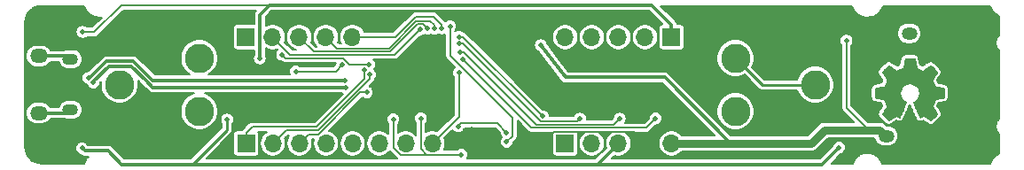
<source format=gbl>
G04 #@! TF.GenerationSoftware,KiCad,Pcbnew,(5.1.6-0-10_14)*
G04 #@! TF.CreationDate,2020-07-04T12:52:55-07:00*
G04 #@! TF.ProjectId,18650,31383635-302e-46b6-9963-61645f706362,rev?*
G04 #@! TF.SameCoordinates,Original*
G04 #@! TF.FileFunction,Copper,L2,Bot*
G04 #@! TF.FilePolarity,Positive*
%FSLAX46Y46*%
G04 Gerber Fmt 4.6, Leading zero omitted, Abs format (unit mm)*
G04 Created by KiCad (PCBNEW (5.1.6-0-10_14)) date 2020-07-04 12:52:55*
%MOMM*%
%LPD*%
G01*
G04 APERTURE LIST*
G04 #@! TA.AperFunction,EtchedComponent*
%ADD10C,0.010000*%
G04 #@! TD*
G04 #@! TA.AperFunction,ComponentPad*
%ADD11O,1.524000X1.200000*%
G04 #@! TD*
G04 #@! TA.AperFunction,ComponentPad*
%ADD12C,2.800000*%
G04 #@! TD*
G04 #@! TA.AperFunction,ComponentPad*
%ADD13O,1.700000X1.700000*%
G04 #@! TD*
G04 #@! TA.AperFunction,ComponentPad*
%ADD14R,1.700000X1.700000*%
G04 #@! TD*
G04 #@! TA.AperFunction,ComponentPad*
%ADD15O,1.700000X1.350000*%
G04 #@! TD*
G04 #@! TA.AperFunction,ComponentPad*
%ADD16O,1.500000X1.100000*%
G04 #@! TD*
G04 #@! TA.AperFunction,ViaPad*
%ADD17C,0.508000*%
G04 #@! TD*
G04 #@! TA.AperFunction,Conductor*
%ADD18C,0.152400*%
G04 #@! TD*
G04 #@! TA.AperFunction,Conductor*
%ADD19C,0.310000*%
G04 #@! TD*
G04 #@! TA.AperFunction,Conductor*
%ADD20C,0.254000*%
G04 #@! TD*
G04 #@! TA.AperFunction,Conductor*
%ADD21C,0.762000*%
G04 #@! TD*
G04 #@! TA.AperFunction,Conductor*
%ADD22C,0.309880*%
G04 #@! TD*
G04 APERTURE END LIST*
D10*
G36*
X142494186Y-97943931D02*
G01*
X142410365Y-98388555D01*
X142101080Y-98516053D01*
X141791794Y-98643551D01*
X141420754Y-98391246D01*
X141316843Y-98320996D01*
X141222913Y-98258272D01*
X141143348Y-98205938D01*
X141082530Y-98166857D01*
X141044843Y-98143893D01*
X141034579Y-98138942D01*
X141016090Y-98151676D01*
X140976580Y-98186882D01*
X140920478Y-98240062D01*
X140852213Y-98306718D01*
X140776214Y-98382354D01*
X140696908Y-98462472D01*
X140618725Y-98542574D01*
X140546093Y-98618164D01*
X140483441Y-98684745D01*
X140435197Y-98737818D01*
X140405790Y-98772887D01*
X140398759Y-98784623D01*
X140408877Y-98806260D01*
X140437241Y-98853662D01*
X140480871Y-98922193D01*
X140536782Y-99007215D01*
X140601994Y-99104093D01*
X140639781Y-99159350D01*
X140708657Y-99260248D01*
X140769860Y-99351299D01*
X140820422Y-99427970D01*
X140857372Y-99485728D01*
X140877742Y-99520043D01*
X140880803Y-99527254D01*
X140873864Y-99547748D01*
X140854949Y-99595513D01*
X140826913Y-99663832D01*
X140792609Y-99745989D01*
X140754891Y-99835270D01*
X140716613Y-99924958D01*
X140680630Y-100008338D01*
X140649794Y-100078694D01*
X140626961Y-100129310D01*
X140614983Y-100153471D01*
X140614276Y-100154422D01*
X140595469Y-100159036D01*
X140545382Y-100169328D01*
X140469207Y-100184287D01*
X140372135Y-100202901D01*
X140259357Y-100224159D01*
X140193558Y-100236418D01*
X140073050Y-100259362D01*
X139964203Y-100281195D01*
X139872524Y-100300722D01*
X139803519Y-100316748D01*
X139762696Y-100328079D01*
X139754489Y-100331674D01*
X139746452Y-100356006D01*
X139739967Y-100410959D01*
X139735030Y-100490108D01*
X139731636Y-100587026D01*
X139729782Y-100695287D01*
X139729462Y-100808465D01*
X139730673Y-100920135D01*
X139733410Y-101023868D01*
X139737669Y-101113241D01*
X139743445Y-101181826D01*
X139750733Y-101223197D01*
X139755105Y-101231810D01*
X139781236Y-101242133D01*
X139836607Y-101256892D01*
X139913893Y-101274352D01*
X140005770Y-101292780D01*
X140037842Y-101298741D01*
X140192476Y-101327066D01*
X140314625Y-101349876D01*
X140408327Y-101368080D01*
X140477616Y-101382583D01*
X140526529Y-101394292D01*
X140559103Y-101404115D01*
X140579372Y-101412956D01*
X140591374Y-101421724D01*
X140593053Y-101423457D01*
X140609816Y-101451371D01*
X140635386Y-101505695D01*
X140667212Y-101579777D01*
X140702740Y-101666965D01*
X140739417Y-101760608D01*
X140774689Y-101854052D01*
X140806004Y-101940647D01*
X140830807Y-102013740D01*
X140846546Y-102066678D01*
X140850668Y-102092811D01*
X140850324Y-102093726D01*
X140836359Y-102115086D01*
X140804678Y-102162084D01*
X140758609Y-102229827D01*
X140701482Y-102313423D01*
X140636627Y-102407982D01*
X140618157Y-102434854D01*
X140552301Y-102532275D01*
X140494350Y-102621163D01*
X140447462Y-102696412D01*
X140414793Y-102752920D01*
X140399500Y-102785581D01*
X140398759Y-102789593D01*
X140411608Y-102810684D01*
X140447112Y-102852464D01*
X140500707Y-102910445D01*
X140567829Y-102980135D01*
X140643913Y-103057045D01*
X140724396Y-103136683D01*
X140804713Y-103214561D01*
X140880301Y-103286186D01*
X140946595Y-103347070D01*
X140999031Y-103392721D01*
X141033045Y-103418650D01*
X141042455Y-103422883D01*
X141064357Y-103412912D01*
X141109200Y-103386020D01*
X141169679Y-103346736D01*
X141216211Y-103315117D01*
X141300525Y-103257098D01*
X141400374Y-103188784D01*
X141500527Y-103120579D01*
X141554373Y-103084075D01*
X141736629Y-102960800D01*
X141889619Y-103043520D01*
X141959318Y-103079759D01*
X142018586Y-103107926D01*
X142058689Y-103123991D01*
X142068897Y-103126226D01*
X142081171Y-103109722D01*
X142105387Y-103063082D01*
X142139737Y-102990609D01*
X142182412Y-102896606D01*
X142231606Y-102785374D01*
X142285510Y-102661215D01*
X142342316Y-102528432D01*
X142400218Y-102391327D01*
X142457407Y-102254202D01*
X142512076Y-102121358D01*
X142562416Y-101997098D01*
X142606620Y-101885725D01*
X142642881Y-101791539D01*
X142669391Y-101718844D01*
X142684342Y-101671941D01*
X142686746Y-101655833D01*
X142667689Y-101635286D01*
X142625964Y-101601933D01*
X142570294Y-101562702D01*
X142565622Y-101559599D01*
X142421736Y-101444423D01*
X142305717Y-101310053D01*
X142218570Y-101160784D01*
X142161301Y-101000913D01*
X142134914Y-100834737D01*
X142140415Y-100666552D01*
X142178810Y-100500655D01*
X142251105Y-100341342D01*
X142272374Y-100306487D01*
X142383004Y-100165737D01*
X142513698Y-100052714D01*
X142659936Y-99968003D01*
X142817192Y-99912194D01*
X142980943Y-99885874D01*
X143146667Y-99889630D01*
X143309838Y-99924050D01*
X143465935Y-99989723D01*
X143610433Y-100087235D01*
X143655131Y-100126813D01*
X143768888Y-100250703D01*
X143851782Y-100381124D01*
X143908644Y-100527315D01*
X143940313Y-100672088D01*
X143948131Y-100834860D01*
X143922062Y-100998440D01*
X143864755Y-101157298D01*
X143778856Y-101305906D01*
X143667014Y-101438735D01*
X143531877Y-101550256D01*
X143514117Y-101562011D01*
X143457850Y-101600508D01*
X143415077Y-101633863D01*
X143394628Y-101655160D01*
X143394331Y-101655833D01*
X143398721Y-101678871D01*
X143416124Y-101731157D01*
X143444732Y-101808390D01*
X143482735Y-101906268D01*
X143528326Y-102020491D01*
X143579697Y-102146758D01*
X143635038Y-102280767D01*
X143692542Y-102418218D01*
X143750399Y-102554808D01*
X143806802Y-102686237D01*
X143859942Y-102808205D01*
X143908010Y-102916409D01*
X143949199Y-103006549D01*
X143981699Y-103074323D01*
X144003703Y-103115430D01*
X144012564Y-103126226D01*
X144039640Y-103117819D01*
X144090303Y-103095272D01*
X144155817Y-103062613D01*
X144191841Y-103043520D01*
X144344832Y-102960800D01*
X144527088Y-103084075D01*
X144620125Y-103147228D01*
X144721985Y-103216727D01*
X144817438Y-103282165D01*
X144865250Y-103315117D01*
X144932495Y-103360273D01*
X144989436Y-103396057D01*
X145028646Y-103417938D01*
X145041381Y-103422563D01*
X145059917Y-103410085D01*
X145100941Y-103375252D01*
X145160475Y-103321678D01*
X145234542Y-103252983D01*
X145319165Y-103172781D01*
X145372685Y-103121286D01*
X145466319Y-103029286D01*
X145547241Y-102946999D01*
X145612177Y-102877945D01*
X145657858Y-102825644D01*
X145681011Y-102793616D01*
X145683232Y-102787116D01*
X145672924Y-102762394D01*
X145644439Y-102712405D01*
X145600937Y-102642212D01*
X145545577Y-102556875D01*
X145481520Y-102461456D01*
X145463303Y-102434854D01*
X145396927Y-102338167D01*
X145337378Y-102251117D01*
X145287984Y-102178595D01*
X145252075Y-102125493D01*
X145232981Y-102096703D01*
X145231136Y-102093726D01*
X145233895Y-102070782D01*
X145248538Y-102020336D01*
X145272513Y-101949041D01*
X145303266Y-101863547D01*
X145338244Y-101770507D01*
X145374893Y-101676574D01*
X145410661Y-101588399D01*
X145442994Y-101512634D01*
X145469338Y-101455931D01*
X145487142Y-101424943D01*
X145488407Y-101423457D01*
X145499294Y-101414601D01*
X145517682Y-101405843D01*
X145547606Y-101396277D01*
X145593103Y-101384996D01*
X145658209Y-101371093D01*
X145746961Y-101353663D01*
X145863393Y-101331798D01*
X146011542Y-101304591D01*
X146043618Y-101298741D01*
X146138686Y-101280374D01*
X146221565Y-101262405D01*
X146284930Y-101246569D01*
X146321458Y-101234600D01*
X146326356Y-101231810D01*
X146334427Y-101207072D01*
X146340987Y-101151790D01*
X146346033Y-101072389D01*
X146349559Y-100975296D01*
X146351561Y-100866938D01*
X146352036Y-100753740D01*
X146350977Y-100642128D01*
X146348382Y-100538529D01*
X146344246Y-100449368D01*
X146338563Y-100381072D01*
X146331331Y-100340066D01*
X146326971Y-100331674D01*
X146302698Y-100323208D01*
X146247426Y-100309435D01*
X146166662Y-100291550D01*
X146065912Y-100270748D01*
X145950683Y-100248223D01*
X145887902Y-100236418D01*
X145768787Y-100214151D01*
X145662565Y-100193979D01*
X145574427Y-100176915D01*
X145509566Y-100163969D01*
X145473174Y-100156155D01*
X145467184Y-100154422D01*
X145457061Y-100134890D01*
X145435662Y-100087843D01*
X145405839Y-100020003D01*
X145370445Y-99938091D01*
X145332332Y-99848828D01*
X145294353Y-99758935D01*
X145259360Y-99675135D01*
X145230206Y-99604147D01*
X145209743Y-99552694D01*
X145200823Y-99527497D01*
X145200657Y-99526396D01*
X145210769Y-99506519D01*
X145239117Y-99460777D01*
X145282723Y-99393717D01*
X145338606Y-99309884D01*
X145403787Y-99213826D01*
X145441679Y-99158650D01*
X145510725Y-99057481D01*
X145572050Y-98965630D01*
X145622663Y-98887744D01*
X145659571Y-98828469D01*
X145679782Y-98792451D01*
X145682701Y-98784377D01*
X145670153Y-98765584D01*
X145635463Y-98725457D01*
X145583063Y-98668493D01*
X145517384Y-98599185D01*
X145442856Y-98522031D01*
X145363913Y-98441525D01*
X145284983Y-98362163D01*
X145210500Y-98288440D01*
X145144894Y-98224852D01*
X145092596Y-98175894D01*
X145058039Y-98146061D01*
X145046478Y-98138942D01*
X145027654Y-98148953D01*
X144982631Y-98177078D01*
X144915787Y-98220454D01*
X144831499Y-98276218D01*
X144734144Y-98341506D01*
X144660707Y-98391246D01*
X144289667Y-98643551D01*
X143671095Y-98388555D01*
X143587275Y-97943931D01*
X143503454Y-97499307D01*
X142578006Y-97499307D01*
X142494186Y-97943931D01*
G37*
X142494186Y-97943931D02*
X142410365Y-98388555D01*
X142101080Y-98516053D01*
X141791794Y-98643551D01*
X141420754Y-98391246D01*
X141316843Y-98320996D01*
X141222913Y-98258272D01*
X141143348Y-98205938D01*
X141082530Y-98166857D01*
X141044843Y-98143893D01*
X141034579Y-98138942D01*
X141016090Y-98151676D01*
X140976580Y-98186882D01*
X140920478Y-98240062D01*
X140852213Y-98306718D01*
X140776214Y-98382354D01*
X140696908Y-98462472D01*
X140618725Y-98542574D01*
X140546093Y-98618164D01*
X140483441Y-98684745D01*
X140435197Y-98737818D01*
X140405790Y-98772887D01*
X140398759Y-98784623D01*
X140408877Y-98806260D01*
X140437241Y-98853662D01*
X140480871Y-98922193D01*
X140536782Y-99007215D01*
X140601994Y-99104093D01*
X140639781Y-99159350D01*
X140708657Y-99260248D01*
X140769860Y-99351299D01*
X140820422Y-99427970D01*
X140857372Y-99485728D01*
X140877742Y-99520043D01*
X140880803Y-99527254D01*
X140873864Y-99547748D01*
X140854949Y-99595513D01*
X140826913Y-99663832D01*
X140792609Y-99745989D01*
X140754891Y-99835270D01*
X140716613Y-99924958D01*
X140680630Y-100008338D01*
X140649794Y-100078694D01*
X140626961Y-100129310D01*
X140614983Y-100153471D01*
X140614276Y-100154422D01*
X140595469Y-100159036D01*
X140545382Y-100169328D01*
X140469207Y-100184287D01*
X140372135Y-100202901D01*
X140259357Y-100224159D01*
X140193558Y-100236418D01*
X140073050Y-100259362D01*
X139964203Y-100281195D01*
X139872524Y-100300722D01*
X139803519Y-100316748D01*
X139762696Y-100328079D01*
X139754489Y-100331674D01*
X139746452Y-100356006D01*
X139739967Y-100410959D01*
X139735030Y-100490108D01*
X139731636Y-100587026D01*
X139729782Y-100695287D01*
X139729462Y-100808465D01*
X139730673Y-100920135D01*
X139733410Y-101023868D01*
X139737669Y-101113241D01*
X139743445Y-101181826D01*
X139750733Y-101223197D01*
X139755105Y-101231810D01*
X139781236Y-101242133D01*
X139836607Y-101256892D01*
X139913893Y-101274352D01*
X140005770Y-101292780D01*
X140037842Y-101298741D01*
X140192476Y-101327066D01*
X140314625Y-101349876D01*
X140408327Y-101368080D01*
X140477616Y-101382583D01*
X140526529Y-101394292D01*
X140559103Y-101404115D01*
X140579372Y-101412956D01*
X140591374Y-101421724D01*
X140593053Y-101423457D01*
X140609816Y-101451371D01*
X140635386Y-101505695D01*
X140667212Y-101579777D01*
X140702740Y-101666965D01*
X140739417Y-101760608D01*
X140774689Y-101854052D01*
X140806004Y-101940647D01*
X140830807Y-102013740D01*
X140846546Y-102066678D01*
X140850668Y-102092811D01*
X140850324Y-102093726D01*
X140836359Y-102115086D01*
X140804678Y-102162084D01*
X140758609Y-102229827D01*
X140701482Y-102313423D01*
X140636627Y-102407982D01*
X140618157Y-102434854D01*
X140552301Y-102532275D01*
X140494350Y-102621163D01*
X140447462Y-102696412D01*
X140414793Y-102752920D01*
X140399500Y-102785581D01*
X140398759Y-102789593D01*
X140411608Y-102810684D01*
X140447112Y-102852464D01*
X140500707Y-102910445D01*
X140567829Y-102980135D01*
X140643913Y-103057045D01*
X140724396Y-103136683D01*
X140804713Y-103214561D01*
X140880301Y-103286186D01*
X140946595Y-103347070D01*
X140999031Y-103392721D01*
X141033045Y-103418650D01*
X141042455Y-103422883D01*
X141064357Y-103412912D01*
X141109200Y-103386020D01*
X141169679Y-103346736D01*
X141216211Y-103315117D01*
X141300525Y-103257098D01*
X141400374Y-103188784D01*
X141500527Y-103120579D01*
X141554373Y-103084075D01*
X141736629Y-102960800D01*
X141889619Y-103043520D01*
X141959318Y-103079759D01*
X142018586Y-103107926D01*
X142058689Y-103123991D01*
X142068897Y-103126226D01*
X142081171Y-103109722D01*
X142105387Y-103063082D01*
X142139737Y-102990609D01*
X142182412Y-102896606D01*
X142231606Y-102785374D01*
X142285510Y-102661215D01*
X142342316Y-102528432D01*
X142400218Y-102391327D01*
X142457407Y-102254202D01*
X142512076Y-102121358D01*
X142562416Y-101997098D01*
X142606620Y-101885725D01*
X142642881Y-101791539D01*
X142669391Y-101718844D01*
X142684342Y-101671941D01*
X142686746Y-101655833D01*
X142667689Y-101635286D01*
X142625964Y-101601933D01*
X142570294Y-101562702D01*
X142565622Y-101559599D01*
X142421736Y-101444423D01*
X142305717Y-101310053D01*
X142218570Y-101160784D01*
X142161301Y-101000913D01*
X142134914Y-100834737D01*
X142140415Y-100666552D01*
X142178810Y-100500655D01*
X142251105Y-100341342D01*
X142272374Y-100306487D01*
X142383004Y-100165737D01*
X142513698Y-100052714D01*
X142659936Y-99968003D01*
X142817192Y-99912194D01*
X142980943Y-99885874D01*
X143146667Y-99889630D01*
X143309838Y-99924050D01*
X143465935Y-99989723D01*
X143610433Y-100087235D01*
X143655131Y-100126813D01*
X143768888Y-100250703D01*
X143851782Y-100381124D01*
X143908644Y-100527315D01*
X143940313Y-100672088D01*
X143948131Y-100834860D01*
X143922062Y-100998440D01*
X143864755Y-101157298D01*
X143778856Y-101305906D01*
X143667014Y-101438735D01*
X143531877Y-101550256D01*
X143514117Y-101562011D01*
X143457850Y-101600508D01*
X143415077Y-101633863D01*
X143394628Y-101655160D01*
X143394331Y-101655833D01*
X143398721Y-101678871D01*
X143416124Y-101731157D01*
X143444732Y-101808390D01*
X143482735Y-101906268D01*
X143528326Y-102020491D01*
X143579697Y-102146758D01*
X143635038Y-102280767D01*
X143692542Y-102418218D01*
X143750399Y-102554808D01*
X143806802Y-102686237D01*
X143859942Y-102808205D01*
X143908010Y-102916409D01*
X143949199Y-103006549D01*
X143981699Y-103074323D01*
X144003703Y-103115430D01*
X144012564Y-103126226D01*
X144039640Y-103117819D01*
X144090303Y-103095272D01*
X144155817Y-103062613D01*
X144191841Y-103043520D01*
X144344832Y-102960800D01*
X144527088Y-103084075D01*
X144620125Y-103147228D01*
X144721985Y-103216727D01*
X144817438Y-103282165D01*
X144865250Y-103315117D01*
X144932495Y-103360273D01*
X144989436Y-103396057D01*
X145028646Y-103417938D01*
X145041381Y-103422563D01*
X145059917Y-103410085D01*
X145100941Y-103375252D01*
X145160475Y-103321678D01*
X145234542Y-103252983D01*
X145319165Y-103172781D01*
X145372685Y-103121286D01*
X145466319Y-103029286D01*
X145547241Y-102946999D01*
X145612177Y-102877945D01*
X145657858Y-102825644D01*
X145681011Y-102793616D01*
X145683232Y-102787116D01*
X145672924Y-102762394D01*
X145644439Y-102712405D01*
X145600937Y-102642212D01*
X145545577Y-102556875D01*
X145481520Y-102461456D01*
X145463303Y-102434854D01*
X145396927Y-102338167D01*
X145337378Y-102251117D01*
X145287984Y-102178595D01*
X145252075Y-102125493D01*
X145232981Y-102096703D01*
X145231136Y-102093726D01*
X145233895Y-102070782D01*
X145248538Y-102020336D01*
X145272513Y-101949041D01*
X145303266Y-101863547D01*
X145338244Y-101770507D01*
X145374893Y-101676574D01*
X145410661Y-101588399D01*
X145442994Y-101512634D01*
X145469338Y-101455931D01*
X145487142Y-101424943D01*
X145488407Y-101423457D01*
X145499294Y-101414601D01*
X145517682Y-101405843D01*
X145547606Y-101396277D01*
X145593103Y-101384996D01*
X145658209Y-101371093D01*
X145746961Y-101353663D01*
X145863393Y-101331798D01*
X146011542Y-101304591D01*
X146043618Y-101298741D01*
X146138686Y-101280374D01*
X146221565Y-101262405D01*
X146284930Y-101246569D01*
X146321458Y-101234600D01*
X146326356Y-101231810D01*
X146334427Y-101207072D01*
X146340987Y-101151790D01*
X146346033Y-101072389D01*
X146349559Y-100975296D01*
X146351561Y-100866938D01*
X146352036Y-100753740D01*
X146350977Y-100642128D01*
X146348382Y-100538529D01*
X146344246Y-100449368D01*
X146338563Y-100381072D01*
X146331331Y-100340066D01*
X146326971Y-100331674D01*
X146302698Y-100323208D01*
X146247426Y-100309435D01*
X146166662Y-100291550D01*
X146065912Y-100270748D01*
X145950683Y-100248223D01*
X145887902Y-100236418D01*
X145768787Y-100214151D01*
X145662565Y-100193979D01*
X145574427Y-100176915D01*
X145509566Y-100163969D01*
X145473174Y-100156155D01*
X145467184Y-100154422D01*
X145457061Y-100134890D01*
X145435662Y-100087843D01*
X145405839Y-100020003D01*
X145370445Y-99938091D01*
X145332332Y-99848828D01*
X145294353Y-99758935D01*
X145259360Y-99675135D01*
X145230206Y-99604147D01*
X145209743Y-99552694D01*
X145200823Y-99527497D01*
X145200657Y-99526396D01*
X145210769Y-99506519D01*
X145239117Y-99460777D01*
X145282723Y-99393717D01*
X145338606Y-99309884D01*
X145403787Y-99213826D01*
X145441679Y-99158650D01*
X145510725Y-99057481D01*
X145572050Y-98965630D01*
X145622663Y-98887744D01*
X145659571Y-98828469D01*
X145679782Y-98792451D01*
X145682701Y-98784377D01*
X145670153Y-98765584D01*
X145635463Y-98725457D01*
X145583063Y-98668493D01*
X145517384Y-98599185D01*
X145442856Y-98522031D01*
X145363913Y-98441525D01*
X145284983Y-98362163D01*
X145210500Y-98288440D01*
X145144894Y-98224852D01*
X145092596Y-98175894D01*
X145058039Y-98146061D01*
X145046478Y-98138942D01*
X145027654Y-98148953D01*
X144982631Y-98177078D01*
X144915787Y-98220454D01*
X144831499Y-98276218D01*
X144734144Y-98341506D01*
X144660707Y-98391246D01*
X144289667Y-98643551D01*
X143671095Y-98388555D01*
X143587275Y-97943931D01*
X143503454Y-97499307D01*
X142578006Y-97499307D01*
X142494186Y-97943931D01*
D11*
X140800000Y-104900000D03*
X143000000Y-95100000D03*
D12*
X75200000Y-97460000D03*
X75200000Y-102540000D03*
X126400000Y-97460000D03*
X126400000Y-102540000D03*
X134020000Y-100000000D03*
X67580000Y-100000000D03*
D13*
X120300000Y-105610000D03*
X117760000Y-105610000D03*
X115220000Y-105610000D03*
X112680000Y-105610000D03*
D14*
X110140000Y-105610000D03*
D13*
X97460000Y-105610000D03*
X94920000Y-105610000D03*
X92380000Y-105610000D03*
X89840000Y-105610000D03*
X87300000Y-105610000D03*
X84760000Y-105610000D03*
X82220000Y-105610000D03*
D14*
X79680000Y-105610000D03*
D15*
X59885000Y-102705000D03*
X59885000Y-97245000D03*
D16*
X62885000Y-102395000D03*
X62885000Y-97555000D03*
D13*
X110140000Y-95450000D03*
X112680000Y-95450000D03*
X115220000Y-95450000D03*
X117760000Y-95450000D03*
D14*
X120300000Y-95450000D03*
X79660000Y-95440000D03*
D13*
X82200000Y-95440000D03*
X84740000Y-95440000D03*
X87280000Y-95440000D03*
X89820000Y-95440000D03*
D17*
X96360000Y-103215000D03*
X93720000Y-103305000D03*
X100230000Y-106695000D03*
X113850000Y-93850000D03*
X117425000Y-93875000D03*
X109800000Y-93825000D03*
X101180000Y-104245000D03*
X102650000Y-94365000D03*
X91420000Y-94105000D03*
X90820000Y-102125000D03*
X99160000Y-102385000D03*
X100190000Y-94605000D03*
X85540000Y-98067610D03*
X149350000Y-103025000D03*
X108050000Y-106375000D03*
X106075000Y-98850000D03*
X80980000Y-97485000D03*
X64050000Y-94950000D03*
X107810000Y-96215000D03*
X137000000Y-95800000D03*
X136300000Y-106000000D03*
X64000000Y-106075000D03*
X77860000Y-103335000D03*
X99998743Y-98856257D03*
X91500000Y-99045000D03*
X91002751Y-98610388D03*
X91400000Y-98075000D03*
X83110000Y-97125000D03*
X96302797Y-94688426D03*
X96960384Y-94627410D03*
X97638743Y-94643743D03*
X98360000Y-94605000D03*
X64616513Y-99341513D03*
X89130000Y-99585000D03*
X65083487Y-99808487D03*
X89150000Y-100265000D03*
X100376835Y-97575417D03*
X118775000Y-103225000D03*
X115350000Y-103235000D03*
X100113023Y-96875508D03*
X111550000Y-103235000D03*
X100006070Y-96085444D03*
X100000000Y-95425000D03*
X108010000Y-103015000D03*
X91190000Y-100735000D03*
X84410000Y-98725000D03*
X88860000Y-98085000D03*
X99900000Y-103975000D03*
X104550000Y-104575000D03*
X104550000Y-105475000D03*
X99150000Y-94425000D03*
D18*
X96270000Y-103305000D02*
X96360000Y-103215000D01*
X100230000Y-106695000D02*
X96930000Y-106695000D01*
X94408670Y-106695000D02*
X96930000Y-106695000D01*
X93720000Y-106006330D02*
X94408670Y-106695000D01*
X93720000Y-103305000D02*
X93720000Y-106006330D01*
X96360000Y-106125000D02*
X96930000Y-106695000D01*
X96360000Y-103215000D02*
X96360000Y-106125000D01*
D19*
X62575000Y-102705000D02*
X62885000Y-102395000D01*
X59885000Y-102705000D02*
X62575000Y-102705000D01*
X62575000Y-97245000D02*
X62885000Y-97555000D01*
X59885000Y-97245000D02*
X62575000Y-97245000D01*
D18*
X109107119Y-104531399D02*
X116681399Y-104531399D01*
X108050000Y-105588518D02*
X109107119Y-104531399D01*
X116681399Y-104531399D02*
X117760000Y-105610000D01*
X108050000Y-106375000D02*
X108050000Y-105588518D01*
D19*
X120300000Y-95450000D02*
X120300000Y-94290000D01*
X120300000Y-94290000D02*
X118410000Y-92400000D01*
X118410000Y-92400000D02*
X81875000Y-92400000D01*
X81042599Y-93232401D02*
X81875000Y-92400000D01*
D20*
X128940000Y-100000000D02*
X126400000Y-97460000D01*
X134020000Y-100000000D02*
X128940000Y-100000000D01*
D19*
X80980000Y-93295000D02*
X81042599Y-93232401D01*
X80980000Y-97485000D02*
X80980000Y-93295000D01*
D18*
X67725000Y-92400000D02*
X81875000Y-92400000D01*
X65175000Y-94950000D02*
X67725000Y-92400000D01*
X64050000Y-94950000D02*
X65175000Y-94950000D01*
D21*
X121512081Y-105610000D02*
X120310000Y-105610000D01*
X125935000Y-105610000D02*
X121512081Y-105610000D01*
D19*
X119625000Y-99300000D02*
X125935000Y-105610000D01*
X110140790Y-99300000D02*
X119625000Y-99300000D01*
X107810000Y-96215000D02*
X110140790Y-99300000D01*
D18*
X137000000Y-95800000D02*
X137000000Y-102200000D01*
D21*
X134887500Y-104337500D02*
X139137500Y-104337500D01*
X133615000Y-105610000D02*
X134887500Y-104337500D01*
X125935000Y-105610000D02*
X133615000Y-105610000D01*
D18*
X137000000Y-102200000D02*
X139137500Y-104337500D01*
D21*
X140137500Y-104337500D02*
X140800000Y-105000000D01*
X139137500Y-104337500D02*
X140137500Y-104337500D01*
D19*
X113230000Y-107610000D02*
X115230000Y-105610000D01*
X77365000Y-107610000D02*
X113230000Y-107610000D01*
X75135000Y-107610000D02*
X77365000Y-107610000D01*
X74565000Y-107610000D02*
X75135000Y-107610000D01*
X67785000Y-107610000D02*
X73410000Y-107610000D01*
X64440000Y-106330000D02*
X66505000Y-106330000D01*
X66505000Y-106330000D02*
X67785000Y-107610000D01*
X73410000Y-107610000D02*
X74565000Y-107610000D01*
X134690000Y-107610000D02*
X113230000Y-107610000D01*
X136300000Y-106000000D02*
X134690000Y-107610000D01*
X64438999Y-106328999D02*
X64440000Y-106330000D01*
X64253999Y-106328999D02*
X64438999Y-106328999D01*
X64000000Y-106075000D02*
X64253999Y-106328999D01*
X74708604Y-107610000D02*
X74565000Y-107610000D01*
D20*
X77860000Y-104315000D02*
X74565000Y-107610000D01*
X77860000Y-103335000D02*
X77860000Y-104315000D01*
D18*
X99998743Y-103071257D02*
X97460000Y-105610000D01*
X99998743Y-98856257D02*
X99998743Y-103071257D01*
X83485000Y-104345000D02*
X82220000Y-105610000D01*
X86540000Y-104345000D02*
X83485000Y-104345000D01*
X90610000Y-100275000D02*
X86540000Y-104345000D01*
X90629210Y-100275000D02*
X90610000Y-100275000D01*
X91500000Y-99404210D02*
X90629210Y-100275000D01*
X91500000Y-99045000D02*
X91500000Y-99404210D01*
X91002751Y-99442249D02*
X91002751Y-98610388D01*
X79680000Y-104607600D02*
X80262600Y-104025000D01*
X86420000Y-104025000D02*
X91002751Y-99442249D01*
X80262600Y-104025000D02*
X86420000Y-104025000D01*
X79680000Y-105610000D02*
X79680000Y-104607600D01*
X89565469Y-98075000D02*
X88945469Y-97455000D01*
X91400000Y-98075000D02*
X89565469Y-98075000D01*
X83440000Y-97455000D02*
X83110000Y-97125000D01*
X88945469Y-97455000D02*
X83440000Y-97455000D01*
X96048798Y-94942425D02*
X96302797Y-94688426D01*
X82200000Y-95440000D02*
X83888223Y-97128223D01*
X93863000Y-97128223D02*
X96048798Y-94942425D01*
X83888223Y-97128223D02*
X93863000Y-97128223D01*
X84740000Y-95440000D02*
X86123412Y-96823412D01*
X86123412Y-96823412D02*
X93430522Y-96823412D01*
X93430522Y-96823412D02*
X93430522Y-96814478D01*
X96706385Y-94373411D02*
X96960384Y-94627410D01*
X96048934Y-94205000D02*
X96537974Y-94205000D01*
X96537974Y-94205000D02*
X96706385Y-94373411D01*
X93430522Y-96823412D02*
X96048934Y-94205000D01*
X95913744Y-93900189D02*
X97254399Y-93900189D01*
X87280000Y-95440000D02*
X88358601Y-96518601D01*
X97638743Y-94284533D02*
X97638743Y-94643743D01*
X88358601Y-96518601D02*
X93295332Y-96518601D01*
X93295332Y-96518601D02*
X95913744Y-93900189D01*
X97254399Y-93900189D02*
X97638743Y-94284533D01*
X93895000Y-95440000D02*
X89820000Y-95440000D01*
X95860000Y-93475000D02*
X93895000Y-95440000D01*
X97589210Y-93475000D02*
X95860000Y-93475000D01*
X98360000Y-94245790D02*
X97589210Y-93475000D01*
X98360000Y-94605000D02*
X98360000Y-94245790D01*
D22*
X70320742Y-99168860D02*
X68895742Y-97743860D01*
X64756605Y-99341513D02*
X64616513Y-99341513D01*
X66354258Y-97743860D02*
X64756605Y-99341513D01*
X68895742Y-97743860D02*
X66354258Y-97743860D01*
D19*
X89130000Y-99585000D02*
X70740000Y-99585000D01*
X70740000Y-99585000D02*
X70650000Y-99495000D01*
X70320790Y-99168812D02*
X70650000Y-99495000D01*
D22*
X70129258Y-99631140D02*
X68704258Y-98206140D01*
X65083487Y-99668395D02*
X65083487Y-99808487D01*
X66545742Y-98206140D02*
X65083487Y-99668395D01*
X68704258Y-98206140D02*
X66545742Y-98206140D01*
D19*
X89150000Y-100265000D02*
X70763118Y-100265000D01*
X70763118Y-100265000D02*
X70129258Y-99631140D01*
X89150000Y-100265000D02*
X89160000Y-100265000D01*
D18*
X106910417Y-104108999D02*
X100630834Y-97829416D01*
X100630834Y-97829416D02*
X100376835Y-97575417D01*
X117891001Y-104108999D02*
X117591001Y-104108999D01*
X117591001Y-104108999D02*
X106910417Y-104108999D01*
X118775000Y-103225000D02*
X117891001Y-104108999D01*
X100472233Y-96875508D02*
X100113023Y-96875508D01*
X107399138Y-103802413D02*
X100472233Y-96875508D01*
X115350000Y-103235000D02*
X114782587Y-103802413D01*
X114782587Y-103802413D02*
X107399138Y-103802413D01*
X100365280Y-96085444D02*
X100006070Y-96085444D01*
X111287398Y-103497602D02*
X107777438Y-103497602D01*
X107777438Y-103497602D02*
X100365280Y-96085444D01*
X111550000Y-103235000D02*
X111287398Y-103497602D01*
X100000000Y-95425000D02*
X100385748Y-95425000D01*
X100385748Y-95425000D02*
X107975748Y-103015000D01*
X107975748Y-103015000D02*
X108010000Y-103015000D01*
X85609999Y-104760001D02*
X84760000Y-105610000D01*
X91190000Y-100735000D02*
X90581066Y-100735000D01*
X90581066Y-100735000D02*
X86556065Y-104760001D01*
X86556065Y-104760001D02*
X85609999Y-104760001D01*
X88220000Y-98725000D02*
X84410000Y-98725000D01*
X88860000Y-98085000D02*
X88220000Y-98725000D01*
X99900000Y-103975000D02*
X100200000Y-103675000D01*
X103650000Y-103675000D02*
X104550000Y-104575000D01*
X100200000Y-103675000D02*
X103650000Y-103675000D01*
X105107601Y-104917399D02*
X104550000Y-105475000D01*
X105107601Y-103168351D02*
X105107601Y-104917399D01*
X99150000Y-97210750D02*
X105107601Y-103168351D01*
X99150000Y-94425000D02*
X99150000Y-97210750D01*
G36*
X64239807Y-92575812D02*
G01*
X64256634Y-92615071D01*
X64272906Y-92654551D01*
X64276035Y-92660338D01*
X64379459Y-92848466D01*
X64403579Y-92883692D01*
X64427221Y-92919276D01*
X64431415Y-92924346D01*
X64569410Y-93088801D01*
X64599915Y-93118674D01*
X64630015Y-93148985D01*
X64635114Y-93153144D01*
X64802424Y-93287664D01*
X64838121Y-93311024D01*
X64873567Y-93334932D01*
X64879376Y-93338021D01*
X65069630Y-93437482D01*
X65109232Y-93453482D01*
X65148595Y-93470029D01*
X65154893Y-93471931D01*
X65360842Y-93532545D01*
X65402805Y-93540550D01*
X65444627Y-93549135D01*
X65451175Y-93549777D01*
X65664974Y-93569234D01*
X65707712Y-93568936D01*
X65750384Y-93569234D01*
X65756932Y-93568592D01*
X65756934Y-93568592D01*
X65903766Y-93553159D01*
X64979326Y-94477600D01*
X64497121Y-94477600D01*
X64464478Y-94444957D01*
X64357985Y-94373800D01*
X64239656Y-94324787D01*
X64114039Y-94299800D01*
X63985961Y-94299800D01*
X63860344Y-94324787D01*
X63742015Y-94373800D01*
X63635522Y-94444957D01*
X63544957Y-94535522D01*
X63473800Y-94642015D01*
X63424787Y-94760344D01*
X63399800Y-94885961D01*
X63399800Y-95014039D01*
X63424787Y-95139656D01*
X63473800Y-95257985D01*
X63544957Y-95364478D01*
X63635522Y-95455043D01*
X63742015Y-95526200D01*
X63860344Y-95575213D01*
X63985961Y-95600200D01*
X64114039Y-95600200D01*
X64239656Y-95575213D01*
X64357985Y-95526200D01*
X64464478Y-95455043D01*
X64497121Y-95422400D01*
X65151800Y-95422400D01*
X65175000Y-95424685D01*
X65267606Y-95415564D01*
X65356654Y-95388552D01*
X65438721Y-95344686D01*
X65510653Y-95285653D01*
X65525444Y-95267630D01*
X67920675Y-92872400D01*
X80623087Y-92872400D01*
X80609390Y-92886096D01*
X80588358Y-92903357D01*
X80571099Y-92924387D01*
X80571095Y-92924391D01*
X80519477Y-92987288D01*
X80468294Y-93083045D01*
X80436776Y-93186946D01*
X80426134Y-93295000D01*
X80428801Y-93322079D01*
X80428801Y-94191883D01*
X78810000Y-94191883D01*
X78732331Y-94199533D01*
X78657647Y-94222188D01*
X78588818Y-94258978D01*
X78528489Y-94308489D01*
X78478978Y-94368818D01*
X78442188Y-94437647D01*
X78419533Y-94512331D01*
X78411883Y-94590000D01*
X78411883Y-96290000D01*
X78419533Y-96367669D01*
X78442188Y-96442353D01*
X78478978Y-96511182D01*
X78528489Y-96571511D01*
X78588818Y-96621022D01*
X78657647Y-96657812D01*
X78732331Y-96680467D01*
X78810000Y-96688117D01*
X80428800Y-96688117D01*
X80428800Y-97139600D01*
X80403800Y-97177015D01*
X80354787Y-97295344D01*
X80329800Y-97420961D01*
X80329800Y-97549039D01*
X80354787Y-97674656D01*
X80403800Y-97792985D01*
X80474957Y-97899478D01*
X80565522Y-97990043D01*
X80672015Y-98061200D01*
X80790344Y-98110213D01*
X80915961Y-98135200D01*
X81044039Y-98135200D01*
X81169656Y-98110213D01*
X81287985Y-98061200D01*
X81394478Y-97990043D01*
X81485043Y-97899478D01*
X81556200Y-97792985D01*
X81605213Y-97674656D01*
X81630200Y-97549039D01*
X81630200Y-97420961D01*
X81605213Y-97295344D01*
X81556200Y-97177015D01*
X81531200Y-97139600D01*
X81531200Y-96491914D01*
X81609703Y-96544368D01*
X81836497Y-96638309D01*
X82077260Y-96686200D01*
X82322740Y-96686200D01*
X82563503Y-96638309D01*
X82681400Y-96589475D01*
X82705329Y-96613404D01*
X82695522Y-96619957D01*
X82604957Y-96710522D01*
X82533800Y-96817015D01*
X82484787Y-96935344D01*
X82459800Y-97060961D01*
X82459800Y-97189039D01*
X82484787Y-97314656D01*
X82533800Y-97432985D01*
X82604957Y-97539478D01*
X82695522Y-97630043D01*
X82802015Y-97701200D01*
X82920344Y-97750213D01*
X83045961Y-97775200D01*
X83091665Y-97775200D01*
X83104347Y-97790653D01*
X83176279Y-97849686D01*
X83258346Y-97893552D01*
X83347394Y-97920564D01*
X83416800Y-97927400D01*
X83416809Y-97927400D01*
X83439999Y-97929684D01*
X83463189Y-97927400D01*
X88228411Y-97927400D01*
X88209800Y-98020961D01*
X88209800Y-98067125D01*
X88024326Y-98252600D01*
X84857121Y-98252600D01*
X84824478Y-98219957D01*
X84717985Y-98148800D01*
X84599656Y-98099787D01*
X84474039Y-98074800D01*
X84345961Y-98074800D01*
X84220344Y-98099787D01*
X84102015Y-98148800D01*
X83995522Y-98219957D01*
X83904957Y-98310522D01*
X83833800Y-98417015D01*
X83784787Y-98535344D01*
X83759800Y-98660961D01*
X83759800Y-98789039D01*
X83784787Y-98914656D01*
X83833800Y-99032985D01*
X83834345Y-99033800D01*
X76077717Y-99033800D01*
X76345011Y-98855200D01*
X76595200Y-98605011D01*
X76791772Y-98310820D01*
X76927173Y-97983932D01*
X76996200Y-97636910D01*
X76996200Y-97283090D01*
X76927173Y-96936068D01*
X76791772Y-96609180D01*
X76595200Y-96314989D01*
X76345011Y-96064800D01*
X76050820Y-95868228D01*
X75723932Y-95732827D01*
X75376910Y-95663800D01*
X75023090Y-95663800D01*
X74676068Y-95732827D01*
X74349180Y-95868228D01*
X74054989Y-96064800D01*
X73804800Y-96314989D01*
X73608228Y-96609180D01*
X73472827Y-96936068D01*
X73403800Y-97283090D01*
X73403800Y-97636910D01*
X73472827Y-97983932D01*
X73608228Y-98310820D01*
X73804800Y-98605011D01*
X74054989Y-98855200D01*
X74322283Y-99033800D01*
X70967660Y-99033800D01*
X70690052Y-98758740D01*
X69304600Y-97373289D01*
X69287342Y-97352260D01*
X69203420Y-97283387D01*
X69107674Y-97232210D01*
X69003784Y-97200695D01*
X68922811Y-97192720D01*
X68922808Y-97192720D01*
X68895742Y-97190054D01*
X68868676Y-97192720D01*
X66381327Y-97192720D01*
X66354258Y-97190054D01*
X66246215Y-97200695D01*
X66142325Y-97232210D01*
X66046579Y-97283387D01*
X66018229Y-97306654D01*
X65962658Y-97352260D01*
X65945400Y-97373289D01*
X64627376Y-98691313D01*
X64552474Y-98691313D01*
X64426857Y-98716300D01*
X64308528Y-98765313D01*
X64202035Y-98836470D01*
X64111470Y-98927035D01*
X64040313Y-99033528D01*
X63991300Y-99151857D01*
X63966313Y-99277474D01*
X63966313Y-99405552D01*
X63991300Y-99531169D01*
X64040313Y-99649498D01*
X64111470Y-99755991D01*
X64202035Y-99846556D01*
X64308528Y-99917713D01*
X64426857Y-99966726D01*
X64453062Y-99971938D01*
X64458274Y-99998143D01*
X64507287Y-100116472D01*
X64578444Y-100222965D01*
X64669009Y-100313530D01*
X64775502Y-100384687D01*
X64893831Y-100433700D01*
X65019448Y-100458687D01*
X65147526Y-100458687D01*
X65273143Y-100433700D01*
X65391472Y-100384687D01*
X65497965Y-100313530D01*
X65588530Y-100222965D01*
X65659687Y-100116472D01*
X65708700Y-99998143D01*
X65733687Y-99872526D01*
X65733687Y-99797624D01*
X65802566Y-99728745D01*
X65783800Y-99823090D01*
X65783800Y-100176910D01*
X65852827Y-100523932D01*
X65988228Y-100850820D01*
X66184800Y-101145011D01*
X66434989Y-101395200D01*
X66729180Y-101591772D01*
X67056068Y-101727173D01*
X67403090Y-101796200D01*
X67756910Y-101796200D01*
X68103932Y-101727173D01*
X68430820Y-101591772D01*
X68725011Y-101395200D01*
X68975200Y-101145011D01*
X69171772Y-100850820D01*
X69307173Y-100523932D01*
X69376200Y-100176910D01*
X69376200Y-99823090D01*
X69335086Y-99616398D01*
X69719968Y-100001280D01*
X69720353Y-100001749D01*
X70354211Y-100635607D01*
X70371475Y-100656643D01*
X70455406Y-100725524D01*
X70551162Y-100776706D01*
X70655064Y-100808225D01*
X70736039Y-100816200D01*
X70736048Y-100816200D01*
X70763117Y-100818866D01*
X70790187Y-100816200D01*
X74667925Y-100816200D01*
X74349180Y-100948228D01*
X74054989Y-101144800D01*
X73804800Y-101394989D01*
X73608228Y-101689180D01*
X73472827Y-102016068D01*
X73403800Y-102363090D01*
X73403800Y-102716910D01*
X73472827Y-103063932D01*
X73608228Y-103390820D01*
X73804800Y-103685011D01*
X74054989Y-103935200D01*
X74349180Y-104131772D01*
X74676068Y-104267173D01*
X75023090Y-104336200D01*
X75376910Y-104336200D01*
X75723932Y-104267173D01*
X76050820Y-104131772D01*
X76345011Y-103935200D01*
X76595200Y-103685011D01*
X76791772Y-103390820D01*
X76927173Y-103063932D01*
X76996200Y-102716910D01*
X76996200Y-102363090D01*
X76927173Y-102016068D01*
X76791772Y-101689180D01*
X76595200Y-101394989D01*
X76345011Y-101144800D01*
X76050820Y-100948228D01*
X75732075Y-100816200D01*
X88804600Y-100816200D01*
X88842015Y-100841200D01*
X88908278Y-100868647D01*
X86224326Y-103552600D01*
X80285800Y-103552600D01*
X80262600Y-103550315D01*
X80169993Y-103559436D01*
X80142981Y-103567630D01*
X80080946Y-103586448D01*
X79998879Y-103630314D01*
X79993983Y-103634332D01*
X79946286Y-103673476D01*
X79926947Y-103689347D01*
X79912160Y-103707365D01*
X79362366Y-104257160D01*
X79344348Y-104271947D01*
X79329561Y-104289965D01*
X79329558Y-104289968D01*
X79285315Y-104343879D01*
X79275692Y-104361883D01*
X78830000Y-104361883D01*
X78752331Y-104369533D01*
X78677647Y-104392188D01*
X78608818Y-104428978D01*
X78548489Y-104478489D01*
X78498978Y-104538818D01*
X78462188Y-104607647D01*
X78439533Y-104682331D01*
X78431883Y-104760000D01*
X78431883Y-106460000D01*
X78439533Y-106537669D01*
X78462188Y-106612353D01*
X78498978Y-106681182D01*
X78548489Y-106741511D01*
X78608818Y-106791022D01*
X78677647Y-106827812D01*
X78752331Y-106850467D01*
X78830000Y-106858117D01*
X80530000Y-106858117D01*
X80607669Y-106850467D01*
X80682353Y-106827812D01*
X80751182Y-106791022D01*
X80811511Y-106741511D01*
X80861022Y-106681182D01*
X80897812Y-106612353D01*
X80920467Y-106537669D01*
X80928117Y-106460000D01*
X80928117Y-104760000D01*
X80920467Y-104682331D01*
X80897812Y-104607647D01*
X80861022Y-104538818D01*
X80827031Y-104497400D01*
X81649577Y-104497400D01*
X81629703Y-104505632D01*
X81425594Y-104642013D01*
X81252013Y-104815594D01*
X81115632Y-105019703D01*
X81021691Y-105246497D01*
X80973800Y-105487260D01*
X80973800Y-105732740D01*
X81021691Y-105973503D01*
X81115632Y-106200297D01*
X81252013Y-106404406D01*
X81425594Y-106577987D01*
X81629703Y-106714368D01*
X81856497Y-106808309D01*
X82097260Y-106856200D01*
X82342740Y-106856200D01*
X82583503Y-106808309D01*
X82810297Y-106714368D01*
X83014406Y-106577987D01*
X83187987Y-106404406D01*
X83324368Y-106200297D01*
X83418309Y-105973503D01*
X83466200Y-105732740D01*
X83466200Y-105487260D01*
X83418309Y-105246497D01*
X83369475Y-105128600D01*
X83680675Y-104817400D01*
X83790806Y-104817400D01*
X83655632Y-105019703D01*
X83561691Y-105246497D01*
X83513800Y-105487260D01*
X83513800Y-105732740D01*
X83561691Y-105973503D01*
X83655632Y-106200297D01*
X83792013Y-106404406D01*
X83965594Y-106577987D01*
X84169703Y-106714368D01*
X84396497Y-106808309D01*
X84637260Y-106856200D01*
X84882740Y-106856200D01*
X85123503Y-106808309D01*
X85350297Y-106714368D01*
X85554406Y-106577987D01*
X85727987Y-106404406D01*
X85864368Y-106200297D01*
X85958309Y-105973503D01*
X86006200Y-105732740D01*
X86006200Y-105487260D01*
X85958309Y-105246497D01*
X85952470Y-105232401D01*
X86107530Y-105232401D01*
X86101691Y-105246497D01*
X86053800Y-105487260D01*
X86053800Y-105732740D01*
X86101691Y-105973503D01*
X86195632Y-106200297D01*
X86332013Y-106404406D01*
X86505594Y-106577987D01*
X86709703Y-106714368D01*
X86936497Y-106808309D01*
X87177260Y-106856200D01*
X87422740Y-106856200D01*
X87663503Y-106808309D01*
X87890297Y-106714368D01*
X88094406Y-106577987D01*
X88267987Y-106404406D01*
X88404368Y-106200297D01*
X88498309Y-105973503D01*
X88546200Y-105732740D01*
X88546200Y-105487260D01*
X88593800Y-105487260D01*
X88593800Y-105732740D01*
X88641691Y-105973503D01*
X88735632Y-106200297D01*
X88872013Y-106404406D01*
X89045594Y-106577987D01*
X89249703Y-106714368D01*
X89476497Y-106808309D01*
X89717260Y-106856200D01*
X89962740Y-106856200D01*
X90203503Y-106808309D01*
X90430297Y-106714368D01*
X90634406Y-106577987D01*
X90807987Y-106404406D01*
X90944368Y-106200297D01*
X91038309Y-105973503D01*
X91086200Y-105732740D01*
X91086200Y-105487260D01*
X91038309Y-105246497D01*
X90944368Y-105019703D01*
X90807987Y-104815594D01*
X90634406Y-104642013D01*
X90430297Y-104505632D01*
X90203503Y-104411691D01*
X89962740Y-104363800D01*
X89717260Y-104363800D01*
X89476497Y-104411691D01*
X89249703Y-104505632D01*
X89045594Y-104642013D01*
X88872013Y-104815594D01*
X88735632Y-105019703D01*
X88641691Y-105246497D01*
X88593800Y-105487260D01*
X88546200Y-105487260D01*
X88498309Y-105246497D01*
X88404368Y-105019703D01*
X88267987Y-104815594D01*
X88094406Y-104642013D01*
X87890297Y-104505632D01*
X87663503Y-104411691D01*
X87587556Y-104396584D01*
X90759810Y-101224331D01*
X90775522Y-101240043D01*
X90882015Y-101311200D01*
X91000344Y-101360213D01*
X91125961Y-101385200D01*
X91254039Y-101385200D01*
X91379656Y-101360213D01*
X91497985Y-101311200D01*
X91604478Y-101240043D01*
X91695043Y-101149478D01*
X91766200Y-101042985D01*
X91815213Y-100924656D01*
X91840200Y-100799039D01*
X91840200Y-100670961D01*
X91815213Y-100545344D01*
X91766200Y-100427015D01*
X91695043Y-100320522D01*
X91604478Y-100229957D01*
X91497985Y-100158800D01*
X91438234Y-100134051D01*
X91817635Y-99754650D01*
X91835653Y-99739863D01*
X91850498Y-99721775D01*
X91882916Y-99682273D01*
X91894686Y-99667931D01*
X91938552Y-99585864D01*
X91958518Y-99520043D01*
X91964632Y-99499889D01*
X92005043Y-99459478D01*
X92076200Y-99352985D01*
X92125213Y-99234656D01*
X92150200Y-99109039D01*
X92150200Y-98980961D01*
X92125213Y-98855344D01*
X92076200Y-98737015D01*
X92005043Y-98630522D01*
X91914478Y-98539957D01*
X91878562Y-98515959D01*
X91905043Y-98489478D01*
X91976200Y-98382985D01*
X92025213Y-98264656D01*
X92050200Y-98139039D01*
X92050200Y-98010961D01*
X92025213Y-97885344D01*
X91976200Y-97767015D01*
X91905043Y-97660522D01*
X91845144Y-97600623D01*
X93839800Y-97600623D01*
X93863000Y-97602908D01*
X93955606Y-97593787D01*
X93958026Y-97593053D01*
X94044654Y-97566775D01*
X94126721Y-97522909D01*
X94198653Y-97463876D01*
X94213444Y-97445853D01*
X96320671Y-95338626D01*
X96366836Y-95338626D01*
X96492453Y-95313639D01*
X96610782Y-95264626D01*
X96683079Y-95216318D01*
X96770728Y-95252623D01*
X96896345Y-95277610D01*
X97024423Y-95277610D01*
X97150040Y-95252623D01*
X97268369Y-95203610D01*
X97287342Y-95190933D01*
X97330758Y-95219943D01*
X97449087Y-95268956D01*
X97574704Y-95293943D01*
X97702782Y-95293943D01*
X97828399Y-95268956D01*
X97946728Y-95219943D01*
X98028363Y-95165396D01*
X98052015Y-95181200D01*
X98170344Y-95230213D01*
X98295961Y-95255200D01*
X98424039Y-95255200D01*
X98549656Y-95230213D01*
X98667985Y-95181200D01*
X98677600Y-95174775D01*
X98677601Y-97187540D01*
X98675315Y-97210750D01*
X98684436Y-97303356D01*
X98711449Y-97392404D01*
X98755315Y-97474471D01*
X98799558Y-97528382D01*
X98799561Y-97528385D01*
X98814348Y-97546403D01*
X98832366Y-97561190D01*
X99607119Y-98335943D01*
X99584265Y-98351214D01*
X99493700Y-98441779D01*
X99422543Y-98548272D01*
X99373530Y-98666601D01*
X99348543Y-98792218D01*
X99348543Y-98920296D01*
X99373530Y-99045913D01*
X99422543Y-99164242D01*
X99493700Y-99270735D01*
X99526343Y-99303378D01*
X99526344Y-102875581D01*
X97941400Y-104460526D01*
X97823503Y-104411691D01*
X97582740Y-104363800D01*
X97337260Y-104363800D01*
X97096497Y-104411691D01*
X96869703Y-104505632D01*
X96832400Y-104530557D01*
X96832400Y-103662121D01*
X96865043Y-103629478D01*
X96936200Y-103522985D01*
X96985213Y-103404656D01*
X97010200Y-103279039D01*
X97010200Y-103150961D01*
X96985213Y-103025344D01*
X96936200Y-102907015D01*
X96865043Y-102800522D01*
X96774478Y-102709957D01*
X96667985Y-102638800D01*
X96549656Y-102589787D01*
X96424039Y-102564800D01*
X96295961Y-102564800D01*
X96170344Y-102589787D01*
X96052015Y-102638800D01*
X95945522Y-102709957D01*
X95854957Y-102800522D01*
X95783800Y-102907015D01*
X95734787Y-103025344D01*
X95709800Y-103150961D01*
X95709800Y-103279039D01*
X95734787Y-103404656D01*
X95783800Y-103522985D01*
X95854957Y-103629478D01*
X95887600Y-103662121D01*
X95887601Y-104815208D01*
X95714406Y-104642013D01*
X95510297Y-104505632D01*
X95283503Y-104411691D01*
X95042740Y-104363800D01*
X94797260Y-104363800D01*
X94556497Y-104411691D01*
X94329703Y-104505632D01*
X94192400Y-104597375D01*
X94192400Y-103752121D01*
X94225043Y-103719478D01*
X94296200Y-103612985D01*
X94345213Y-103494656D01*
X94370200Y-103369039D01*
X94370200Y-103240961D01*
X94345213Y-103115344D01*
X94296200Y-102997015D01*
X94225043Y-102890522D01*
X94134478Y-102799957D01*
X94027985Y-102728800D01*
X93909656Y-102679787D01*
X93784039Y-102654800D01*
X93655961Y-102654800D01*
X93530344Y-102679787D01*
X93412015Y-102728800D01*
X93305522Y-102799957D01*
X93214957Y-102890522D01*
X93143800Y-102997015D01*
X93094787Y-103115344D01*
X93069800Y-103240961D01*
X93069800Y-103369039D01*
X93094787Y-103494656D01*
X93143800Y-103612985D01*
X93214957Y-103719478D01*
X93247600Y-103752121D01*
X93247601Y-104715208D01*
X93174406Y-104642013D01*
X92970297Y-104505632D01*
X92743503Y-104411691D01*
X92502740Y-104363800D01*
X92257260Y-104363800D01*
X92016497Y-104411691D01*
X91789703Y-104505632D01*
X91585594Y-104642013D01*
X91412013Y-104815594D01*
X91275632Y-105019703D01*
X91181691Y-105246497D01*
X91133800Y-105487260D01*
X91133800Y-105732740D01*
X91181691Y-105973503D01*
X91275632Y-106200297D01*
X91412013Y-106404406D01*
X91585594Y-106577987D01*
X91789703Y-106714368D01*
X92016497Y-106808309D01*
X92257260Y-106856200D01*
X92502740Y-106856200D01*
X92743503Y-106808309D01*
X92970297Y-106714368D01*
X93174406Y-106577987D01*
X93347987Y-106404406D01*
X93387802Y-106344818D01*
X93402366Y-106356770D01*
X94058226Y-107012630D01*
X94073017Y-107030653D01*
X94107314Y-107058800D01*
X75856116Y-107058800D01*
X78211790Y-104703127D01*
X78231748Y-104686748D01*
X78248129Y-104666788D01*
X78297129Y-104607081D01*
X78333616Y-104538818D01*
X78345712Y-104516189D01*
X78375629Y-104417565D01*
X78383200Y-104340697D01*
X78383200Y-104340695D01*
X78385731Y-104315000D01*
X78383200Y-104289305D01*
X78383200Y-103722304D01*
X78436200Y-103642985D01*
X78485213Y-103524656D01*
X78510200Y-103399039D01*
X78510200Y-103270961D01*
X78485213Y-103145344D01*
X78436200Y-103027015D01*
X78365043Y-102920522D01*
X78274478Y-102829957D01*
X78167985Y-102758800D01*
X78049656Y-102709787D01*
X77924039Y-102684800D01*
X77795961Y-102684800D01*
X77670344Y-102709787D01*
X77552015Y-102758800D01*
X77445522Y-102829957D01*
X77354957Y-102920522D01*
X77283800Y-103027015D01*
X77234787Y-103145344D01*
X77209800Y-103270961D01*
X77209800Y-103399039D01*
X77234787Y-103524656D01*
X77283800Y-103642985D01*
X77336800Y-103722305D01*
X77336801Y-104098282D01*
X74376285Y-107058800D01*
X68013314Y-107058800D01*
X66913905Y-105959391D01*
X66896643Y-105938357D01*
X66812712Y-105869476D01*
X66716956Y-105818294D01*
X66613054Y-105786775D01*
X66532079Y-105778800D01*
X66532069Y-105778800D01*
X66505000Y-105776134D01*
X66477931Y-105778800D01*
X64581081Y-105778800D01*
X64576200Y-105767015D01*
X64505043Y-105660522D01*
X64414478Y-105569957D01*
X64307985Y-105498800D01*
X64189656Y-105449787D01*
X64064039Y-105424800D01*
X63935961Y-105424800D01*
X63810344Y-105449787D01*
X63692015Y-105498800D01*
X63585522Y-105569957D01*
X63494957Y-105660522D01*
X63423800Y-105767015D01*
X63374787Y-105885344D01*
X63349800Y-106010961D01*
X63349800Y-106139039D01*
X63374787Y-106264656D01*
X63423800Y-106382985D01*
X63494957Y-106489478D01*
X63585522Y-106580043D01*
X63692015Y-106651200D01*
X63810344Y-106700213D01*
X63852467Y-106708592D01*
X63862356Y-106720642D01*
X63946287Y-106789523D01*
X64032118Y-106835400D01*
X64042043Y-106840705D01*
X64145944Y-106872224D01*
X64155337Y-106873149D01*
X64226920Y-106880199D01*
X64226927Y-106880199D01*
X64253999Y-106882865D01*
X64281071Y-106880199D01*
X64402757Y-106880199D01*
X64440000Y-106883867D01*
X64467079Y-106881200D01*
X64599888Y-106881200D01*
X64589003Y-106892162D01*
X64558511Y-106922021D01*
X64554322Y-106927085D01*
X64554319Y-106927088D01*
X64554317Y-106927091D01*
X64418632Y-107093458D01*
X64395000Y-107129027D01*
X64370872Y-107164266D01*
X64367742Y-107170054D01*
X64266954Y-107359607D01*
X64250657Y-107399147D01*
X64233856Y-107438346D01*
X64231910Y-107444631D01*
X64206498Y-107528800D01*
X60123044Y-107528800D01*
X59803493Y-107497468D01*
X59518281Y-107411357D01*
X59255224Y-107271486D01*
X59024347Y-107083187D01*
X58834443Y-106853633D01*
X58692738Y-106591556D01*
X58604640Y-106306955D01*
X58571200Y-105988799D01*
X58571200Y-102705000D01*
X58633617Y-102705000D01*
X58654299Y-102914992D01*
X58715552Y-103116914D01*
X58815020Y-103303006D01*
X58948882Y-103466118D01*
X59111994Y-103599980D01*
X59298086Y-103699448D01*
X59500008Y-103760701D01*
X59657375Y-103776200D01*
X60112625Y-103776200D01*
X60269992Y-103760701D01*
X60471914Y-103699448D01*
X60658006Y-103599980D01*
X60821118Y-103466118D01*
X60954980Y-103303006D01*
X60979998Y-103256200D01*
X62288966Y-103256200D01*
X62321153Y-103273404D01*
X62499512Y-103327509D01*
X62638519Y-103341200D01*
X63131481Y-103341200D01*
X63270488Y-103327509D01*
X63448847Y-103273404D01*
X63613224Y-103185543D01*
X63757302Y-103067302D01*
X63875543Y-102923224D01*
X63963404Y-102758847D01*
X64017509Y-102580488D01*
X64035778Y-102395000D01*
X64017509Y-102209512D01*
X63963404Y-102031153D01*
X63875543Y-101866776D01*
X63757302Y-101722698D01*
X63613224Y-101604457D01*
X63448847Y-101516596D01*
X63270488Y-101462491D01*
X63131481Y-101448800D01*
X62638519Y-101448800D01*
X62499512Y-101462491D01*
X62321153Y-101516596D01*
X62156776Y-101604457D01*
X62012698Y-101722698D01*
X61894457Y-101866776D01*
X61806596Y-102031153D01*
X61769391Y-102153800D01*
X60979998Y-102153800D01*
X60954980Y-102106994D01*
X60821118Y-101943882D01*
X60658006Y-101810020D01*
X60471914Y-101710552D01*
X60269992Y-101649299D01*
X60112625Y-101633800D01*
X59657375Y-101633800D01*
X59500008Y-101649299D01*
X59298086Y-101710552D01*
X59111994Y-101810020D01*
X58948882Y-101943882D01*
X58815020Y-102106994D01*
X58715552Y-102293086D01*
X58654299Y-102495008D01*
X58633617Y-102705000D01*
X58571200Y-102705000D01*
X58571200Y-97245000D01*
X58633617Y-97245000D01*
X58654299Y-97454992D01*
X58715552Y-97656914D01*
X58815020Y-97843006D01*
X58948882Y-98006118D01*
X59111994Y-98139980D01*
X59298086Y-98239448D01*
X59500008Y-98300701D01*
X59657375Y-98316200D01*
X60112625Y-98316200D01*
X60269992Y-98300701D01*
X60471914Y-98239448D01*
X60658006Y-98139980D01*
X60821118Y-98006118D01*
X60954980Y-97843006D01*
X60979998Y-97796200D01*
X61769391Y-97796200D01*
X61806596Y-97918847D01*
X61894457Y-98083224D01*
X62012698Y-98227302D01*
X62156776Y-98345543D01*
X62321153Y-98433404D01*
X62499512Y-98487509D01*
X62638519Y-98501200D01*
X63131481Y-98501200D01*
X63270488Y-98487509D01*
X63448847Y-98433404D01*
X63613224Y-98345543D01*
X63757302Y-98227302D01*
X63875543Y-98083224D01*
X63963404Y-97918847D01*
X64017509Y-97740488D01*
X64035778Y-97555000D01*
X64017509Y-97369512D01*
X63963404Y-97191153D01*
X63875543Y-97026776D01*
X63757302Y-96882698D01*
X63613224Y-96764457D01*
X63448847Y-96676596D01*
X63270488Y-96622491D01*
X63131481Y-96608800D01*
X62638519Y-96608800D01*
X62499512Y-96622491D01*
X62321153Y-96676596D01*
X62288966Y-96693800D01*
X60979998Y-96693800D01*
X60954980Y-96646994D01*
X60821118Y-96483882D01*
X60658006Y-96350020D01*
X60471914Y-96250552D01*
X60269992Y-96189299D01*
X60112625Y-96173800D01*
X59657375Y-96173800D01*
X59500008Y-96189299D01*
X59298086Y-96250552D01*
X59111994Y-96350020D01*
X58948882Y-96483882D01*
X58815020Y-96646994D01*
X58715552Y-96833086D01*
X58654299Y-97035008D01*
X58633617Y-97245000D01*
X58571200Y-97245000D01*
X58571200Y-94023044D01*
X58602532Y-93703495D01*
X58688643Y-93418282D01*
X58828512Y-93155227D01*
X59016812Y-92924348D01*
X59246370Y-92734441D01*
X59508444Y-92592738D01*
X59793043Y-92504640D01*
X60111201Y-92471200D01*
X64206622Y-92471200D01*
X64239807Y-92575812D01*
G37*
X64239807Y-92575812D02*
X64256634Y-92615071D01*
X64272906Y-92654551D01*
X64276035Y-92660338D01*
X64379459Y-92848466D01*
X64403579Y-92883692D01*
X64427221Y-92919276D01*
X64431415Y-92924346D01*
X64569410Y-93088801D01*
X64599915Y-93118674D01*
X64630015Y-93148985D01*
X64635114Y-93153144D01*
X64802424Y-93287664D01*
X64838121Y-93311024D01*
X64873567Y-93334932D01*
X64879376Y-93338021D01*
X65069630Y-93437482D01*
X65109232Y-93453482D01*
X65148595Y-93470029D01*
X65154893Y-93471931D01*
X65360842Y-93532545D01*
X65402805Y-93540550D01*
X65444627Y-93549135D01*
X65451175Y-93549777D01*
X65664974Y-93569234D01*
X65707712Y-93568936D01*
X65750384Y-93569234D01*
X65756932Y-93568592D01*
X65756934Y-93568592D01*
X65903766Y-93553159D01*
X64979326Y-94477600D01*
X64497121Y-94477600D01*
X64464478Y-94444957D01*
X64357985Y-94373800D01*
X64239656Y-94324787D01*
X64114039Y-94299800D01*
X63985961Y-94299800D01*
X63860344Y-94324787D01*
X63742015Y-94373800D01*
X63635522Y-94444957D01*
X63544957Y-94535522D01*
X63473800Y-94642015D01*
X63424787Y-94760344D01*
X63399800Y-94885961D01*
X63399800Y-95014039D01*
X63424787Y-95139656D01*
X63473800Y-95257985D01*
X63544957Y-95364478D01*
X63635522Y-95455043D01*
X63742015Y-95526200D01*
X63860344Y-95575213D01*
X63985961Y-95600200D01*
X64114039Y-95600200D01*
X64239656Y-95575213D01*
X64357985Y-95526200D01*
X64464478Y-95455043D01*
X64497121Y-95422400D01*
X65151800Y-95422400D01*
X65175000Y-95424685D01*
X65267606Y-95415564D01*
X65356654Y-95388552D01*
X65438721Y-95344686D01*
X65510653Y-95285653D01*
X65525444Y-95267630D01*
X67920675Y-92872400D01*
X80623087Y-92872400D01*
X80609390Y-92886096D01*
X80588358Y-92903357D01*
X80571099Y-92924387D01*
X80571095Y-92924391D01*
X80519477Y-92987288D01*
X80468294Y-93083045D01*
X80436776Y-93186946D01*
X80426134Y-93295000D01*
X80428801Y-93322079D01*
X80428801Y-94191883D01*
X78810000Y-94191883D01*
X78732331Y-94199533D01*
X78657647Y-94222188D01*
X78588818Y-94258978D01*
X78528489Y-94308489D01*
X78478978Y-94368818D01*
X78442188Y-94437647D01*
X78419533Y-94512331D01*
X78411883Y-94590000D01*
X78411883Y-96290000D01*
X78419533Y-96367669D01*
X78442188Y-96442353D01*
X78478978Y-96511182D01*
X78528489Y-96571511D01*
X78588818Y-96621022D01*
X78657647Y-96657812D01*
X78732331Y-96680467D01*
X78810000Y-96688117D01*
X80428800Y-96688117D01*
X80428800Y-97139600D01*
X80403800Y-97177015D01*
X80354787Y-97295344D01*
X80329800Y-97420961D01*
X80329800Y-97549039D01*
X80354787Y-97674656D01*
X80403800Y-97792985D01*
X80474957Y-97899478D01*
X80565522Y-97990043D01*
X80672015Y-98061200D01*
X80790344Y-98110213D01*
X80915961Y-98135200D01*
X81044039Y-98135200D01*
X81169656Y-98110213D01*
X81287985Y-98061200D01*
X81394478Y-97990043D01*
X81485043Y-97899478D01*
X81556200Y-97792985D01*
X81605213Y-97674656D01*
X81630200Y-97549039D01*
X81630200Y-97420961D01*
X81605213Y-97295344D01*
X81556200Y-97177015D01*
X81531200Y-97139600D01*
X81531200Y-96491914D01*
X81609703Y-96544368D01*
X81836497Y-96638309D01*
X82077260Y-96686200D01*
X82322740Y-96686200D01*
X82563503Y-96638309D01*
X82681400Y-96589475D01*
X82705329Y-96613404D01*
X82695522Y-96619957D01*
X82604957Y-96710522D01*
X82533800Y-96817015D01*
X82484787Y-96935344D01*
X82459800Y-97060961D01*
X82459800Y-97189039D01*
X82484787Y-97314656D01*
X82533800Y-97432985D01*
X82604957Y-97539478D01*
X82695522Y-97630043D01*
X82802015Y-97701200D01*
X82920344Y-97750213D01*
X83045961Y-97775200D01*
X83091665Y-97775200D01*
X83104347Y-97790653D01*
X83176279Y-97849686D01*
X83258346Y-97893552D01*
X83347394Y-97920564D01*
X83416800Y-97927400D01*
X83416809Y-97927400D01*
X83439999Y-97929684D01*
X83463189Y-97927400D01*
X88228411Y-97927400D01*
X88209800Y-98020961D01*
X88209800Y-98067125D01*
X88024326Y-98252600D01*
X84857121Y-98252600D01*
X84824478Y-98219957D01*
X84717985Y-98148800D01*
X84599656Y-98099787D01*
X84474039Y-98074800D01*
X84345961Y-98074800D01*
X84220344Y-98099787D01*
X84102015Y-98148800D01*
X83995522Y-98219957D01*
X83904957Y-98310522D01*
X83833800Y-98417015D01*
X83784787Y-98535344D01*
X83759800Y-98660961D01*
X83759800Y-98789039D01*
X83784787Y-98914656D01*
X83833800Y-99032985D01*
X83834345Y-99033800D01*
X76077717Y-99033800D01*
X76345011Y-98855200D01*
X76595200Y-98605011D01*
X76791772Y-98310820D01*
X76927173Y-97983932D01*
X76996200Y-97636910D01*
X76996200Y-97283090D01*
X76927173Y-96936068D01*
X76791772Y-96609180D01*
X76595200Y-96314989D01*
X76345011Y-96064800D01*
X76050820Y-95868228D01*
X75723932Y-95732827D01*
X75376910Y-95663800D01*
X75023090Y-95663800D01*
X74676068Y-95732827D01*
X74349180Y-95868228D01*
X74054989Y-96064800D01*
X73804800Y-96314989D01*
X73608228Y-96609180D01*
X73472827Y-96936068D01*
X73403800Y-97283090D01*
X73403800Y-97636910D01*
X73472827Y-97983932D01*
X73608228Y-98310820D01*
X73804800Y-98605011D01*
X74054989Y-98855200D01*
X74322283Y-99033800D01*
X70967660Y-99033800D01*
X70690052Y-98758740D01*
X69304600Y-97373289D01*
X69287342Y-97352260D01*
X69203420Y-97283387D01*
X69107674Y-97232210D01*
X69003784Y-97200695D01*
X68922811Y-97192720D01*
X68922808Y-97192720D01*
X68895742Y-97190054D01*
X68868676Y-97192720D01*
X66381327Y-97192720D01*
X66354258Y-97190054D01*
X66246215Y-97200695D01*
X66142325Y-97232210D01*
X66046579Y-97283387D01*
X66018229Y-97306654D01*
X65962658Y-97352260D01*
X65945400Y-97373289D01*
X64627376Y-98691313D01*
X64552474Y-98691313D01*
X64426857Y-98716300D01*
X64308528Y-98765313D01*
X64202035Y-98836470D01*
X64111470Y-98927035D01*
X64040313Y-99033528D01*
X63991300Y-99151857D01*
X63966313Y-99277474D01*
X63966313Y-99405552D01*
X63991300Y-99531169D01*
X64040313Y-99649498D01*
X64111470Y-99755991D01*
X64202035Y-99846556D01*
X64308528Y-99917713D01*
X64426857Y-99966726D01*
X64453062Y-99971938D01*
X64458274Y-99998143D01*
X64507287Y-100116472D01*
X64578444Y-100222965D01*
X64669009Y-100313530D01*
X64775502Y-100384687D01*
X64893831Y-100433700D01*
X65019448Y-100458687D01*
X65147526Y-100458687D01*
X65273143Y-100433700D01*
X65391472Y-100384687D01*
X65497965Y-100313530D01*
X65588530Y-100222965D01*
X65659687Y-100116472D01*
X65708700Y-99998143D01*
X65733687Y-99872526D01*
X65733687Y-99797624D01*
X65802566Y-99728745D01*
X65783800Y-99823090D01*
X65783800Y-100176910D01*
X65852827Y-100523932D01*
X65988228Y-100850820D01*
X66184800Y-101145011D01*
X66434989Y-101395200D01*
X66729180Y-101591772D01*
X67056068Y-101727173D01*
X67403090Y-101796200D01*
X67756910Y-101796200D01*
X68103932Y-101727173D01*
X68430820Y-101591772D01*
X68725011Y-101395200D01*
X68975200Y-101145011D01*
X69171772Y-100850820D01*
X69307173Y-100523932D01*
X69376200Y-100176910D01*
X69376200Y-99823090D01*
X69335086Y-99616398D01*
X69719968Y-100001280D01*
X69720353Y-100001749D01*
X70354211Y-100635607D01*
X70371475Y-100656643D01*
X70455406Y-100725524D01*
X70551162Y-100776706D01*
X70655064Y-100808225D01*
X70736039Y-100816200D01*
X70736048Y-100816200D01*
X70763117Y-100818866D01*
X70790187Y-100816200D01*
X74667925Y-100816200D01*
X74349180Y-100948228D01*
X74054989Y-101144800D01*
X73804800Y-101394989D01*
X73608228Y-101689180D01*
X73472827Y-102016068D01*
X73403800Y-102363090D01*
X73403800Y-102716910D01*
X73472827Y-103063932D01*
X73608228Y-103390820D01*
X73804800Y-103685011D01*
X74054989Y-103935200D01*
X74349180Y-104131772D01*
X74676068Y-104267173D01*
X75023090Y-104336200D01*
X75376910Y-104336200D01*
X75723932Y-104267173D01*
X76050820Y-104131772D01*
X76345011Y-103935200D01*
X76595200Y-103685011D01*
X76791772Y-103390820D01*
X76927173Y-103063932D01*
X76996200Y-102716910D01*
X76996200Y-102363090D01*
X76927173Y-102016068D01*
X76791772Y-101689180D01*
X76595200Y-101394989D01*
X76345011Y-101144800D01*
X76050820Y-100948228D01*
X75732075Y-100816200D01*
X88804600Y-100816200D01*
X88842015Y-100841200D01*
X88908278Y-100868647D01*
X86224326Y-103552600D01*
X80285800Y-103552600D01*
X80262600Y-103550315D01*
X80169993Y-103559436D01*
X80142981Y-103567630D01*
X80080946Y-103586448D01*
X79998879Y-103630314D01*
X79993983Y-103634332D01*
X79946286Y-103673476D01*
X79926947Y-103689347D01*
X79912160Y-103707365D01*
X79362366Y-104257160D01*
X79344348Y-104271947D01*
X79329561Y-104289965D01*
X79329558Y-104289968D01*
X79285315Y-104343879D01*
X79275692Y-104361883D01*
X78830000Y-104361883D01*
X78752331Y-104369533D01*
X78677647Y-104392188D01*
X78608818Y-104428978D01*
X78548489Y-104478489D01*
X78498978Y-104538818D01*
X78462188Y-104607647D01*
X78439533Y-104682331D01*
X78431883Y-104760000D01*
X78431883Y-106460000D01*
X78439533Y-106537669D01*
X78462188Y-106612353D01*
X78498978Y-106681182D01*
X78548489Y-106741511D01*
X78608818Y-106791022D01*
X78677647Y-106827812D01*
X78752331Y-106850467D01*
X78830000Y-106858117D01*
X80530000Y-106858117D01*
X80607669Y-106850467D01*
X80682353Y-106827812D01*
X80751182Y-106791022D01*
X80811511Y-106741511D01*
X80861022Y-106681182D01*
X80897812Y-106612353D01*
X80920467Y-106537669D01*
X80928117Y-106460000D01*
X80928117Y-104760000D01*
X80920467Y-104682331D01*
X80897812Y-104607647D01*
X80861022Y-104538818D01*
X80827031Y-104497400D01*
X81649577Y-104497400D01*
X81629703Y-104505632D01*
X81425594Y-104642013D01*
X81252013Y-104815594D01*
X81115632Y-105019703D01*
X81021691Y-105246497D01*
X80973800Y-105487260D01*
X80973800Y-105732740D01*
X81021691Y-105973503D01*
X81115632Y-106200297D01*
X81252013Y-106404406D01*
X81425594Y-106577987D01*
X81629703Y-106714368D01*
X81856497Y-106808309D01*
X82097260Y-106856200D01*
X82342740Y-106856200D01*
X82583503Y-106808309D01*
X82810297Y-106714368D01*
X83014406Y-106577987D01*
X83187987Y-106404406D01*
X83324368Y-106200297D01*
X83418309Y-105973503D01*
X83466200Y-105732740D01*
X83466200Y-105487260D01*
X83418309Y-105246497D01*
X83369475Y-105128600D01*
X83680675Y-104817400D01*
X83790806Y-104817400D01*
X83655632Y-105019703D01*
X83561691Y-105246497D01*
X83513800Y-105487260D01*
X83513800Y-105732740D01*
X83561691Y-105973503D01*
X83655632Y-106200297D01*
X83792013Y-106404406D01*
X83965594Y-106577987D01*
X84169703Y-106714368D01*
X84396497Y-106808309D01*
X84637260Y-106856200D01*
X84882740Y-106856200D01*
X85123503Y-106808309D01*
X85350297Y-106714368D01*
X85554406Y-106577987D01*
X85727987Y-106404406D01*
X85864368Y-106200297D01*
X85958309Y-105973503D01*
X86006200Y-105732740D01*
X86006200Y-105487260D01*
X85958309Y-105246497D01*
X85952470Y-105232401D01*
X86107530Y-105232401D01*
X86101691Y-105246497D01*
X86053800Y-105487260D01*
X86053800Y-105732740D01*
X86101691Y-105973503D01*
X86195632Y-106200297D01*
X86332013Y-106404406D01*
X86505594Y-106577987D01*
X86709703Y-106714368D01*
X86936497Y-106808309D01*
X87177260Y-106856200D01*
X87422740Y-106856200D01*
X87663503Y-106808309D01*
X87890297Y-106714368D01*
X88094406Y-106577987D01*
X88267987Y-106404406D01*
X88404368Y-106200297D01*
X88498309Y-105973503D01*
X88546200Y-105732740D01*
X88546200Y-105487260D01*
X88593800Y-105487260D01*
X88593800Y-105732740D01*
X88641691Y-105973503D01*
X88735632Y-106200297D01*
X88872013Y-106404406D01*
X89045594Y-106577987D01*
X89249703Y-106714368D01*
X89476497Y-106808309D01*
X89717260Y-106856200D01*
X89962740Y-106856200D01*
X90203503Y-106808309D01*
X90430297Y-106714368D01*
X90634406Y-106577987D01*
X90807987Y-106404406D01*
X90944368Y-106200297D01*
X91038309Y-105973503D01*
X91086200Y-105732740D01*
X91086200Y-105487260D01*
X91038309Y-105246497D01*
X90944368Y-105019703D01*
X90807987Y-104815594D01*
X90634406Y-104642013D01*
X90430297Y-104505632D01*
X90203503Y-104411691D01*
X89962740Y-104363800D01*
X89717260Y-104363800D01*
X89476497Y-104411691D01*
X89249703Y-104505632D01*
X89045594Y-104642013D01*
X88872013Y-104815594D01*
X88735632Y-105019703D01*
X88641691Y-105246497D01*
X88593800Y-105487260D01*
X88546200Y-105487260D01*
X88498309Y-105246497D01*
X88404368Y-105019703D01*
X88267987Y-104815594D01*
X88094406Y-104642013D01*
X87890297Y-104505632D01*
X87663503Y-104411691D01*
X87587556Y-104396584D01*
X90759810Y-101224331D01*
X90775522Y-101240043D01*
X90882015Y-101311200D01*
X91000344Y-101360213D01*
X91125961Y-101385200D01*
X91254039Y-101385200D01*
X91379656Y-101360213D01*
X91497985Y-101311200D01*
X91604478Y-101240043D01*
X91695043Y-101149478D01*
X91766200Y-101042985D01*
X91815213Y-100924656D01*
X91840200Y-100799039D01*
X91840200Y-100670961D01*
X91815213Y-100545344D01*
X91766200Y-100427015D01*
X91695043Y-100320522D01*
X91604478Y-100229957D01*
X91497985Y-100158800D01*
X91438234Y-100134051D01*
X91817635Y-99754650D01*
X91835653Y-99739863D01*
X91850498Y-99721775D01*
X91882916Y-99682273D01*
X91894686Y-99667931D01*
X91938552Y-99585864D01*
X91958518Y-99520043D01*
X91964632Y-99499889D01*
X92005043Y-99459478D01*
X92076200Y-99352985D01*
X92125213Y-99234656D01*
X92150200Y-99109039D01*
X92150200Y-98980961D01*
X92125213Y-98855344D01*
X92076200Y-98737015D01*
X92005043Y-98630522D01*
X91914478Y-98539957D01*
X91878562Y-98515959D01*
X91905043Y-98489478D01*
X91976200Y-98382985D01*
X92025213Y-98264656D01*
X92050200Y-98139039D01*
X92050200Y-98010961D01*
X92025213Y-97885344D01*
X91976200Y-97767015D01*
X91905043Y-97660522D01*
X91845144Y-97600623D01*
X93839800Y-97600623D01*
X93863000Y-97602908D01*
X93955606Y-97593787D01*
X93958026Y-97593053D01*
X94044654Y-97566775D01*
X94126721Y-97522909D01*
X94198653Y-97463876D01*
X94213444Y-97445853D01*
X96320671Y-95338626D01*
X96366836Y-95338626D01*
X96492453Y-95313639D01*
X96610782Y-95264626D01*
X96683079Y-95216318D01*
X96770728Y-95252623D01*
X96896345Y-95277610D01*
X97024423Y-95277610D01*
X97150040Y-95252623D01*
X97268369Y-95203610D01*
X97287342Y-95190933D01*
X97330758Y-95219943D01*
X97449087Y-95268956D01*
X97574704Y-95293943D01*
X97702782Y-95293943D01*
X97828399Y-95268956D01*
X97946728Y-95219943D01*
X98028363Y-95165396D01*
X98052015Y-95181200D01*
X98170344Y-95230213D01*
X98295961Y-95255200D01*
X98424039Y-95255200D01*
X98549656Y-95230213D01*
X98667985Y-95181200D01*
X98677600Y-95174775D01*
X98677601Y-97187540D01*
X98675315Y-97210750D01*
X98684436Y-97303356D01*
X98711449Y-97392404D01*
X98755315Y-97474471D01*
X98799558Y-97528382D01*
X98799561Y-97528385D01*
X98814348Y-97546403D01*
X98832366Y-97561190D01*
X99607119Y-98335943D01*
X99584265Y-98351214D01*
X99493700Y-98441779D01*
X99422543Y-98548272D01*
X99373530Y-98666601D01*
X99348543Y-98792218D01*
X99348543Y-98920296D01*
X99373530Y-99045913D01*
X99422543Y-99164242D01*
X99493700Y-99270735D01*
X99526343Y-99303378D01*
X99526344Y-102875581D01*
X97941400Y-104460526D01*
X97823503Y-104411691D01*
X97582740Y-104363800D01*
X97337260Y-104363800D01*
X97096497Y-104411691D01*
X96869703Y-104505632D01*
X96832400Y-104530557D01*
X96832400Y-103662121D01*
X96865043Y-103629478D01*
X96936200Y-103522985D01*
X96985213Y-103404656D01*
X97010200Y-103279039D01*
X97010200Y-103150961D01*
X96985213Y-103025344D01*
X96936200Y-102907015D01*
X96865043Y-102800522D01*
X96774478Y-102709957D01*
X96667985Y-102638800D01*
X96549656Y-102589787D01*
X96424039Y-102564800D01*
X96295961Y-102564800D01*
X96170344Y-102589787D01*
X96052015Y-102638800D01*
X95945522Y-102709957D01*
X95854957Y-102800522D01*
X95783800Y-102907015D01*
X95734787Y-103025344D01*
X95709800Y-103150961D01*
X95709800Y-103279039D01*
X95734787Y-103404656D01*
X95783800Y-103522985D01*
X95854957Y-103629478D01*
X95887600Y-103662121D01*
X95887601Y-104815208D01*
X95714406Y-104642013D01*
X95510297Y-104505632D01*
X95283503Y-104411691D01*
X95042740Y-104363800D01*
X94797260Y-104363800D01*
X94556497Y-104411691D01*
X94329703Y-104505632D01*
X94192400Y-104597375D01*
X94192400Y-103752121D01*
X94225043Y-103719478D01*
X94296200Y-103612985D01*
X94345213Y-103494656D01*
X94370200Y-103369039D01*
X94370200Y-103240961D01*
X94345213Y-103115344D01*
X94296200Y-102997015D01*
X94225043Y-102890522D01*
X94134478Y-102799957D01*
X94027985Y-102728800D01*
X93909656Y-102679787D01*
X93784039Y-102654800D01*
X93655961Y-102654800D01*
X93530344Y-102679787D01*
X93412015Y-102728800D01*
X93305522Y-102799957D01*
X93214957Y-102890522D01*
X93143800Y-102997015D01*
X93094787Y-103115344D01*
X93069800Y-103240961D01*
X93069800Y-103369039D01*
X93094787Y-103494656D01*
X93143800Y-103612985D01*
X93214957Y-103719478D01*
X93247600Y-103752121D01*
X93247601Y-104715208D01*
X93174406Y-104642013D01*
X92970297Y-104505632D01*
X92743503Y-104411691D01*
X92502740Y-104363800D01*
X92257260Y-104363800D01*
X92016497Y-104411691D01*
X91789703Y-104505632D01*
X91585594Y-104642013D01*
X91412013Y-104815594D01*
X91275632Y-105019703D01*
X91181691Y-105246497D01*
X91133800Y-105487260D01*
X91133800Y-105732740D01*
X91181691Y-105973503D01*
X91275632Y-106200297D01*
X91412013Y-106404406D01*
X91585594Y-106577987D01*
X91789703Y-106714368D01*
X92016497Y-106808309D01*
X92257260Y-106856200D01*
X92502740Y-106856200D01*
X92743503Y-106808309D01*
X92970297Y-106714368D01*
X93174406Y-106577987D01*
X93347987Y-106404406D01*
X93387802Y-106344818D01*
X93402366Y-106356770D01*
X94058226Y-107012630D01*
X94073017Y-107030653D01*
X94107314Y-107058800D01*
X75856116Y-107058800D01*
X78211790Y-104703127D01*
X78231748Y-104686748D01*
X78248129Y-104666788D01*
X78297129Y-104607081D01*
X78333616Y-104538818D01*
X78345712Y-104516189D01*
X78375629Y-104417565D01*
X78383200Y-104340697D01*
X78383200Y-104340695D01*
X78385731Y-104315000D01*
X78383200Y-104289305D01*
X78383200Y-103722304D01*
X78436200Y-103642985D01*
X78485213Y-103524656D01*
X78510200Y-103399039D01*
X78510200Y-103270961D01*
X78485213Y-103145344D01*
X78436200Y-103027015D01*
X78365043Y-102920522D01*
X78274478Y-102829957D01*
X78167985Y-102758800D01*
X78049656Y-102709787D01*
X77924039Y-102684800D01*
X77795961Y-102684800D01*
X77670344Y-102709787D01*
X77552015Y-102758800D01*
X77445522Y-102829957D01*
X77354957Y-102920522D01*
X77283800Y-103027015D01*
X77234787Y-103145344D01*
X77209800Y-103270961D01*
X77209800Y-103399039D01*
X77234787Y-103524656D01*
X77283800Y-103642985D01*
X77336800Y-103722305D01*
X77336801Y-104098282D01*
X74376285Y-107058800D01*
X68013314Y-107058800D01*
X66913905Y-105959391D01*
X66896643Y-105938357D01*
X66812712Y-105869476D01*
X66716956Y-105818294D01*
X66613054Y-105786775D01*
X66532079Y-105778800D01*
X66532069Y-105778800D01*
X66505000Y-105776134D01*
X66477931Y-105778800D01*
X64581081Y-105778800D01*
X64576200Y-105767015D01*
X64505043Y-105660522D01*
X64414478Y-105569957D01*
X64307985Y-105498800D01*
X64189656Y-105449787D01*
X64064039Y-105424800D01*
X63935961Y-105424800D01*
X63810344Y-105449787D01*
X63692015Y-105498800D01*
X63585522Y-105569957D01*
X63494957Y-105660522D01*
X63423800Y-105767015D01*
X63374787Y-105885344D01*
X63349800Y-106010961D01*
X63349800Y-106139039D01*
X63374787Y-106264656D01*
X63423800Y-106382985D01*
X63494957Y-106489478D01*
X63585522Y-106580043D01*
X63692015Y-106651200D01*
X63810344Y-106700213D01*
X63852467Y-106708592D01*
X63862356Y-106720642D01*
X63946287Y-106789523D01*
X64032118Y-106835400D01*
X64042043Y-106840705D01*
X64145944Y-106872224D01*
X64155337Y-106873149D01*
X64226920Y-106880199D01*
X64226927Y-106880199D01*
X64253999Y-106882865D01*
X64281071Y-106880199D01*
X64402757Y-106880199D01*
X64440000Y-106883867D01*
X64467079Y-106881200D01*
X64599888Y-106881200D01*
X64589003Y-106892162D01*
X64558511Y-106922021D01*
X64554322Y-106927085D01*
X64554319Y-106927088D01*
X64554317Y-106927091D01*
X64418632Y-107093458D01*
X64395000Y-107129027D01*
X64370872Y-107164266D01*
X64367742Y-107170054D01*
X64266954Y-107359607D01*
X64250657Y-107399147D01*
X64233856Y-107438346D01*
X64231910Y-107444631D01*
X64206498Y-107528800D01*
X60123044Y-107528800D01*
X59803493Y-107497468D01*
X59518281Y-107411357D01*
X59255224Y-107271486D01*
X59024347Y-107083187D01*
X58834443Y-106853633D01*
X58692738Y-106591556D01*
X58604640Y-106306955D01*
X58571200Y-105988799D01*
X58571200Y-102705000D01*
X58633617Y-102705000D01*
X58654299Y-102914992D01*
X58715552Y-103116914D01*
X58815020Y-103303006D01*
X58948882Y-103466118D01*
X59111994Y-103599980D01*
X59298086Y-103699448D01*
X59500008Y-103760701D01*
X59657375Y-103776200D01*
X60112625Y-103776200D01*
X60269992Y-103760701D01*
X60471914Y-103699448D01*
X60658006Y-103599980D01*
X60821118Y-103466118D01*
X60954980Y-103303006D01*
X60979998Y-103256200D01*
X62288966Y-103256200D01*
X62321153Y-103273404D01*
X62499512Y-103327509D01*
X62638519Y-103341200D01*
X63131481Y-103341200D01*
X63270488Y-103327509D01*
X63448847Y-103273404D01*
X63613224Y-103185543D01*
X63757302Y-103067302D01*
X63875543Y-102923224D01*
X63963404Y-102758847D01*
X64017509Y-102580488D01*
X64035778Y-102395000D01*
X64017509Y-102209512D01*
X63963404Y-102031153D01*
X63875543Y-101866776D01*
X63757302Y-101722698D01*
X63613224Y-101604457D01*
X63448847Y-101516596D01*
X63270488Y-101462491D01*
X63131481Y-101448800D01*
X62638519Y-101448800D01*
X62499512Y-101462491D01*
X62321153Y-101516596D01*
X62156776Y-101604457D01*
X62012698Y-101722698D01*
X61894457Y-101866776D01*
X61806596Y-102031153D01*
X61769391Y-102153800D01*
X60979998Y-102153800D01*
X60954980Y-102106994D01*
X60821118Y-101943882D01*
X60658006Y-101810020D01*
X60471914Y-101710552D01*
X60269992Y-101649299D01*
X60112625Y-101633800D01*
X59657375Y-101633800D01*
X59500008Y-101649299D01*
X59298086Y-101710552D01*
X59111994Y-101810020D01*
X58948882Y-101943882D01*
X58815020Y-102106994D01*
X58715552Y-102293086D01*
X58654299Y-102495008D01*
X58633617Y-102705000D01*
X58571200Y-102705000D01*
X58571200Y-97245000D01*
X58633617Y-97245000D01*
X58654299Y-97454992D01*
X58715552Y-97656914D01*
X58815020Y-97843006D01*
X58948882Y-98006118D01*
X59111994Y-98139980D01*
X59298086Y-98239448D01*
X59500008Y-98300701D01*
X59657375Y-98316200D01*
X60112625Y-98316200D01*
X60269992Y-98300701D01*
X60471914Y-98239448D01*
X60658006Y-98139980D01*
X60821118Y-98006118D01*
X60954980Y-97843006D01*
X60979998Y-97796200D01*
X61769391Y-97796200D01*
X61806596Y-97918847D01*
X61894457Y-98083224D01*
X62012698Y-98227302D01*
X62156776Y-98345543D01*
X62321153Y-98433404D01*
X62499512Y-98487509D01*
X62638519Y-98501200D01*
X63131481Y-98501200D01*
X63270488Y-98487509D01*
X63448847Y-98433404D01*
X63613224Y-98345543D01*
X63757302Y-98227302D01*
X63875543Y-98083224D01*
X63963404Y-97918847D01*
X64017509Y-97740488D01*
X64035778Y-97555000D01*
X64017509Y-97369512D01*
X63963404Y-97191153D01*
X63875543Y-97026776D01*
X63757302Y-96882698D01*
X63613224Y-96764457D01*
X63448847Y-96676596D01*
X63270488Y-96622491D01*
X63131481Y-96608800D01*
X62638519Y-96608800D01*
X62499512Y-96622491D01*
X62321153Y-96676596D01*
X62288966Y-96693800D01*
X60979998Y-96693800D01*
X60954980Y-96646994D01*
X60821118Y-96483882D01*
X60658006Y-96350020D01*
X60471914Y-96250552D01*
X60269992Y-96189299D01*
X60112625Y-96173800D01*
X59657375Y-96173800D01*
X59500008Y-96189299D01*
X59298086Y-96250552D01*
X59111994Y-96350020D01*
X58948882Y-96483882D01*
X58815020Y-96646994D01*
X58715552Y-96833086D01*
X58654299Y-97035008D01*
X58633617Y-97245000D01*
X58571200Y-97245000D01*
X58571200Y-94023044D01*
X58602532Y-93703495D01*
X58688643Y-93418282D01*
X58828512Y-93155227D01*
X59016812Y-92924348D01*
X59246370Y-92734441D01*
X59508444Y-92592738D01*
X59793043Y-92504640D01*
X60111201Y-92471200D01*
X64206622Y-92471200D01*
X64239807Y-92575812D01*
G36*
X137539807Y-92575812D02*
G01*
X137556634Y-92615071D01*
X137572906Y-92654551D01*
X137576035Y-92660338D01*
X137679459Y-92848466D01*
X137703579Y-92883692D01*
X137727221Y-92919276D01*
X137731415Y-92924346D01*
X137869410Y-93088801D01*
X137899915Y-93118674D01*
X137930015Y-93148985D01*
X137935114Y-93153144D01*
X138102424Y-93287664D01*
X138138121Y-93311024D01*
X138173567Y-93334932D01*
X138179376Y-93338021D01*
X138369630Y-93437482D01*
X138409232Y-93453482D01*
X138448595Y-93470029D01*
X138454893Y-93471931D01*
X138660842Y-93532545D01*
X138702805Y-93540550D01*
X138744627Y-93549135D01*
X138751175Y-93549777D01*
X138964974Y-93569234D01*
X139007712Y-93568936D01*
X139050384Y-93569234D01*
X139056932Y-93568592D01*
X139056934Y-93568592D01*
X139270439Y-93546152D01*
X139312290Y-93537561D01*
X139354227Y-93529561D01*
X139360525Y-93527660D01*
X139565606Y-93464176D01*
X139604989Y-93447621D01*
X139644572Y-93431628D01*
X139650381Y-93428540D01*
X139839226Y-93326432D01*
X139874662Y-93302530D01*
X139910366Y-93279166D01*
X139915465Y-93275008D01*
X140080881Y-93138165D01*
X140110980Y-93107855D01*
X140141489Y-93077979D01*
X140145683Y-93072909D01*
X140281367Y-92906542D01*
X140304982Y-92870999D01*
X140329128Y-92835734D01*
X140332258Y-92829947D01*
X140433045Y-92640393D01*
X140449317Y-92600914D01*
X140466144Y-92561654D01*
X140468090Y-92555369D01*
X140493502Y-92471200D01*
X150746622Y-92471200D01*
X150779807Y-92575812D01*
X150796634Y-92615071D01*
X150812906Y-92654551D01*
X150816035Y-92660338D01*
X150919459Y-92848466D01*
X150943579Y-92883692D01*
X150967221Y-92919276D01*
X150971415Y-92924346D01*
X151109410Y-93088801D01*
X151139915Y-93118674D01*
X151170015Y-93148985D01*
X151175114Y-93153144D01*
X151342424Y-93287664D01*
X151378121Y-93311024D01*
X151413567Y-93334932D01*
X151419376Y-93338021D01*
X151573800Y-93418751D01*
X151573800Y-95271181D01*
X151473792Y-95371189D01*
X151365840Y-95532752D01*
X151291481Y-95712270D01*
X151253573Y-95902845D01*
X151253573Y-96097155D01*
X151291481Y-96287730D01*
X151365840Y-96467248D01*
X151473792Y-96628811D01*
X151573800Y-96728819D01*
X151573800Y-103271181D01*
X151473792Y-103371189D01*
X151365840Y-103532752D01*
X151291481Y-103712270D01*
X151253573Y-103902845D01*
X151253573Y-104097155D01*
X151291481Y-104287730D01*
X151365840Y-104467248D01*
X151473792Y-104628811D01*
X151573800Y-104728819D01*
X151573800Y-106580014D01*
X151400774Y-106673568D01*
X151365353Y-106697460D01*
X151329634Y-106720834D01*
X151324535Y-106724992D01*
X151159119Y-106861835D01*
X151129003Y-106892162D01*
X151098511Y-106922021D01*
X151094322Y-106927085D01*
X151094319Y-106927088D01*
X151094317Y-106927091D01*
X150958632Y-107093458D01*
X150935000Y-107129027D01*
X150910872Y-107164266D01*
X150907742Y-107170054D01*
X150806954Y-107359607D01*
X150790657Y-107399147D01*
X150773856Y-107438346D01*
X150771910Y-107444631D01*
X150746498Y-107528800D01*
X140388967Y-107528800D01*
X140368278Y-107463580D01*
X140351456Y-107424331D01*
X140335180Y-107384843D01*
X140332051Y-107379055D01*
X140238028Y-107208030D01*
X140213882Y-107172765D01*
X140190267Y-107137222D01*
X140186074Y-107132152D01*
X140060624Y-106982646D01*
X140030115Y-106952770D01*
X140000016Y-106922460D01*
X139994918Y-106918302D01*
X139842818Y-106796011D01*
X139807088Y-106772630D01*
X139771678Y-106748746D01*
X139765869Y-106745657D01*
X139592914Y-106655238D01*
X139553324Y-106639243D01*
X139513943Y-106622688D01*
X139507645Y-106620787D01*
X139320419Y-106565684D01*
X139278490Y-106557686D01*
X139236636Y-106549094D01*
X139230088Y-106548452D01*
X139035727Y-106530763D01*
X138993019Y-106531061D01*
X138950311Y-106530763D01*
X138943764Y-106531405D01*
X138749667Y-106551806D01*
X138707826Y-106560395D01*
X138665883Y-106568396D01*
X138659589Y-106570297D01*
X138659583Y-106570298D01*
X138659577Y-106570300D01*
X138473147Y-106628010D01*
X138433772Y-106644561D01*
X138394180Y-106660558D01*
X138388370Y-106663646D01*
X138216694Y-106756471D01*
X138181288Y-106780353D01*
X138145550Y-106803739D01*
X138140452Y-106807897D01*
X137990074Y-106932301D01*
X137959993Y-106962592D01*
X137929469Y-106992484D01*
X137925275Y-106997554D01*
X137801925Y-107148796D01*
X137778283Y-107184380D01*
X137754163Y-107219606D01*
X137751034Y-107225393D01*
X137659409Y-107397715D01*
X137643134Y-107437201D01*
X137626311Y-107476453D01*
X137624365Y-107482738D01*
X137610458Y-107528800D01*
X135550714Y-107528800D01*
X136445523Y-106633992D01*
X136489656Y-106625213D01*
X136607985Y-106576200D01*
X136714478Y-106505043D01*
X136805043Y-106414478D01*
X136876200Y-106307985D01*
X136925213Y-106189656D01*
X136950200Y-106064039D01*
X136950200Y-105935961D01*
X136925213Y-105810344D01*
X136876200Y-105692015D01*
X136805043Y-105585522D01*
X136714478Y-105494957D01*
X136607985Y-105423800D01*
X136489656Y-105374787D01*
X136364039Y-105349800D01*
X136235961Y-105349800D01*
X136110344Y-105374787D01*
X135992015Y-105423800D01*
X135885522Y-105494957D01*
X135794957Y-105585522D01*
X135723800Y-105692015D01*
X135674787Y-105810344D01*
X135666008Y-105854477D01*
X134461686Y-107058800D01*
X114560714Y-107058800D01*
X114824471Y-106795043D01*
X114856497Y-106808309D01*
X115097260Y-106856200D01*
X115342740Y-106856200D01*
X115583503Y-106808309D01*
X115810297Y-106714368D01*
X116014406Y-106577987D01*
X116187987Y-106404406D01*
X116324368Y-106200297D01*
X116418309Y-105973503D01*
X116466200Y-105732740D01*
X116466200Y-105487260D01*
X116418309Y-105246497D01*
X116324368Y-105019703D01*
X116187987Y-104815594D01*
X116014406Y-104642013D01*
X115923691Y-104581399D01*
X117867801Y-104581399D01*
X117891001Y-104583684D01*
X117983607Y-104574563D01*
X117983610Y-104574562D01*
X118072655Y-104547551D01*
X118154722Y-104503685D01*
X118226654Y-104444652D01*
X118241445Y-104426629D01*
X118792874Y-103875200D01*
X118839039Y-103875200D01*
X118964656Y-103850213D01*
X119082985Y-103801200D01*
X119189478Y-103730043D01*
X119280043Y-103639478D01*
X119351200Y-103532985D01*
X119400213Y-103414656D01*
X119425200Y-103289039D01*
X119425200Y-103160961D01*
X119400213Y-103035344D01*
X119351200Y-102917015D01*
X119280043Y-102810522D01*
X119189478Y-102719957D01*
X119082985Y-102648800D01*
X118964656Y-102599787D01*
X118839039Y-102574800D01*
X118710961Y-102574800D01*
X118585344Y-102599787D01*
X118467015Y-102648800D01*
X118360522Y-102719957D01*
X118269957Y-102810522D01*
X118198800Y-102917015D01*
X118149787Y-103035344D01*
X118124800Y-103160961D01*
X118124800Y-103207126D01*
X117695327Y-103636599D01*
X115863649Y-103636599D01*
X115926200Y-103542985D01*
X115975213Y-103424656D01*
X116000200Y-103299039D01*
X116000200Y-103170961D01*
X115975213Y-103045344D01*
X115926200Y-102927015D01*
X115855043Y-102820522D01*
X115764478Y-102729957D01*
X115657985Y-102658800D01*
X115539656Y-102609787D01*
X115414039Y-102584800D01*
X115285961Y-102584800D01*
X115160344Y-102609787D01*
X115042015Y-102658800D01*
X114935522Y-102729957D01*
X114844957Y-102820522D01*
X114773800Y-102927015D01*
X114724787Y-103045344D01*
X114699800Y-103170961D01*
X114699800Y-103217126D01*
X114586913Y-103330013D01*
X112194039Y-103330013D01*
X112200200Y-103299039D01*
X112200200Y-103170961D01*
X112175213Y-103045344D01*
X112126200Y-102927015D01*
X112055043Y-102820522D01*
X111964478Y-102729957D01*
X111857985Y-102658800D01*
X111739656Y-102609787D01*
X111614039Y-102584800D01*
X111485961Y-102584800D01*
X111360344Y-102609787D01*
X111242015Y-102658800D01*
X111135522Y-102729957D01*
X111044957Y-102820522D01*
X110973800Y-102927015D01*
X110933130Y-103025202D01*
X108660200Y-103025202D01*
X108660200Y-102950961D01*
X108635213Y-102825344D01*
X108586200Y-102707015D01*
X108515043Y-102600522D01*
X108424478Y-102509957D01*
X108317985Y-102438800D01*
X108199656Y-102389787D01*
X108074039Y-102364800D01*
X107993623Y-102364800D01*
X101779784Y-96150961D01*
X107159800Y-96150961D01*
X107159800Y-96279039D01*
X107184787Y-96404656D01*
X107233800Y-96522985D01*
X107304957Y-96629478D01*
X107395522Y-96720043D01*
X107502015Y-96791200D01*
X107578411Y-96822844D01*
X109675002Y-99597864D01*
X109680266Y-99607712D01*
X109707678Y-99641113D01*
X109717322Y-99653878D01*
X109724848Y-99662035D01*
X109749147Y-99691643D01*
X109761583Y-99701849D01*
X109772498Y-99713679D01*
X109803470Y-99736225D01*
X109833078Y-99760524D01*
X109847272Y-99768111D01*
X109860280Y-99777580D01*
X109895049Y-99793648D01*
X109928834Y-99811706D01*
X109944234Y-99816378D01*
X109958841Y-99823128D01*
X109996069Y-99832102D01*
X110032736Y-99843225D01*
X110048759Y-99844803D01*
X110064394Y-99848572D01*
X110102654Y-99850111D01*
X110113711Y-99851200D01*
X110129727Y-99851200D01*
X110172884Y-99852936D01*
X110183911Y-99851200D01*
X119396686Y-99851200D01*
X124378285Y-104832800D01*
X121279484Y-104832800D01*
X121267987Y-104815594D01*
X121094406Y-104642013D01*
X120890297Y-104505632D01*
X120663503Y-104411691D01*
X120422740Y-104363800D01*
X120177260Y-104363800D01*
X119936497Y-104411691D01*
X119709703Y-104505632D01*
X119505594Y-104642013D01*
X119332013Y-104815594D01*
X119195632Y-105019703D01*
X119101691Y-105246497D01*
X119053800Y-105487260D01*
X119053800Y-105732740D01*
X119101691Y-105973503D01*
X119195632Y-106200297D01*
X119332013Y-106404406D01*
X119505594Y-106577987D01*
X119709703Y-106714368D01*
X119936497Y-106808309D01*
X120177260Y-106856200D01*
X120422740Y-106856200D01*
X120663503Y-106808309D01*
X120890297Y-106714368D01*
X121094406Y-106577987D01*
X121267987Y-106404406D01*
X121279484Y-106387200D01*
X133576832Y-106387200D01*
X133615000Y-106390959D01*
X133653168Y-106387200D01*
X133653176Y-106387200D01*
X133767358Y-106375954D01*
X133913860Y-106331513D01*
X134048878Y-106259345D01*
X134167222Y-106162222D01*
X134191565Y-106132560D01*
X135209427Y-105114700D01*
X139662102Y-105114700D01*
X139713178Y-105283074D01*
X139805682Y-105456137D01*
X139930172Y-105607828D01*
X140081863Y-105732318D01*
X140254926Y-105824822D01*
X140442711Y-105881786D01*
X140589061Y-105896200D01*
X141010939Y-105896200D01*
X141157289Y-105881786D01*
X141345074Y-105824822D01*
X141518137Y-105732318D01*
X141669828Y-105607828D01*
X141794318Y-105456137D01*
X141886822Y-105283074D01*
X141943786Y-105095289D01*
X141963020Y-104900000D01*
X141943786Y-104704711D01*
X141886822Y-104516926D01*
X141794318Y-104343863D01*
X141669828Y-104192172D01*
X141518137Y-104067682D01*
X141345074Y-103975178D01*
X141157289Y-103918214D01*
X141010939Y-103903800D01*
X140802925Y-103903800D01*
X140714065Y-103814940D01*
X140689722Y-103785278D01*
X140571378Y-103688155D01*
X140436360Y-103615987D01*
X140289858Y-103571546D01*
X140175676Y-103560300D01*
X140175668Y-103560300D01*
X140137500Y-103556541D01*
X140099332Y-103560300D01*
X139028374Y-103560300D01*
X137472400Y-102004326D01*
X137472400Y-100807210D01*
X139328264Y-100807210D01*
X139328264Y-100807213D01*
X139328286Y-100812816D01*
X139329497Y-100924486D01*
X139329531Y-100924799D01*
X139329504Y-100925116D01*
X139329613Y-100930717D01*
X139332350Y-101034450D01*
X139332531Y-101035902D01*
X139332437Y-101037368D01*
X139332665Y-101042965D01*
X139336924Y-101132338D01*
X139337578Y-101136806D01*
X139337453Y-101141324D01*
X139337884Y-101146910D01*
X139343660Y-101215495D01*
X139346435Y-101230592D01*
X139347396Y-101245907D01*
X139348329Y-101251430D01*
X139355617Y-101292801D01*
X139360252Y-101309413D01*
X139363045Y-101326444D01*
X139370754Y-101347048D01*
X139376662Y-101368221D01*
X139383687Y-101382133D01*
X139385372Y-101387563D01*
X139387119Y-101390789D01*
X139390483Y-101399779D01*
X139392984Y-101404792D01*
X139397356Y-101413405D01*
X139407562Y-101429417D01*
X139411954Y-101438116D01*
X139414569Y-101441465D01*
X139422666Y-101456412D01*
X139431773Y-101467403D01*
X139439441Y-101479434D01*
X139456694Y-101497480D01*
X139472623Y-101516705D01*
X139483687Y-101525715D01*
X139493549Y-101536030D01*
X139513979Y-101550382D01*
X139533339Y-101566147D01*
X139545944Y-101572837D01*
X139557621Y-101581040D01*
X139580448Y-101591150D01*
X139602501Y-101602854D01*
X139607697Y-101604949D01*
X139633828Y-101615272D01*
X139653477Y-101620890D01*
X139672502Y-101628317D01*
X139677905Y-101629798D01*
X139733276Y-101644557D01*
X139738114Y-101645351D01*
X139742743Y-101646957D01*
X139748198Y-101648230D01*
X139825485Y-101665690D01*
X139827537Y-101665947D01*
X139829510Y-101666578D01*
X139834995Y-101667718D01*
X139926872Y-101686146D01*
X139926916Y-101686150D01*
X139926957Y-101686163D01*
X139932457Y-101687225D01*
X139964529Y-101693186D01*
X139964590Y-101693191D01*
X139965555Y-101693375D01*
X140119357Y-101721548D01*
X140239521Y-101743987D01*
X140306171Y-101756935D01*
X140330183Y-101815861D01*
X140364959Y-101904654D01*
X140398356Y-101993129D01*
X140410839Y-102027650D01*
X140370278Y-102087003D01*
X140305995Y-102180729D01*
X140287526Y-102207600D01*
X140287479Y-102207685D01*
X140285776Y-102210167D01*
X140219920Y-102307588D01*
X140219659Y-102308070D01*
X140219310Y-102308493D01*
X140216218Y-102313164D01*
X140158267Y-102402052D01*
X140157658Y-102403222D01*
X140156839Y-102404258D01*
X140153843Y-102408991D01*
X140106955Y-102484241D01*
X140105250Y-102487686D01*
X140102968Y-102490778D01*
X140100130Y-102495609D01*
X140067461Y-102552117D01*
X140061451Y-102565345D01*
X140053862Y-102577734D01*
X140051451Y-102582791D01*
X140036158Y-102615452D01*
X140033082Y-102624142D01*
X140028744Y-102632279D01*
X140020040Y-102660992D01*
X140010033Y-102689266D01*
X140008704Y-102698389D01*
X140006029Y-102707212D01*
X140004973Y-102712713D01*
X140004232Y-102716725D01*
X140002031Y-102742588D01*
X139998127Y-102768250D01*
X139998718Y-102781514D01*
X139997592Y-102794744D01*
X140000457Y-102820545D01*
X140001612Y-102846473D01*
X140004768Y-102859369D01*
X140006233Y-102872566D01*
X140014052Y-102897312D01*
X140020223Y-102922529D01*
X140025826Y-102934571D01*
X140029825Y-102947228D01*
X140042301Y-102969982D01*
X140053253Y-102993522D01*
X140056134Y-102998326D01*
X140068983Y-103019417D01*
X140086246Y-103042367D01*
X140102288Y-103066188D01*
X140105885Y-103070482D01*
X140141389Y-103112262D01*
X140145409Y-103116150D01*
X140148723Y-103120653D01*
X140152497Y-103124793D01*
X140206091Y-103182774D01*
X140207081Y-103183655D01*
X140207884Y-103184700D01*
X140211742Y-103188762D01*
X140278692Y-103258274D01*
X140278698Y-103258281D01*
X140278800Y-103258386D01*
X140278864Y-103258452D01*
X140278869Y-103258456D01*
X140282610Y-103262291D01*
X140358695Y-103339201D01*
X140358753Y-103339249D01*
X140361723Y-103342229D01*
X140442206Y-103421867D01*
X140442266Y-103421916D01*
X140445112Y-103424714D01*
X140525429Y-103502592D01*
X140525476Y-103502629D01*
X140528759Y-103505784D01*
X140604347Y-103577409D01*
X140604605Y-103577610D01*
X140604823Y-103577860D01*
X140608923Y-103581678D01*
X140675217Y-103642562D01*
X140677245Y-103644088D01*
X140678958Y-103645954D01*
X140683157Y-103649662D01*
X140735593Y-103695313D01*
X140743952Y-103701263D01*
X140751374Y-103708360D01*
X140755806Y-103711787D01*
X140789820Y-103737716D01*
X140793104Y-103739746D01*
X140795980Y-103742319D01*
X140824295Y-103759078D01*
X140827940Y-103761918D01*
X140833539Y-103764737D01*
X140856426Y-103778882D01*
X140860039Y-103780234D01*
X140863362Y-103782201D01*
X140868455Y-103784535D01*
X140877865Y-103788768D01*
X140888174Y-103792241D01*
X140897879Y-103797127D01*
X140925192Y-103804713D01*
X140927741Y-103805572D01*
X140929758Y-103806327D01*
X140930194Y-103806399D01*
X140952067Y-103813768D01*
X140962845Y-103815172D01*
X140973323Y-103818082D01*
X141001603Y-103820219D01*
X141029711Y-103823880D01*
X141040558Y-103823163D01*
X141051401Y-103823983D01*
X141079551Y-103820588D01*
X141107842Y-103818719D01*
X141118344Y-103815909D01*
X141129138Y-103814607D01*
X141156094Y-103805808D01*
X141183481Y-103798480D01*
X141193236Y-103793684D01*
X141203573Y-103790310D01*
X141208688Y-103788024D01*
X141230590Y-103778053D01*
X141247788Y-103768093D01*
X141265870Y-103759833D01*
X141270695Y-103756985D01*
X141315538Y-103730093D01*
X141319081Y-103727467D01*
X141323023Y-103725492D01*
X141327742Y-103722473D01*
X141388222Y-103683189D01*
X141389296Y-103682332D01*
X141390511Y-103681691D01*
X141395167Y-103678574D01*
X141441699Y-103646955D01*
X141441772Y-103646895D01*
X141443644Y-103645625D01*
X141527431Y-103587969D01*
X141626790Y-103519990D01*
X141725988Y-103452436D01*
X141760887Y-103428777D01*
X141774241Y-103435720D01*
X141778327Y-103437360D01*
X141782064Y-103439679D01*
X141787107Y-103442119D01*
X141846375Y-103470286D01*
X141855584Y-103473605D01*
X141864208Y-103478235D01*
X141869394Y-103480355D01*
X141909496Y-103496420D01*
X141938661Y-103504910D01*
X141967417Y-103514671D01*
X141972881Y-103515907D01*
X141983089Y-103518142D01*
X142014042Y-103521805D01*
X142044836Y-103526704D01*
X142052869Y-103526401D01*
X142060847Y-103527345D01*
X142091931Y-103524926D01*
X142123082Y-103523750D01*
X142130897Y-103521894D01*
X142138911Y-103521270D01*
X142168934Y-103512859D01*
X142199263Y-103505655D01*
X142206572Y-103502315D01*
X142214309Y-103500147D01*
X142242125Y-103486066D01*
X142270478Y-103473107D01*
X142276998Y-103468411D01*
X142284167Y-103464782D01*
X142308716Y-103445567D01*
X142334015Y-103427347D01*
X142339500Y-103421473D01*
X142345827Y-103416521D01*
X142366170Y-103392912D01*
X142387454Y-103370118D01*
X142390828Y-103365646D01*
X142403102Y-103349142D01*
X142418258Y-103323957D01*
X142434621Y-103299549D01*
X142437237Y-103294596D01*
X142461453Y-103247955D01*
X142463124Y-103243785D01*
X142465492Y-103239960D01*
X142467927Y-103234915D01*
X142502276Y-103162442D01*
X142502445Y-103161971D01*
X142502703Y-103161539D01*
X142505055Y-103156454D01*
X142547729Y-103062451D01*
X142547755Y-103062374D01*
X142549329Y-103058881D01*
X142598523Y-102947649D01*
X142598554Y-102947554D01*
X142599619Y-102945148D01*
X142653523Y-102820989D01*
X142653553Y-102820897D01*
X142654372Y-102819018D01*
X142711179Y-102686235D01*
X142711205Y-102686152D01*
X142711909Y-102684518D01*
X142769810Y-102547413D01*
X142769834Y-102547336D01*
X142770505Y-102545758D01*
X142827694Y-102408633D01*
X142827719Y-102408552D01*
X142828419Y-102406884D01*
X142883088Y-102274040D01*
X142883116Y-102273946D01*
X142883921Y-102271999D01*
X142934261Y-102147739D01*
X142934289Y-102147643D01*
X142935318Y-102145103D01*
X142979522Y-102033730D01*
X142979543Y-102033659D01*
X142981031Y-102029871D01*
X143017292Y-101935685D01*
X143017500Y-101934933D01*
X143017844Y-101934241D01*
X143019800Y-101928992D01*
X143040520Y-101872175D01*
X143068512Y-101947746D01*
X143068657Y-101948044D01*
X143068742Y-101948366D01*
X143070733Y-101953602D01*
X143108737Y-102051480D01*
X143108775Y-102051554D01*
X143110120Y-102054994D01*
X143155711Y-102169216D01*
X143155756Y-102169303D01*
X143156705Y-102171683D01*
X143208076Y-102297950D01*
X143208118Y-102298029D01*
X143208873Y-102299895D01*
X143264214Y-102433904D01*
X143264252Y-102433975D01*
X143264922Y-102435609D01*
X143322426Y-102573060D01*
X143322469Y-102573140D01*
X143323117Y-102574700D01*
X143380974Y-102711289D01*
X143381015Y-102711365D01*
X143381716Y-102713029D01*
X143438119Y-102844459D01*
X143438163Y-102844539D01*
X143438995Y-102846486D01*
X143492136Y-102968454D01*
X143492182Y-102968536D01*
X143493292Y-102971084D01*
X143541360Y-103079287D01*
X143541398Y-103079355D01*
X143543102Y-103083152D01*
X143584291Y-103173292D01*
X143584751Y-103174083D01*
X143585055Y-103174956D01*
X143587442Y-103180024D01*
X143619943Y-103247798D01*
X143623110Y-103253023D01*
X143625377Y-103258703D01*
X143627986Y-103263661D01*
X143649990Y-103304768D01*
X143670239Y-103335061D01*
X143690061Y-103365610D01*
X143693498Y-103369857D01*
X143693503Y-103369865D01*
X143693509Y-103369871D01*
X143693585Y-103369965D01*
X143702446Y-103380761D01*
X143729711Y-103408047D01*
X143757096Y-103435576D01*
X143757473Y-103435830D01*
X143757792Y-103436149D01*
X143789936Y-103457686D01*
X143822048Y-103479305D01*
X143822464Y-103479480D01*
X143822841Y-103479732D01*
X143858594Y-103494631D01*
X143894256Y-103509586D01*
X143894700Y-103509677D01*
X143895118Y-103509851D01*
X143933263Y-103517558D01*
X143970972Y-103525264D01*
X143971420Y-103525267D01*
X143971867Y-103525357D01*
X144010803Y-103525508D01*
X144049270Y-103525743D01*
X144049712Y-103525658D01*
X144050167Y-103525660D01*
X144088278Y-103518267D01*
X144126171Y-103511005D01*
X144126982Y-103510759D01*
X144127035Y-103510749D01*
X144127090Y-103510727D01*
X144131532Y-103509381D01*
X144158608Y-103500974D01*
X144177786Y-103492893D01*
X144197631Y-103486601D01*
X144202765Y-103484359D01*
X144253428Y-103461812D01*
X144258638Y-103458854D01*
X144264264Y-103456795D01*
X144269295Y-103454331D01*
X144320553Y-103428779D01*
X144394393Y-103478901D01*
X144495499Y-103547885D01*
X144590185Y-103612797D01*
X144637577Y-103645460D01*
X144637622Y-103645485D01*
X144641588Y-103648188D01*
X144708833Y-103693345D01*
X144711726Y-103694902D01*
X144714297Y-103696950D01*
X144719020Y-103699964D01*
X144775961Y-103735748D01*
X144782820Y-103739175D01*
X144789057Y-103743634D01*
X144793930Y-103746398D01*
X144833139Y-103768279D01*
X144860099Y-103780037D01*
X144886441Y-103793090D01*
X144891693Y-103795039D01*
X144904428Y-103799664D01*
X144932589Y-103806873D01*
X144960349Y-103815494D01*
X144970446Y-103816565D01*
X144980283Y-103819083D01*
X145009299Y-103820685D01*
X145038213Y-103823751D01*
X145048330Y-103822840D01*
X145058464Y-103823399D01*
X145087243Y-103819334D01*
X145116198Y-103816725D01*
X145125941Y-103813867D01*
X145135995Y-103812447D01*
X145163436Y-103802869D01*
X145191333Y-103794687D01*
X145200336Y-103789991D01*
X145209922Y-103786645D01*
X145234985Y-103771917D01*
X145260755Y-103758474D01*
X145265424Y-103755378D01*
X145283961Y-103742900D01*
X145299053Y-103730438D01*
X145315296Y-103719509D01*
X145319592Y-103715913D01*
X145360615Y-103681080D01*
X145362693Y-103678934D01*
X145365121Y-103677196D01*
X145369311Y-103673478D01*
X145428845Y-103619904D01*
X145428989Y-103619746D01*
X145429164Y-103619617D01*
X145433298Y-103615836D01*
X145507365Y-103547141D01*
X145507411Y-103547089D01*
X145510525Y-103544179D01*
X145595148Y-103463977D01*
X145595216Y-103463899D01*
X145597334Y-103461889D01*
X145650854Y-103410394D01*
X145650903Y-103410336D01*
X145653868Y-103407463D01*
X145747502Y-103315463D01*
X145747914Y-103314971D01*
X145748417Y-103314562D01*
X145752373Y-103310595D01*
X145833295Y-103228308D01*
X145834358Y-103226991D01*
X145835647Y-103225896D01*
X145839513Y-103221842D01*
X145904449Y-103152788D01*
X145907251Y-103149155D01*
X145910632Y-103146061D01*
X145914347Y-103141867D01*
X145960028Y-103089566D01*
X145969140Y-103076807D01*
X145979685Y-103065204D01*
X145982998Y-103060687D01*
X146006151Y-103028660D01*
X146014981Y-103013526D01*
X146025393Y-102999438D01*
X146034666Y-102979789D01*
X146045612Y-102961030D01*
X146049850Y-102948766D01*
X146052631Y-102943658D01*
X146054423Y-102937927D01*
X146058812Y-102928628D01*
X146060660Y-102923339D01*
X146062881Y-102916839D01*
X146067170Y-102898647D01*
X146071186Y-102887024D01*
X146071852Y-102882198D01*
X146076003Y-102868927D01*
X146077548Y-102854619D01*
X146080847Y-102840627D01*
X146081743Y-102815790D01*
X146084412Y-102791079D01*
X146083150Y-102776756D01*
X146083669Y-102762378D01*
X146079723Y-102737837D01*
X146077542Y-102713080D01*
X146073520Y-102699267D01*
X146071237Y-102685070D01*
X146062602Y-102661769D01*
X146055652Y-102637902D01*
X146053532Y-102632717D01*
X146043224Y-102607995D01*
X146032884Y-102588739D01*
X146024243Y-102568651D01*
X146021504Y-102563764D01*
X145993019Y-102513775D01*
X145990353Y-102510006D01*
X145988376Y-102505841D01*
X145985458Y-102501059D01*
X145941956Y-102430866D01*
X145941138Y-102429796D01*
X145940533Y-102428586D01*
X145937517Y-102423865D01*
X145882157Y-102338528D01*
X145881934Y-102338249D01*
X145881768Y-102337929D01*
X145878678Y-102333256D01*
X145814621Y-102237838D01*
X145814564Y-102237769D01*
X145812543Y-102234773D01*
X145794326Y-102208170D01*
X145794304Y-102208144D01*
X145794062Y-102207786D01*
X145728061Y-102111645D01*
X145670602Y-102027652D01*
X145679822Y-102002021D01*
X145712911Y-101914005D01*
X145747685Y-101824878D01*
X145775231Y-101756975D01*
X145822685Y-101747655D01*
X145936559Y-101726271D01*
X146083512Y-101699283D01*
X146083525Y-101699281D01*
X146115601Y-101693431D01*
X146115680Y-101693408D01*
X146119722Y-101692657D01*
X146214790Y-101674290D01*
X146216471Y-101673791D01*
X146218212Y-101673613D01*
X146223695Y-101672464D01*
X146306575Y-101654495D01*
X146309915Y-101653420D01*
X146313396Y-101652954D01*
X146318840Y-101651634D01*
X146382205Y-101635798D01*
X146393148Y-101631895D01*
X146404519Y-101629531D01*
X146409854Y-101627824D01*
X146446383Y-101615855D01*
X146480672Y-101600773D01*
X146489250Y-101597084D01*
X146504308Y-101591385D01*
X146508322Y-101588884D01*
X146515147Y-101585949D01*
X146517970Y-101584367D01*
X146518056Y-101584329D01*
X146518131Y-101584276D01*
X146520034Y-101583210D01*
X146524932Y-101580420D01*
X146547405Y-101564528D01*
X146570761Y-101549973D01*
X146579304Y-101541970D01*
X146588862Y-101535211D01*
X146607820Y-101515257D01*
X146627905Y-101496441D01*
X146634731Y-101486930D01*
X146642793Y-101478445D01*
X146657512Y-101455192D01*
X146673562Y-101432831D01*
X146678411Y-101422177D01*
X146684672Y-101412285D01*
X146694595Y-101386614D01*
X146705995Y-101361563D01*
X146707769Y-101356250D01*
X146715840Y-101331512D01*
X146723759Y-101295704D01*
X146732133Y-101259907D01*
X146732737Y-101255103D01*
X146732747Y-101255058D01*
X146732748Y-101255017D01*
X146732832Y-101254348D01*
X146739392Y-101199066D01*
X146739559Y-101190883D01*
X146740985Y-101182824D01*
X146741379Y-101177235D01*
X146746425Y-101097834D01*
X146746334Y-101095176D01*
X146746726Y-101092546D01*
X146746969Y-101086949D01*
X146750495Y-100989856D01*
X146750447Y-100989078D01*
X146750548Y-100988308D01*
X146750691Y-100982707D01*
X146752693Y-100874350D01*
X146752688Y-100874285D01*
X146752695Y-100874223D01*
X146752757Y-100868621D01*
X146753232Y-100755423D01*
X146753232Y-100755420D01*
X146753218Y-100749933D01*
X146752159Y-100638321D01*
X146752124Y-100638000D01*
X146752152Y-100637682D01*
X146752051Y-100632081D01*
X146749456Y-100528483D01*
X146749275Y-100527017D01*
X146749372Y-100525536D01*
X146749151Y-100519938D01*
X146745015Y-100430777D01*
X146744359Y-100426255D01*
X146744490Y-100421685D01*
X146744064Y-100416099D01*
X146738381Y-100347803D01*
X146735579Y-100332474D01*
X146734600Y-100316914D01*
X146733665Y-100311390D01*
X146726433Y-100270384D01*
X146721295Y-100251985D01*
X146718026Y-100233162D01*
X146710791Y-100214367D01*
X146705374Y-100194968D01*
X146696758Y-100177914D01*
X146689897Y-100160089D01*
X146687349Y-100155100D01*
X146682989Y-100146708D01*
X146674070Y-100133002D01*
X146670068Y-100125080D01*
X146664173Y-100117535D01*
X146650011Y-100093751D01*
X146644650Y-100087791D01*
X146640282Y-100081079D01*
X146618514Y-100058736D01*
X146597645Y-100035537D01*
X146591232Y-100030735D01*
X146585641Y-100024996D01*
X146559940Y-100007302D01*
X146534970Y-99988603D01*
X146527747Y-99985138D01*
X146521147Y-99980594D01*
X146492502Y-99968230D01*
X146464373Y-99954736D01*
X146459097Y-99952854D01*
X146434824Y-99944388D01*
X146419705Y-99940723D01*
X146405131Y-99935305D01*
X146399705Y-99933912D01*
X146344433Y-99920139D01*
X146341978Y-99919777D01*
X146339631Y-99918974D01*
X146334170Y-99917725D01*
X146253405Y-99899840D01*
X146253334Y-99899831D01*
X146253265Y-99899809D01*
X146247787Y-99898638D01*
X146147037Y-99877836D01*
X146146961Y-99877828D01*
X146142882Y-99877001D01*
X146027653Y-99854476D01*
X146027560Y-99854467D01*
X146024823Y-99853933D01*
X145962042Y-99842128D01*
X145962021Y-99842126D01*
X145961624Y-99842049D01*
X145843316Y-99819934D01*
X145748675Y-99801961D01*
X145739105Y-99779813D01*
X145701655Y-99692103D01*
X145664253Y-99603577D01*
X145649134Y-99567369D01*
X145671547Y-99533746D01*
X145735094Y-99440096D01*
X145772401Y-99385773D01*
X145772434Y-99385713D01*
X145773059Y-99384811D01*
X145842105Y-99283642D01*
X145842143Y-99283572D01*
X145844391Y-99280256D01*
X145905716Y-99188404D01*
X145905734Y-99188370D01*
X145908459Y-99184240D01*
X145959072Y-99106354D01*
X145959571Y-99105392D01*
X145960244Y-99104540D01*
X145963238Y-99099805D01*
X146000146Y-99040531D01*
X146002965Y-99034829D01*
X146006675Y-99029666D01*
X146009451Y-99024799D01*
X146029662Y-98988781D01*
X146041783Y-98961165D01*
X146048033Y-98948506D01*
X146051818Y-98941584D01*
X146052464Y-98939531D01*
X146055140Y-98934111D01*
X146057082Y-98928856D01*
X146060000Y-98920783D01*
X146060679Y-98918116D01*
X146061132Y-98917083D01*
X146062420Y-98911273D01*
X146066910Y-98893628D01*
X146075323Y-98866894D01*
X146076547Y-98855756D01*
X146079309Y-98844900D01*
X146080813Y-98816925D01*
X146083874Y-98789062D01*
X146082911Y-98777898D01*
X146083512Y-98766713D01*
X146079552Y-98738973D01*
X146077143Y-98711051D01*
X146074030Y-98700287D01*
X146072447Y-98689198D01*
X146063176Y-98662758D01*
X146055389Y-98635834D01*
X146050244Y-98625878D01*
X146046538Y-98615309D01*
X146032308Y-98591174D01*
X146019439Y-98566274D01*
X146016361Y-98561594D01*
X146003813Y-98542801D01*
X145989801Y-98525701D01*
X145977294Y-98507464D01*
X145973660Y-98503201D01*
X145938970Y-98463074D01*
X145936509Y-98460734D01*
X145934500Y-98457990D01*
X145930736Y-98453841D01*
X145878336Y-98396877D01*
X145878205Y-98396760D01*
X145878101Y-98396622D01*
X145874276Y-98392528D01*
X145808597Y-98323220D01*
X145808526Y-98323159D01*
X145805943Y-98320447D01*
X145731415Y-98243293D01*
X145731343Y-98243232D01*
X145729314Y-98241134D01*
X145650371Y-98160628D01*
X145650296Y-98160565D01*
X145648378Y-98158609D01*
X145569447Y-98079247D01*
X145569374Y-98079187D01*
X145567216Y-98077021D01*
X145492733Y-98003298D01*
X145492674Y-98003250D01*
X145489726Y-98000353D01*
X145424120Y-97936765D01*
X145423589Y-97936342D01*
X145423142Y-97935819D01*
X145419079Y-97931962D01*
X145366780Y-97883004D01*
X145362580Y-97879780D01*
X145358984Y-97875896D01*
X145354770Y-97872206D01*
X145320212Y-97842373D01*
X145296262Y-97825475D01*
X145273154Y-97807406D01*
X145268404Y-97804436D01*
X145256843Y-97797317D01*
X145247922Y-97792961D01*
X145239727Y-97787351D01*
X145212800Y-97775813D01*
X145186481Y-97762963D01*
X145176881Y-97760422D01*
X145167755Y-97756512D01*
X145139103Y-97750424D01*
X145110787Y-97742930D01*
X145100880Y-97742302D01*
X145091164Y-97740238D01*
X145061883Y-97739832D01*
X145032643Y-97737980D01*
X145022791Y-97739290D01*
X145012871Y-97739153D01*
X144984082Y-97744439D01*
X144955026Y-97748304D01*
X144945621Y-97751501D01*
X144935858Y-97753294D01*
X144908627Y-97764078D01*
X144880892Y-97773507D01*
X144872292Y-97778468D01*
X144863059Y-97782124D01*
X144858095Y-97784720D01*
X144839271Y-97794731D01*
X144829958Y-97800920D01*
X144819869Y-97805752D01*
X144815097Y-97808687D01*
X144770074Y-97836812D01*
X144769550Y-97837215D01*
X144768959Y-97837511D01*
X144764238Y-97840528D01*
X144697395Y-97883903D01*
X144697318Y-97883964D01*
X144694419Y-97885853D01*
X144610131Y-97941617D01*
X144610052Y-97941681D01*
X144608043Y-97943008D01*
X144510688Y-98008296D01*
X144510622Y-98008350D01*
X144509155Y-98009329D01*
X144435718Y-98059069D01*
X144435686Y-98059096D01*
X144435109Y-98059482D01*
X144242776Y-98190268D01*
X144025061Y-98100519D01*
X143981530Y-97869606D01*
X143897709Y-97424982D01*
X143897588Y-97424567D01*
X143897548Y-97424130D01*
X143886588Y-97386892D01*
X143875764Y-97349819D01*
X143875563Y-97349432D01*
X143875440Y-97349015D01*
X143857478Y-97314656D01*
X143839638Y-97280351D01*
X143839366Y-97280011D01*
X143839164Y-97279625D01*
X143814922Y-97249475D01*
X143790706Y-97219222D01*
X143790373Y-97218941D01*
X143790100Y-97218602D01*
X143760427Y-97193703D01*
X143730834Y-97168762D01*
X143730454Y-97168552D01*
X143730119Y-97168271D01*
X143696251Y-97149652D01*
X143662300Y-97130892D01*
X143661882Y-97130758D01*
X143661503Y-97130550D01*
X143624549Y-97118827D01*
X143587716Y-97107056D01*
X143587287Y-97107007D01*
X143586868Y-97106874D01*
X143548195Y-97102536D01*
X143509922Y-97098159D01*
X143509488Y-97098194D01*
X143509056Y-97098146D01*
X143503454Y-97098107D01*
X142578006Y-97098107D01*
X142577572Y-97098150D01*
X142577138Y-97098108D01*
X142538515Y-97101979D01*
X142500079Y-97105748D01*
X142499664Y-97105873D01*
X142499228Y-97105917D01*
X142462181Y-97117190D01*
X142425121Y-97128379D01*
X142424734Y-97128585D01*
X142424319Y-97128711D01*
X142390274Y-97146907D01*
X142355985Y-97165139D01*
X142355647Y-97165415D01*
X142355263Y-97165620D01*
X142325221Y-97190230D01*
X142295307Y-97214627D01*
X142295031Y-97214960D01*
X142294691Y-97215239D01*
X142270180Y-97245000D01*
X142245396Y-97274959D01*
X142245188Y-97275344D01*
X142244912Y-97275679D01*
X142226545Y-97309825D01*
X142208155Y-97343836D01*
X142208027Y-97344249D01*
X142207819Y-97344636D01*
X142196418Y-97381751D01*
X142185000Y-97418635D01*
X142184954Y-97419069D01*
X142184827Y-97419484D01*
X142183751Y-97424982D01*
X142099931Y-97869606D01*
X142056399Y-98100520D01*
X141948247Y-98145104D01*
X141948175Y-98145133D01*
X141838685Y-98190268D01*
X141646351Y-98059482D01*
X141646300Y-98059454D01*
X141645456Y-98058875D01*
X141541545Y-97988625D01*
X141541462Y-97988580D01*
X141539645Y-97987348D01*
X141445714Y-97924624D01*
X141445628Y-97924578D01*
X141443386Y-97923081D01*
X141363821Y-97870747D01*
X141363759Y-97870715D01*
X141360236Y-97868416D01*
X141299418Y-97829335D01*
X141297638Y-97828423D01*
X141296056Y-97827198D01*
X141291292Y-97824250D01*
X141253605Y-97801286D01*
X141238442Y-97793970D01*
X141224178Y-97785005D01*
X141219149Y-97782536D01*
X141208885Y-97777585D01*
X141197332Y-97773346D01*
X141186451Y-97767598D01*
X141160655Y-97759887D01*
X141135377Y-97750611D01*
X141123218Y-97748696D01*
X141111430Y-97745172D01*
X141084631Y-97742618D01*
X141058031Y-97738428D01*
X141045735Y-97738911D01*
X141033483Y-97737743D01*
X141006695Y-97740444D01*
X140979790Y-97741500D01*
X140967819Y-97744363D01*
X140955577Y-97745597D01*
X140929821Y-97753450D01*
X140903637Y-97759712D01*
X140892455Y-97764843D01*
X140880681Y-97768433D01*
X140856935Y-97781142D01*
X140832471Y-97792368D01*
X140822500Y-97799572D01*
X140811647Y-97805381D01*
X140807011Y-97808527D01*
X140788522Y-97821261D01*
X140771537Y-97835593D01*
X140753392Y-97848441D01*
X140749183Y-97852139D01*
X140709673Y-97887345D01*
X140707369Y-97889842D01*
X140704666Y-97891884D01*
X140700573Y-97895709D01*
X140644471Y-97948889D01*
X140644360Y-97949017D01*
X140644225Y-97949122D01*
X140640190Y-97953008D01*
X140571925Y-98019664D01*
X140571867Y-98019733D01*
X140569201Y-98022349D01*
X140493203Y-98097984D01*
X140493138Y-98098063D01*
X140491081Y-98100112D01*
X140411776Y-98180229D01*
X140411713Y-98180307D01*
X140409799Y-98182240D01*
X140331615Y-98262343D01*
X140331552Y-98262422D01*
X140329430Y-98264599D01*
X140256798Y-98340190D01*
X140256755Y-98340244D01*
X140253912Y-98343225D01*
X140191260Y-98409806D01*
X140190858Y-98410327D01*
X140190362Y-98410763D01*
X140186565Y-98414882D01*
X140138321Y-98467954D01*
X140135192Y-98472156D01*
X140131406Y-98475764D01*
X140127776Y-98480031D01*
X140098369Y-98515100D01*
X140082058Y-98538938D01*
X140064539Y-98561914D01*
X140061627Y-98566700D01*
X140054596Y-98578436D01*
X140039052Y-98611282D01*
X140023060Y-98643871D01*
X140022324Y-98646628D01*
X140021102Y-98649211D01*
X140012245Y-98684407D01*
X140002875Y-98719525D01*
X140002688Y-98722380D01*
X140001993Y-98725144D01*
X140000141Y-98761381D01*
X139997771Y-98797659D01*
X139998142Y-98800490D01*
X139997996Y-98803343D01*
X140003222Y-98839281D01*
X140007939Y-98875296D01*
X140008853Y-98878003D01*
X140009264Y-98880828D01*
X140021365Y-98915048D01*
X140032994Y-98949479D01*
X140035332Y-98954571D01*
X140045450Y-98976208D01*
X140054447Y-98991384D01*
X140061761Y-99007436D01*
X140064604Y-99012263D01*
X140092968Y-99059665D01*
X140094614Y-99061890D01*
X140095832Y-99064378D01*
X140098807Y-99069125D01*
X140142437Y-99137656D01*
X140142539Y-99137786D01*
X140142612Y-99137930D01*
X140145657Y-99142632D01*
X140201568Y-99227653D01*
X140201614Y-99227710D01*
X140203960Y-99231249D01*
X140269173Y-99328127D01*
X140269234Y-99328201D01*
X140270824Y-99330561D01*
X140308424Y-99385544D01*
X140376480Y-99485241D01*
X140432140Y-99568045D01*
X140422687Y-99590683D01*
X140385607Y-99678454D01*
X140347973Y-99766634D01*
X140332733Y-99801947D01*
X140297275Y-99808747D01*
X140185495Y-99829817D01*
X140120075Y-99842005D01*
X140120000Y-99842027D01*
X140118520Y-99842298D01*
X139998012Y-99865242D01*
X139997933Y-99865265D01*
X139994147Y-99865997D01*
X139885300Y-99887830D01*
X139885249Y-99887846D01*
X139880624Y-99888797D01*
X139788946Y-99908324D01*
X139788108Y-99908590D01*
X139787229Y-99908693D01*
X139781764Y-99909923D01*
X139712758Y-99925949D01*
X139707306Y-99927792D01*
X139701625Y-99928703D01*
X139696217Y-99930163D01*
X139655394Y-99941494D01*
X139631413Y-99950754D01*
X139606868Y-99958378D01*
X139601721Y-99960590D01*
X139593514Y-99964185D01*
X139586602Y-99968057D01*
X139582349Y-99969699D01*
X139582084Y-99969866D01*
X139577851Y-99971451D01*
X139551843Y-99987527D01*
X139525200Y-100002451D01*
X139518617Y-100008064D01*
X139511247Y-100012620D01*
X139488861Y-100033439D01*
X139465621Y-100053256D01*
X139460250Y-100060046D01*
X139453909Y-100065943D01*
X139435995Y-100090709D01*
X139417044Y-100114667D01*
X139413096Y-100122367D01*
X139408019Y-100129386D01*
X139395258Y-100157159D01*
X139381320Y-100184343D01*
X139378941Y-100192669D01*
X139375327Y-100200535D01*
X139373533Y-100205842D01*
X139365496Y-100230174D01*
X139357260Y-100266783D01*
X139348712Y-100303428D01*
X139348332Y-100306467D01*
X139348310Y-100306565D01*
X139348307Y-100306664D01*
X139348017Y-100308987D01*
X139341532Y-100363940D01*
X139341368Y-100372226D01*
X139339933Y-100380393D01*
X139339545Y-100385982D01*
X139334608Y-100465131D01*
X139334703Y-100467816D01*
X139334311Y-100470470D01*
X139334076Y-100476067D01*
X139330682Y-100572985D01*
X139330731Y-100573773D01*
X139330630Y-100574556D01*
X139330495Y-100580156D01*
X139328641Y-100688417D01*
X139328646Y-100688480D01*
X139328638Y-100688551D01*
X139328584Y-100694153D01*
X139328264Y-100807210D01*
X137472400Y-100807210D01*
X137472400Y-96247121D01*
X137505043Y-96214478D01*
X137576200Y-96107985D01*
X137625213Y-95989656D01*
X137650200Y-95864039D01*
X137650200Y-95735961D01*
X137625213Y-95610344D01*
X137576200Y-95492015D01*
X137505043Y-95385522D01*
X137414478Y-95294957D01*
X137307985Y-95223800D01*
X137189656Y-95174787D01*
X137064039Y-95149800D01*
X136935961Y-95149800D01*
X136810344Y-95174787D01*
X136692015Y-95223800D01*
X136585522Y-95294957D01*
X136494957Y-95385522D01*
X136423800Y-95492015D01*
X136374787Y-95610344D01*
X136349800Y-95735961D01*
X136349800Y-95864039D01*
X136374787Y-95989656D01*
X136423800Y-96107985D01*
X136494957Y-96214478D01*
X136527600Y-96247121D01*
X136527601Y-102176790D01*
X136525315Y-102200000D01*
X136534436Y-102292606D01*
X136561449Y-102381654D01*
X136605315Y-102463721D01*
X136649558Y-102517632D01*
X136649561Y-102517635D01*
X136664348Y-102535653D01*
X136682366Y-102550440D01*
X137692226Y-103560300D01*
X134925676Y-103560300D01*
X134887500Y-103556540D01*
X134735141Y-103571546D01*
X134701741Y-103581678D01*
X134588640Y-103615987D01*
X134453622Y-103688155D01*
X134395630Y-103735748D01*
X134366283Y-103759833D01*
X134335278Y-103785278D01*
X134310943Y-103814930D01*
X133293075Y-104832800D01*
X125937315Y-104832800D01*
X123467605Y-102363090D01*
X124603800Y-102363090D01*
X124603800Y-102716910D01*
X124672827Y-103063932D01*
X124808228Y-103390820D01*
X125004800Y-103685011D01*
X125254989Y-103935200D01*
X125549180Y-104131772D01*
X125876068Y-104267173D01*
X126223090Y-104336200D01*
X126576910Y-104336200D01*
X126923932Y-104267173D01*
X127250820Y-104131772D01*
X127545011Y-103935200D01*
X127795200Y-103685011D01*
X127991772Y-103390820D01*
X128127173Y-103063932D01*
X128196200Y-102716910D01*
X128196200Y-102363090D01*
X128127173Y-102016068D01*
X127991772Y-101689180D01*
X127795200Y-101394989D01*
X127545011Y-101144800D01*
X127250820Y-100948228D01*
X126923932Y-100812827D01*
X126576910Y-100743800D01*
X126223090Y-100743800D01*
X125876068Y-100812827D01*
X125549180Y-100948228D01*
X125254989Y-101144800D01*
X125004800Y-101394989D01*
X124808228Y-101689180D01*
X124672827Y-102016068D01*
X124603800Y-102363090D01*
X123467605Y-102363090D01*
X120033907Y-98929393D01*
X120016643Y-98908357D01*
X119932712Y-98839476D01*
X119836956Y-98788294D01*
X119733054Y-98756775D01*
X119652079Y-98748800D01*
X119652069Y-98748800D01*
X119625000Y-98746134D01*
X119597931Y-98748800D01*
X110415176Y-98748800D01*
X109307798Y-97283090D01*
X124603800Y-97283090D01*
X124603800Y-97636910D01*
X124672827Y-97983932D01*
X124808228Y-98310820D01*
X125004800Y-98605011D01*
X125254989Y-98855200D01*
X125549180Y-99051772D01*
X125876068Y-99187173D01*
X126223090Y-99256200D01*
X126576910Y-99256200D01*
X126923932Y-99187173D01*
X127250820Y-99051772D01*
X127251441Y-99051357D01*
X128551873Y-100351790D01*
X128568252Y-100371748D01*
X128588209Y-100388126D01*
X128588211Y-100388128D01*
X128621210Y-100415209D01*
X128647920Y-100437129D01*
X128738811Y-100485712D01*
X128837435Y-100515629D01*
X128914303Y-100523200D01*
X128914312Y-100523200D01*
X128939999Y-100525730D01*
X128965686Y-100523200D01*
X132292681Y-100523200D01*
X132292827Y-100523932D01*
X132428228Y-100850820D01*
X132624800Y-101145011D01*
X132874989Y-101395200D01*
X133169180Y-101591772D01*
X133496068Y-101727173D01*
X133843090Y-101796200D01*
X134196910Y-101796200D01*
X134543932Y-101727173D01*
X134870820Y-101591772D01*
X135165011Y-101395200D01*
X135415200Y-101145011D01*
X135611772Y-100850820D01*
X135747173Y-100523932D01*
X135816200Y-100176910D01*
X135816200Y-99823090D01*
X135747173Y-99476068D01*
X135611772Y-99149180D01*
X135415200Y-98854989D01*
X135165011Y-98604800D01*
X134870820Y-98408228D01*
X134543932Y-98272827D01*
X134196910Y-98203800D01*
X133843090Y-98203800D01*
X133496068Y-98272827D01*
X133169180Y-98408228D01*
X132874989Y-98604800D01*
X132624800Y-98854989D01*
X132428228Y-99149180D01*
X132292827Y-99476068D01*
X132292681Y-99476800D01*
X129156717Y-99476800D01*
X127991357Y-98311441D01*
X127991772Y-98310820D01*
X128127173Y-97983932D01*
X128196200Y-97636910D01*
X128196200Y-97283090D01*
X128127173Y-96936068D01*
X127991772Y-96609180D01*
X127795200Y-96314989D01*
X127545011Y-96064800D01*
X127250820Y-95868228D01*
X126923932Y-95732827D01*
X126576910Y-95663800D01*
X126223090Y-95663800D01*
X125876068Y-95732827D01*
X125549180Y-95868228D01*
X125254989Y-96064800D01*
X125004800Y-96314989D01*
X124808228Y-96609180D01*
X124672827Y-96936068D01*
X124603800Y-97283090D01*
X109307798Y-97283090D01*
X108460200Y-96161223D01*
X108460200Y-96150961D01*
X108435213Y-96025344D01*
X108386200Y-95907015D01*
X108315043Y-95800522D01*
X108224478Y-95709957D01*
X108117985Y-95638800D01*
X107999656Y-95589787D01*
X107874039Y-95564800D01*
X107745961Y-95564800D01*
X107620344Y-95589787D01*
X107502015Y-95638800D01*
X107395522Y-95709957D01*
X107304957Y-95800522D01*
X107233800Y-95907015D01*
X107184787Y-96025344D01*
X107159800Y-96150961D01*
X101779784Y-96150961D01*
X100956083Y-95327260D01*
X108893800Y-95327260D01*
X108893800Y-95572740D01*
X108941691Y-95813503D01*
X109035632Y-96040297D01*
X109172013Y-96244406D01*
X109345594Y-96417987D01*
X109549703Y-96554368D01*
X109776497Y-96648309D01*
X110017260Y-96696200D01*
X110262740Y-96696200D01*
X110503503Y-96648309D01*
X110730297Y-96554368D01*
X110934406Y-96417987D01*
X111107987Y-96244406D01*
X111244368Y-96040297D01*
X111338309Y-95813503D01*
X111386200Y-95572740D01*
X111386200Y-95327260D01*
X111433800Y-95327260D01*
X111433800Y-95572740D01*
X111481691Y-95813503D01*
X111575632Y-96040297D01*
X111712013Y-96244406D01*
X111885594Y-96417987D01*
X112089703Y-96554368D01*
X112316497Y-96648309D01*
X112557260Y-96696200D01*
X112802740Y-96696200D01*
X113043503Y-96648309D01*
X113270297Y-96554368D01*
X113474406Y-96417987D01*
X113647987Y-96244406D01*
X113784368Y-96040297D01*
X113878309Y-95813503D01*
X113926200Y-95572740D01*
X113926200Y-95327260D01*
X113973800Y-95327260D01*
X113973800Y-95572740D01*
X114021691Y-95813503D01*
X114115632Y-96040297D01*
X114252013Y-96244406D01*
X114425594Y-96417987D01*
X114629703Y-96554368D01*
X114856497Y-96648309D01*
X115097260Y-96696200D01*
X115342740Y-96696200D01*
X115583503Y-96648309D01*
X115810297Y-96554368D01*
X116014406Y-96417987D01*
X116187987Y-96244406D01*
X116324368Y-96040297D01*
X116418309Y-95813503D01*
X116466200Y-95572740D01*
X116466200Y-95327260D01*
X116513800Y-95327260D01*
X116513800Y-95572740D01*
X116561691Y-95813503D01*
X116655632Y-96040297D01*
X116792013Y-96244406D01*
X116965594Y-96417987D01*
X117169703Y-96554368D01*
X117396497Y-96648309D01*
X117637260Y-96696200D01*
X117882740Y-96696200D01*
X118123503Y-96648309D01*
X118350297Y-96554368D01*
X118554406Y-96417987D01*
X118727987Y-96244406D01*
X118864368Y-96040297D01*
X118958309Y-95813503D01*
X119006200Y-95572740D01*
X119006200Y-95327260D01*
X118958309Y-95086497D01*
X118864368Y-94859703D01*
X118727987Y-94655594D01*
X118554406Y-94482013D01*
X118350297Y-94345632D01*
X118123503Y-94251691D01*
X117882740Y-94203800D01*
X117637260Y-94203800D01*
X117396497Y-94251691D01*
X117169703Y-94345632D01*
X116965594Y-94482013D01*
X116792013Y-94655594D01*
X116655632Y-94859703D01*
X116561691Y-95086497D01*
X116513800Y-95327260D01*
X116466200Y-95327260D01*
X116418309Y-95086497D01*
X116324368Y-94859703D01*
X116187987Y-94655594D01*
X116014406Y-94482013D01*
X115810297Y-94345632D01*
X115583503Y-94251691D01*
X115342740Y-94203800D01*
X115097260Y-94203800D01*
X114856497Y-94251691D01*
X114629703Y-94345632D01*
X114425594Y-94482013D01*
X114252013Y-94655594D01*
X114115632Y-94859703D01*
X114021691Y-95086497D01*
X113973800Y-95327260D01*
X113926200Y-95327260D01*
X113878309Y-95086497D01*
X113784368Y-94859703D01*
X113647987Y-94655594D01*
X113474406Y-94482013D01*
X113270297Y-94345632D01*
X113043503Y-94251691D01*
X112802740Y-94203800D01*
X112557260Y-94203800D01*
X112316497Y-94251691D01*
X112089703Y-94345632D01*
X111885594Y-94482013D01*
X111712013Y-94655594D01*
X111575632Y-94859703D01*
X111481691Y-95086497D01*
X111433800Y-95327260D01*
X111386200Y-95327260D01*
X111338309Y-95086497D01*
X111244368Y-94859703D01*
X111107987Y-94655594D01*
X110934406Y-94482013D01*
X110730297Y-94345632D01*
X110503503Y-94251691D01*
X110262740Y-94203800D01*
X110017260Y-94203800D01*
X109776497Y-94251691D01*
X109549703Y-94345632D01*
X109345594Y-94482013D01*
X109172013Y-94655594D01*
X109035632Y-94859703D01*
X108941691Y-95086497D01*
X108893800Y-95327260D01*
X100956083Y-95327260D01*
X100736192Y-95107370D01*
X100721401Y-95089347D01*
X100649469Y-95030314D01*
X100567402Y-94986448D01*
X100478354Y-94959436D01*
X100451292Y-94956771D01*
X100414478Y-94919957D01*
X100307985Y-94848800D01*
X100189656Y-94799787D01*
X100064039Y-94774800D01*
X99935961Y-94774800D01*
X99810344Y-94799787D01*
X99692015Y-94848800D01*
X99622400Y-94895316D01*
X99622400Y-94872121D01*
X99655043Y-94839478D01*
X99726200Y-94732985D01*
X99775213Y-94614656D01*
X99800200Y-94489039D01*
X99800200Y-94360961D01*
X99775213Y-94235344D01*
X99726200Y-94117015D01*
X99655043Y-94010522D01*
X99564478Y-93919957D01*
X99457985Y-93848800D01*
X99339656Y-93799787D01*
X99214039Y-93774800D01*
X99085961Y-93774800D01*
X98960344Y-93799787D01*
X98842015Y-93848800D01*
X98735522Y-93919957D01*
X98718051Y-93937428D01*
X98710442Y-93928157D01*
X98710440Y-93928155D01*
X98695653Y-93910137D01*
X98677635Y-93895350D01*
X97939654Y-93157370D01*
X97924863Y-93139347D01*
X97852931Y-93080314D01*
X97770864Y-93036448D01*
X97681816Y-93009436D01*
X97612410Y-93002600D01*
X97589210Y-93000315D01*
X97566010Y-93002600D01*
X95883200Y-93002600D01*
X95860000Y-93000315D01*
X95767394Y-93009436D01*
X95678345Y-93036448D01*
X95596279Y-93080314D01*
X95542625Y-93124347D01*
X95524347Y-93139347D01*
X95509560Y-93157365D01*
X93699326Y-94967600D01*
X90973202Y-94967600D01*
X90924368Y-94849703D01*
X90787987Y-94645594D01*
X90614406Y-94472013D01*
X90410297Y-94335632D01*
X90183503Y-94241691D01*
X89942740Y-94193800D01*
X89697260Y-94193800D01*
X89456497Y-94241691D01*
X89229703Y-94335632D01*
X89025594Y-94472013D01*
X88852013Y-94645594D01*
X88715632Y-94849703D01*
X88621691Y-95076497D01*
X88573800Y-95317260D01*
X88573800Y-95562740D01*
X88621691Y-95803503D01*
X88715632Y-96030297D01*
X88726259Y-96046201D01*
X88554276Y-96046201D01*
X88429475Y-95921400D01*
X88478309Y-95803503D01*
X88526200Y-95562740D01*
X88526200Y-95317260D01*
X88478309Y-95076497D01*
X88384368Y-94849703D01*
X88247987Y-94645594D01*
X88074406Y-94472013D01*
X87870297Y-94335632D01*
X87643503Y-94241691D01*
X87402740Y-94193800D01*
X87157260Y-94193800D01*
X86916497Y-94241691D01*
X86689703Y-94335632D01*
X86485594Y-94472013D01*
X86312013Y-94645594D01*
X86175632Y-94849703D01*
X86081691Y-95076497D01*
X86033800Y-95317260D01*
X86033800Y-95562740D01*
X86081691Y-95803503D01*
X86175632Y-96030297D01*
X86312013Y-96234406D01*
X86428619Y-96351012D01*
X86319087Y-96351012D01*
X85889475Y-95921400D01*
X85938309Y-95803503D01*
X85986200Y-95562740D01*
X85986200Y-95317260D01*
X85938309Y-95076497D01*
X85844368Y-94849703D01*
X85707987Y-94645594D01*
X85534406Y-94472013D01*
X85330297Y-94335632D01*
X85103503Y-94241691D01*
X84862740Y-94193800D01*
X84617260Y-94193800D01*
X84376497Y-94241691D01*
X84149703Y-94335632D01*
X83945594Y-94472013D01*
X83772013Y-94645594D01*
X83635632Y-94849703D01*
X83541691Y-95076497D01*
X83493800Y-95317260D01*
X83493800Y-95562740D01*
X83541691Y-95803503D01*
X83635632Y-96030297D01*
X83772013Y-96234406D01*
X83945594Y-96407987D01*
X84149703Y-96544368D01*
X84376497Y-96638309D01*
X84464545Y-96655823D01*
X84083898Y-96655823D01*
X83349475Y-95921400D01*
X83398309Y-95803503D01*
X83446200Y-95562740D01*
X83446200Y-95317260D01*
X83398309Y-95076497D01*
X83304368Y-94849703D01*
X83167987Y-94645594D01*
X82994406Y-94472013D01*
X82790297Y-94335632D01*
X82563503Y-94241691D01*
X82322740Y-94193800D01*
X82077260Y-94193800D01*
X81836497Y-94241691D01*
X81609703Y-94335632D01*
X81531200Y-94388086D01*
X81531200Y-93523314D01*
X82103315Y-92951200D01*
X118181686Y-92951200D01*
X119433949Y-94203464D01*
X119372331Y-94209533D01*
X119297647Y-94232188D01*
X119228818Y-94268978D01*
X119168489Y-94318489D01*
X119118978Y-94378818D01*
X119082188Y-94447647D01*
X119059533Y-94522331D01*
X119051883Y-94600000D01*
X119051883Y-96300000D01*
X119059533Y-96377669D01*
X119082188Y-96452353D01*
X119118978Y-96521182D01*
X119168489Y-96581511D01*
X119228818Y-96631022D01*
X119297647Y-96667812D01*
X119372331Y-96690467D01*
X119450000Y-96698117D01*
X121150000Y-96698117D01*
X121227669Y-96690467D01*
X121302353Y-96667812D01*
X121371182Y-96631022D01*
X121431511Y-96581511D01*
X121481022Y-96521182D01*
X121517812Y-96452353D01*
X121540467Y-96377669D01*
X121548117Y-96300000D01*
X121548117Y-95100000D01*
X141836980Y-95100000D01*
X141856214Y-95295289D01*
X141913178Y-95483074D01*
X142005682Y-95656137D01*
X142130172Y-95807828D01*
X142281863Y-95932318D01*
X142454926Y-96024822D01*
X142642711Y-96081786D01*
X142789061Y-96096200D01*
X143210939Y-96096200D01*
X143357289Y-96081786D01*
X143545074Y-96024822D01*
X143718137Y-95932318D01*
X143869828Y-95807828D01*
X143994318Y-95656137D01*
X144086822Y-95483074D01*
X144143786Y-95295289D01*
X144163020Y-95100000D01*
X144143786Y-94904711D01*
X144086822Y-94716926D01*
X143994318Y-94543863D01*
X143869828Y-94392172D01*
X143718137Y-94267682D01*
X143545074Y-94175178D01*
X143357289Y-94118214D01*
X143210939Y-94103800D01*
X142789061Y-94103800D01*
X142642711Y-94118214D01*
X142454926Y-94175178D01*
X142281863Y-94267682D01*
X142130172Y-94392172D01*
X142005682Y-94543863D01*
X141913178Y-94716926D01*
X141856214Y-94904711D01*
X141836980Y-95100000D01*
X121548117Y-95100000D01*
X121548117Y-94600000D01*
X121540467Y-94522331D01*
X121517812Y-94447647D01*
X121481022Y-94378818D01*
X121431511Y-94318489D01*
X121371182Y-94268978D01*
X121302353Y-94232188D01*
X121227669Y-94209533D01*
X121150000Y-94201883D01*
X120845189Y-94201883D01*
X120843225Y-94181945D01*
X120827465Y-94129995D01*
X120811706Y-94078044D01*
X120775615Y-94010522D01*
X120760524Y-93982287D01*
X120708905Y-93919390D01*
X120708902Y-93919387D01*
X120691643Y-93898357D01*
X120670613Y-93881098D01*
X119260714Y-92471200D01*
X137506622Y-92471200D01*
X137539807Y-92575812D01*
G37*
X137539807Y-92575812D02*
X137556634Y-92615071D01*
X137572906Y-92654551D01*
X137576035Y-92660338D01*
X137679459Y-92848466D01*
X137703579Y-92883692D01*
X137727221Y-92919276D01*
X137731415Y-92924346D01*
X137869410Y-93088801D01*
X137899915Y-93118674D01*
X137930015Y-93148985D01*
X137935114Y-93153144D01*
X138102424Y-93287664D01*
X138138121Y-93311024D01*
X138173567Y-93334932D01*
X138179376Y-93338021D01*
X138369630Y-93437482D01*
X138409232Y-93453482D01*
X138448595Y-93470029D01*
X138454893Y-93471931D01*
X138660842Y-93532545D01*
X138702805Y-93540550D01*
X138744627Y-93549135D01*
X138751175Y-93549777D01*
X138964974Y-93569234D01*
X139007712Y-93568936D01*
X139050384Y-93569234D01*
X139056932Y-93568592D01*
X139056934Y-93568592D01*
X139270439Y-93546152D01*
X139312290Y-93537561D01*
X139354227Y-93529561D01*
X139360525Y-93527660D01*
X139565606Y-93464176D01*
X139604989Y-93447621D01*
X139644572Y-93431628D01*
X139650381Y-93428540D01*
X139839226Y-93326432D01*
X139874662Y-93302530D01*
X139910366Y-93279166D01*
X139915465Y-93275008D01*
X140080881Y-93138165D01*
X140110980Y-93107855D01*
X140141489Y-93077979D01*
X140145683Y-93072909D01*
X140281367Y-92906542D01*
X140304982Y-92870999D01*
X140329128Y-92835734D01*
X140332258Y-92829947D01*
X140433045Y-92640393D01*
X140449317Y-92600914D01*
X140466144Y-92561654D01*
X140468090Y-92555369D01*
X140493502Y-92471200D01*
X150746622Y-92471200D01*
X150779807Y-92575812D01*
X150796634Y-92615071D01*
X150812906Y-92654551D01*
X150816035Y-92660338D01*
X150919459Y-92848466D01*
X150943579Y-92883692D01*
X150967221Y-92919276D01*
X150971415Y-92924346D01*
X151109410Y-93088801D01*
X151139915Y-93118674D01*
X151170015Y-93148985D01*
X151175114Y-93153144D01*
X151342424Y-93287664D01*
X151378121Y-93311024D01*
X151413567Y-93334932D01*
X151419376Y-93338021D01*
X151573800Y-93418751D01*
X151573800Y-95271181D01*
X151473792Y-95371189D01*
X151365840Y-95532752D01*
X151291481Y-95712270D01*
X151253573Y-95902845D01*
X151253573Y-96097155D01*
X151291481Y-96287730D01*
X151365840Y-96467248D01*
X151473792Y-96628811D01*
X151573800Y-96728819D01*
X151573800Y-103271181D01*
X151473792Y-103371189D01*
X151365840Y-103532752D01*
X151291481Y-103712270D01*
X151253573Y-103902845D01*
X151253573Y-104097155D01*
X151291481Y-104287730D01*
X151365840Y-104467248D01*
X151473792Y-104628811D01*
X151573800Y-104728819D01*
X151573800Y-106580014D01*
X151400774Y-106673568D01*
X151365353Y-106697460D01*
X151329634Y-106720834D01*
X151324535Y-106724992D01*
X151159119Y-106861835D01*
X151129003Y-106892162D01*
X151098511Y-106922021D01*
X151094322Y-106927085D01*
X151094319Y-106927088D01*
X151094317Y-106927091D01*
X150958632Y-107093458D01*
X150935000Y-107129027D01*
X150910872Y-107164266D01*
X150907742Y-107170054D01*
X150806954Y-107359607D01*
X150790657Y-107399147D01*
X150773856Y-107438346D01*
X150771910Y-107444631D01*
X150746498Y-107528800D01*
X140388967Y-107528800D01*
X140368278Y-107463580D01*
X140351456Y-107424331D01*
X140335180Y-107384843D01*
X140332051Y-107379055D01*
X140238028Y-107208030D01*
X140213882Y-107172765D01*
X140190267Y-107137222D01*
X140186074Y-107132152D01*
X140060624Y-106982646D01*
X140030115Y-106952770D01*
X140000016Y-106922460D01*
X139994918Y-106918302D01*
X139842818Y-106796011D01*
X139807088Y-106772630D01*
X139771678Y-106748746D01*
X139765869Y-106745657D01*
X139592914Y-106655238D01*
X139553324Y-106639243D01*
X139513943Y-106622688D01*
X139507645Y-106620787D01*
X139320419Y-106565684D01*
X139278490Y-106557686D01*
X139236636Y-106549094D01*
X139230088Y-106548452D01*
X139035727Y-106530763D01*
X138993019Y-106531061D01*
X138950311Y-106530763D01*
X138943764Y-106531405D01*
X138749667Y-106551806D01*
X138707826Y-106560395D01*
X138665883Y-106568396D01*
X138659589Y-106570297D01*
X138659583Y-106570298D01*
X138659577Y-106570300D01*
X138473147Y-106628010D01*
X138433772Y-106644561D01*
X138394180Y-106660558D01*
X138388370Y-106663646D01*
X138216694Y-106756471D01*
X138181288Y-106780353D01*
X138145550Y-106803739D01*
X138140452Y-106807897D01*
X137990074Y-106932301D01*
X137959993Y-106962592D01*
X137929469Y-106992484D01*
X137925275Y-106997554D01*
X137801925Y-107148796D01*
X137778283Y-107184380D01*
X137754163Y-107219606D01*
X137751034Y-107225393D01*
X137659409Y-107397715D01*
X137643134Y-107437201D01*
X137626311Y-107476453D01*
X137624365Y-107482738D01*
X137610458Y-107528800D01*
X135550714Y-107528800D01*
X136445523Y-106633992D01*
X136489656Y-106625213D01*
X136607985Y-106576200D01*
X136714478Y-106505043D01*
X136805043Y-106414478D01*
X136876200Y-106307985D01*
X136925213Y-106189656D01*
X136950200Y-106064039D01*
X136950200Y-105935961D01*
X136925213Y-105810344D01*
X136876200Y-105692015D01*
X136805043Y-105585522D01*
X136714478Y-105494957D01*
X136607985Y-105423800D01*
X136489656Y-105374787D01*
X136364039Y-105349800D01*
X136235961Y-105349800D01*
X136110344Y-105374787D01*
X135992015Y-105423800D01*
X135885522Y-105494957D01*
X135794957Y-105585522D01*
X135723800Y-105692015D01*
X135674787Y-105810344D01*
X135666008Y-105854477D01*
X134461686Y-107058800D01*
X114560714Y-107058800D01*
X114824471Y-106795043D01*
X114856497Y-106808309D01*
X115097260Y-106856200D01*
X115342740Y-106856200D01*
X115583503Y-106808309D01*
X115810297Y-106714368D01*
X116014406Y-106577987D01*
X116187987Y-106404406D01*
X116324368Y-106200297D01*
X116418309Y-105973503D01*
X116466200Y-105732740D01*
X116466200Y-105487260D01*
X116418309Y-105246497D01*
X116324368Y-105019703D01*
X116187987Y-104815594D01*
X116014406Y-104642013D01*
X115923691Y-104581399D01*
X117867801Y-104581399D01*
X117891001Y-104583684D01*
X117983607Y-104574563D01*
X117983610Y-104574562D01*
X118072655Y-104547551D01*
X118154722Y-104503685D01*
X118226654Y-104444652D01*
X118241445Y-104426629D01*
X118792874Y-103875200D01*
X118839039Y-103875200D01*
X118964656Y-103850213D01*
X119082985Y-103801200D01*
X119189478Y-103730043D01*
X119280043Y-103639478D01*
X119351200Y-103532985D01*
X119400213Y-103414656D01*
X119425200Y-103289039D01*
X119425200Y-103160961D01*
X119400213Y-103035344D01*
X119351200Y-102917015D01*
X119280043Y-102810522D01*
X119189478Y-102719957D01*
X119082985Y-102648800D01*
X118964656Y-102599787D01*
X118839039Y-102574800D01*
X118710961Y-102574800D01*
X118585344Y-102599787D01*
X118467015Y-102648800D01*
X118360522Y-102719957D01*
X118269957Y-102810522D01*
X118198800Y-102917015D01*
X118149787Y-103035344D01*
X118124800Y-103160961D01*
X118124800Y-103207126D01*
X117695327Y-103636599D01*
X115863649Y-103636599D01*
X115926200Y-103542985D01*
X115975213Y-103424656D01*
X116000200Y-103299039D01*
X116000200Y-103170961D01*
X115975213Y-103045344D01*
X115926200Y-102927015D01*
X115855043Y-102820522D01*
X115764478Y-102729957D01*
X115657985Y-102658800D01*
X115539656Y-102609787D01*
X115414039Y-102584800D01*
X115285961Y-102584800D01*
X115160344Y-102609787D01*
X115042015Y-102658800D01*
X114935522Y-102729957D01*
X114844957Y-102820522D01*
X114773800Y-102927015D01*
X114724787Y-103045344D01*
X114699800Y-103170961D01*
X114699800Y-103217126D01*
X114586913Y-103330013D01*
X112194039Y-103330013D01*
X112200200Y-103299039D01*
X112200200Y-103170961D01*
X112175213Y-103045344D01*
X112126200Y-102927015D01*
X112055043Y-102820522D01*
X111964478Y-102729957D01*
X111857985Y-102658800D01*
X111739656Y-102609787D01*
X111614039Y-102584800D01*
X111485961Y-102584800D01*
X111360344Y-102609787D01*
X111242015Y-102658800D01*
X111135522Y-102729957D01*
X111044957Y-102820522D01*
X110973800Y-102927015D01*
X110933130Y-103025202D01*
X108660200Y-103025202D01*
X108660200Y-102950961D01*
X108635213Y-102825344D01*
X108586200Y-102707015D01*
X108515043Y-102600522D01*
X108424478Y-102509957D01*
X108317985Y-102438800D01*
X108199656Y-102389787D01*
X108074039Y-102364800D01*
X107993623Y-102364800D01*
X101779784Y-96150961D01*
X107159800Y-96150961D01*
X107159800Y-96279039D01*
X107184787Y-96404656D01*
X107233800Y-96522985D01*
X107304957Y-96629478D01*
X107395522Y-96720043D01*
X107502015Y-96791200D01*
X107578411Y-96822844D01*
X109675002Y-99597864D01*
X109680266Y-99607712D01*
X109707678Y-99641113D01*
X109717322Y-99653878D01*
X109724848Y-99662035D01*
X109749147Y-99691643D01*
X109761583Y-99701849D01*
X109772498Y-99713679D01*
X109803470Y-99736225D01*
X109833078Y-99760524D01*
X109847272Y-99768111D01*
X109860280Y-99777580D01*
X109895049Y-99793648D01*
X109928834Y-99811706D01*
X109944234Y-99816378D01*
X109958841Y-99823128D01*
X109996069Y-99832102D01*
X110032736Y-99843225D01*
X110048759Y-99844803D01*
X110064394Y-99848572D01*
X110102654Y-99850111D01*
X110113711Y-99851200D01*
X110129727Y-99851200D01*
X110172884Y-99852936D01*
X110183911Y-99851200D01*
X119396686Y-99851200D01*
X124378285Y-104832800D01*
X121279484Y-104832800D01*
X121267987Y-104815594D01*
X121094406Y-104642013D01*
X120890297Y-104505632D01*
X120663503Y-104411691D01*
X120422740Y-104363800D01*
X120177260Y-104363800D01*
X119936497Y-104411691D01*
X119709703Y-104505632D01*
X119505594Y-104642013D01*
X119332013Y-104815594D01*
X119195632Y-105019703D01*
X119101691Y-105246497D01*
X119053800Y-105487260D01*
X119053800Y-105732740D01*
X119101691Y-105973503D01*
X119195632Y-106200297D01*
X119332013Y-106404406D01*
X119505594Y-106577987D01*
X119709703Y-106714368D01*
X119936497Y-106808309D01*
X120177260Y-106856200D01*
X120422740Y-106856200D01*
X120663503Y-106808309D01*
X120890297Y-106714368D01*
X121094406Y-106577987D01*
X121267987Y-106404406D01*
X121279484Y-106387200D01*
X133576832Y-106387200D01*
X133615000Y-106390959D01*
X133653168Y-106387200D01*
X133653176Y-106387200D01*
X133767358Y-106375954D01*
X133913860Y-106331513D01*
X134048878Y-106259345D01*
X134167222Y-106162222D01*
X134191565Y-106132560D01*
X135209427Y-105114700D01*
X139662102Y-105114700D01*
X139713178Y-105283074D01*
X139805682Y-105456137D01*
X139930172Y-105607828D01*
X140081863Y-105732318D01*
X140254926Y-105824822D01*
X140442711Y-105881786D01*
X140589061Y-105896200D01*
X141010939Y-105896200D01*
X141157289Y-105881786D01*
X141345074Y-105824822D01*
X141518137Y-105732318D01*
X141669828Y-105607828D01*
X141794318Y-105456137D01*
X141886822Y-105283074D01*
X141943786Y-105095289D01*
X141963020Y-104900000D01*
X141943786Y-104704711D01*
X141886822Y-104516926D01*
X141794318Y-104343863D01*
X141669828Y-104192172D01*
X141518137Y-104067682D01*
X141345074Y-103975178D01*
X141157289Y-103918214D01*
X141010939Y-103903800D01*
X140802925Y-103903800D01*
X140714065Y-103814940D01*
X140689722Y-103785278D01*
X140571378Y-103688155D01*
X140436360Y-103615987D01*
X140289858Y-103571546D01*
X140175676Y-103560300D01*
X140175668Y-103560300D01*
X140137500Y-103556541D01*
X140099332Y-103560300D01*
X139028374Y-103560300D01*
X137472400Y-102004326D01*
X137472400Y-100807210D01*
X139328264Y-100807210D01*
X139328264Y-100807213D01*
X139328286Y-100812816D01*
X139329497Y-100924486D01*
X139329531Y-100924799D01*
X139329504Y-100925116D01*
X139329613Y-100930717D01*
X139332350Y-101034450D01*
X139332531Y-101035902D01*
X139332437Y-101037368D01*
X139332665Y-101042965D01*
X139336924Y-101132338D01*
X139337578Y-101136806D01*
X139337453Y-101141324D01*
X139337884Y-101146910D01*
X139343660Y-101215495D01*
X139346435Y-101230592D01*
X139347396Y-101245907D01*
X139348329Y-101251430D01*
X139355617Y-101292801D01*
X139360252Y-101309413D01*
X139363045Y-101326444D01*
X139370754Y-101347048D01*
X139376662Y-101368221D01*
X139383687Y-101382133D01*
X139385372Y-101387563D01*
X139387119Y-101390789D01*
X139390483Y-101399779D01*
X139392984Y-101404792D01*
X139397356Y-101413405D01*
X139407562Y-101429417D01*
X139411954Y-101438116D01*
X139414569Y-101441465D01*
X139422666Y-101456412D01*
X139431773Y-101467403D01*
X139439441Y-101479434D01*
X139456694Y-101497480D01*
X139472623Y-101516705D01*
X139483687Y-101525715D01*
X139493549Y-101536030D01*
X139513979Y-101550382D01*
X139533339Y-101566147D01*
X139545944Y-101572837D01*
X139557621Y-101581040D01*
X139580448Y-101591150D01*
X139602501Y-101602854D01*
X139607697Y-101604949D01*
X139633828Y-101615272D01*
X139653477Y-101620890D01*
X139672502Y-101628317D01*
X139677905Y-101629798D01*
X139733276Y-101644557D01*
X139738114Y-101645351D01*
X139742743Y-101646957D01*
X139748198Y-101648230D01*
X139825485Y-101665690D01*
X139827537Y-101665947D01*
X139829510Y-101666578D01*
X139834995Y-101667718D01*
X139926872Y-101686146D01*
X139926916Y-101686150D01*
X139926957Y-101686163D01*
X139932457Y-101687225D01*
X139964529Y-101693186D01*
X139964590Y-101693191D01*
X139965555Y-101693375D01*
X140119357Y-101721548D01*
X140239521Y-101743987D01*
X140306171Y-101756935D01*
X140330183Y-101815861D01*
X140364959Y-101904654D01*
X140398356Y-101993129D01*
X140410839Y-102027650D01*
X140370278Y-102087003D01*
X140305995Y-102180729D01*
X140287526Y-102207600D01*
X140287479Y-102207685D01*
X140285776Y-102210167D01*
X140219920Y-102307588D01*
X140219659Y-102308070D01*
X140219310Y-102308493D01*
X140216218Y-102313164D01*
X140158267Y-102402052D01*
X140157658Y-102403222D01*
X140156839Y-102404258D01*
X140153843Y-102408991D01*
X140106955Y-102484241D01*
X140105250Y-102487686D01*
X140102968Y-102490778D01*
X140100130Y-102495609D01*
X140067461Y-102552117D01*
X140061451Y-102565345D01*
X140053862Y-102577734D01*
X140051451Y-102582791D01*
X140036158Y-102615452D01*
X140033082Y-102624142D01*
X140028744Y-102632279D01*
X140020040Y-102660992D01*
X140010033Y-102689266D01*
X140008704Y-102698389D01*
X140006029Y-102707212D01*
X140004973Y-102712713D01*
X140004232Y-102716725D01*
X140002031Y-102742588D01*
X139998127Y-102768250D01*
X139998718Y-102781514D01*
X139997592Y-102794744D01*
X140000457Y-102820545D01*
X140001612Y-102846473D01*
X140004768Y-102859369D01*
X140006233Y-102872566D01*
X140014052Y-102897312D01*
X140020223Y-102922529D01*
X140025826Y-102934571D01*
X140029825Y-102947228D01*
X140042301Y-102969982D01*
X140053253Y-102993522D01*
X140056134Y-102998326D01*
X140068983Y-103019417D01*
X140086246Y-103042367D01*
X140102288Y-103066188D01*
X140105885Y-103070482D01*
X140141389Y-103112262D01*
X140145409Y-103116150D01*
X140148723Y-103120653D01*
X140152497Y-103124793D01*
X140206091Y-103182774D01*
X140207081Y-103183655D01*
X140207884Y-103184700D01*
X140211742Y-103188762D01*
X140278692Y-103258274D01*
X140278698Y-103258281D01*
X140278800Y-103258386D01*
X140278864Y-103258452D01*
X140278869Y-103258456D01*
X140282610Y-103262291D01*
X140358695Y-103339201D01*
X140358753Y-103339249D01*
X140361723Y-103342229D01*
X140442206Y-103421867D01*
X140442266Y-103421916D01*
X140445112Y-103424714D01*
X140525429Y-103502592D01*
X140525476Y-103502629D01*
X140528759Y-103505784D01*
X140604347Y-103577409D01*
X140604605Y-103577610D01*
X140604823Y-103577860D01*
X140608923Y-103581678D01*
X140675217Y-103642562D01*
X140677245Y-103644088D01*
X140678958Y-103645954D01*
X140683157Y-103649662D01*
X140735593Y-103695313D01*
X140743952Y-103701263D01*
X140751374Y-103708360D01*
X140755806Y-103711787D01*
X140789820Y-103737716D01*
X140793104Y-103739746D01*
X140795980Y-103742319D01*
X140824295Y-103759078D01*
X140827940Y-103761918D01*
X140833539Y-103764737D01*
X140856426Y-103778882D01*
X140860039Y-103780234D01*
X140863362Y-103782201D01*
X140868455Y-103784535D01*
X140877865Y-103788768D01*
X140888174Y-103792241D01*
X140897879Y-103797127D01*
X140925192Y-103804713D01*
X140927741Y-103805572D01*
X140929758Y-103806327D01*
X140930194Y-103806399D01*
X140952067Y-103813768D01*
X140962845Y-103815172D01*
X140973323Y-103818082D01*
X141001603Y-103820219D01*
X141029711Y-103823880D01*
X141040558Y-103823163D01*
X141051401Y-103823983D01*
X141079551Y-103820588D01*
X141107842Y-103818719D01*
X141118344Y-103815909D01*
X141129138Y-103814607D01*
X141156094Y-103805808D01*
X141183481Y-103798480D01*
X141193236Y-103793684D01*
X141203573Y-103790310D01*
X141208688Y-103788024D01*
X141230590Y-103778053D01*
X141247788Y-103768093D01*
X141265870Y-103759833D01*
X141270695Y-103756985D01*
X141315538Y-103730093D01*
X141319081Y-103727467D01*
X141323023Y-103725492D01*
X141327742Y-103722473D01*
X141388222Y-103683189D01*
X141389296Y-103682332D01*
X141390511Y-103681691D01*
X141395167Y-103678574D01*
X141441699Y-103646955D01*
X141441772Y-103646895D01*
X141443644Y-103645625D01*
X141527431Y-103587969D01*
X141626790Y-103519990D01*
X141725988Y-103452436D01*
X141760887Y-103428777D01*
X141774241Y-103435720D01*
X141778327Y-103437360D01*
X141782064Y-103439679D01*
X141787107Y-103442119D01*
X141846375Y-103470286D01*
X141855584Y-103473605D01*
X141864208Y-103478235D01*
X141869394Y-103480355D01*
X141909496Y-103496420D01*
X141938661Y-103504910D01*
X141967417Y-103514671D01*
X141972881Y-103515907D01*
X141983089Y-103518142D01*
X142014042Y-103521805D01*
X142044836Y-103526704D01*
X142052869Y-103526401D01*
X142060847Y-103527345D01*
X142091931Y-103524926D01*
X142123082Y-103523750D01*
X142130897Y-103521894D01*
X142138911Y-103521270D01*
X142168934Y-103512859D01*
X142199263Y-103505655D01*
X142206572Y-103502315D01*
X142214309Y-103500147D01*
X142242125Y-103486066D01*
X142270478Y-103473107D01*
X142276998Y-103468411D01*
X142284167Y-103464782D01*
X142308716Y-103445567D01*
X142334015Y-103427347D01*
X142339500Y-103421473D01*
X142345827Y-103416521D01*
X142366170Y-103392912D01*
X142387454Y-103370118D01*
X142390828Y-103365646D01*
X142403102Y-103349142D01*
X142418258Y-103323957D01*
X142434621Y-103299549D01*
X142437237Y-103294596D01*
X142461453Y-103247955D01*
X142463124Y-103243785D01*
X142465492Y-103239960D01*
X142467927Y-103234915D01*
X142502276Y-103162442D01*
X142502445Y-103161971D01*
X142502703Y-103161539D01*
X142505055Y-103156454D01*
X142547729Y-103062451D01*
X142547755Y-103062374D01*
X142549329Y-103058881D01*
X142598523Y-102947649D01*
X142598554Y-102947554D01*
X142599619Y-102945148D01*
X142653523Y-102820989D01*
X142653553Y-102820897D01*
X142654372Y-102819018D01*
X142711179Y-102686235D01*
X142711205Y-102686152D01*
X142711909Y-102684518D01*
X142769810Y-102547413D01*
X142769834Y-102547336D01*
X142770505Y-102545758D01*
X142827694Y-102408633D01*
X142827719Y-102408552D01*
X142828419Y-102406884D01*
X142883088Y-102274040D01*
X142883116Y-102273946D01*
X142883921Y-102271999D01*
X142934261Y-102147739D01*
X142934289Y-102147643D01*
X142935318Y-102145103D01*
X142979522Y-102033730D01*
X142979543Y-102033659D01*
X142981031Y-102029871D01*
X143017292Y-101935685D01*
X143017500Y-101934933D01*
X143017844Y-101934241D01*
X143019800Y-101928992D01*
X143040520Y-101872175D01*
X143068512Y-101947746D01*
X143068657Y-101948044D01*
X143068742Y-101948366D01*
X143070733Y-101953602D01*
X143108737Y-102051480D01*
X143108775Y-102051554D01*
X143110120Y-102054994D01*
X143155711Y-102169216D01*
X143155756Y-102169303D01*
X143156705Y-102171683D01*
X143208076Y-102297950D01*
X143208118Y-102298029D01*
X143208873Y-102299895D01*
X143264214Y-102433904D01*
X143264252Y-102433975D01*
X143264922Y-102435609D01*
X143322426Y-102573060D01*
X143322469Y-102573140D01*
X143323117Y-102574700D01*
X143380974Y-102711289D01*
X143381015Y-102711365D01*
X143381716Y-102713029D01*
X143438119Y-102844459D01*
X143438163Y-102844539D01*
X143438995Y-102846486D01*
X143492136Y-102968454D01*
X143492182Y-102968536D01*
X143493292Y-102971084D01*
X143541360Y-103079287D01*
X143541398Y-103079355D01*
X143543102Y-103083152D01*
X143584291Y-103173292D01*
X143584751Y-103174083D01*
X143585055Y-103174956D01*
X143587442Y-103180024D01*
X143619943Y-103247798D01*
X143623110Y-103253023D01*
X143625377Y-103258703D01*
X143627986Y-103263661D01*
X143649990Y-103304768D01*
X143670239Y-103335061D01*
X143690061Y-103365610D01*
X143693498Y-103369857D01*
X143693503Y-103369865D01*
X143693509Y-103369871D01*
X143693585Y-103369965D01*
X143702446Y-103380761D01*
X143729711Y-103408047D01*
X143757096Y-103435576D01*
X143757473Y-103435830D01*
X143757792Y-103436149D01*
X143789936Y-103457686D01*
X143822048Y-103479305D01*
X143822464Y-103479480D01*
X143822841Y-103479732D01*
X143858594Y-103494631D01*
X143894256Y-103509586D01*
X143894700Y-103509677D01*
X143895118Y-103509851D01*
X143933263Y-103517558D01*
X143970972Y-103525264D01*
X143971420Y-103525267D01*
X143971867Y-103525357D01*
X144010803Y-103525508D01*
X144049270Y-103525743D01*
X144049712Y-103525658D01*
X144050167Y-103525660D01*
X144088278Y-103518267D01*
X144126171Y-103511005D01*
X144126982Y-103510759D01*
X144127035Y-103510749D01*
X144127090Y-103510727D01*
X144131532Y-103509381D01*
X144158608Y-103500974D01*
X144177786Y-103492893D01*
X144197631Y-103486601D01*
X144202765Y-103484359D01*
X144253428Y-103461812D01*
X144258638Y-103458854D01*
X144264264Y-103456795D01*
X144269295Y-103454331D01*
X144320553Y-103428779D01*
X144394393Y-103478901D01*
X144495499Y-103547885D01*
X144590185Y-103612797D01*
X144637577Y-103645460D01*
X144637622Y-103645485D01*
X144641588Y-103648188D01*
X144708833Y-103693345D01*
X144711726Y-103694902D01*
X144714297Y-103696950D01*
X144719020Y-103699964D01*
X144775961Y-103735748D01*
X144782820Y-103739175D01*
X144789057Y-103743634D01*
X144793930Y-103746398D01*
X144833139Y-103768279D01*
X144860099Y-103780037D01*
X144886441Y-103793090D01*
X144891693Y-103795039D01*
X144904428Y-103799664D01*
X144932589Y-103806873D01*
X144960349Y-103815494D01*
X144970446Y-103816565D01*
X144980283Y-103819083D01*
X145009299Y-103820685D01*
X145038213Y-103823751D01*
X145048330Y-103822840D01*
X145058464Y-103823399D01*
X145087243Y-103819334D01*
X145116198Y-103816725D01*
X145125941Y-103813867D01*
X145135995Y-103812447D01*
X145163436Y-103802869D01*
X145191333Y-103794687D01*
X145200336Y-103789991D01*
X145209922Y-103786645D01*
X145234985Y-103771917D01*
X145260755Y-103758474D01*
X145265424Y-103755378D01*
X145283961Y-103742900D01*
X145299053Y-103730438D01*
X145315296Y-103719509D01*
X145319592Y-103715913D01*
X145360615Y-103681080D01*
X145362693Y-103678934D01*
X145365121Y-103677196D01*
X145369311Y-103673478D01*
X145428845Y-103619904D01*
X145428989Y-103619746D01*
X145429164Y-103619617D01*
X145433298Y-103615836D01*
X145507365Y-103547141D01*
X145507411Y-103547089D01*
X145510525Y-103544179D01*
X145595148Y-103463977D01*
X145595216Y-103463899D01*
X145597334Y-103461889D01*
X145650854Y-103410394D01*
X145650903Y-103410336D01*
X145653868Y-103407463D01*
X145747502Y-103315463D01*
X145747914Y-103314971D01*
X145748417Y-103314562D01*
X145752373Y-103310595D01*
X145833295Y-103228308D01*
X145834358Y-103226991D01*
X145835647Y-103225896D01*
X145839513Y-103221842D01*
X145904449Y-103152788D01*
X145907251Y-103149155D01*
X145910632Y-103146061D01*
X145914347Y-103141867D01*
X145960028Y-103089566D01*
X145969140Y-103076807D01*
X145979685Y-103065204D01*
X145982998Y-103060687D01*
X146006151Y-103028660D01*
X146014981Y-103013526D01*
X146025393Y-102999438D01*
X146034666Y-102979789D01*
X146045612Y-102961030D01*
X146049850Y-102948766D01*
X146052631Y-102943658D01*
X146054423Y-102937927D01*
X146058812Y-102928628D01*
X146060660Y-102923339D01*
X146062881Y-102916839D01*
X146067170Y-102898647D01*
X146071186Y-102887024D01*
X146071852Y-102882198D01*
X146076003Y-102868927D01*
X146077548Y-102854619D01*
X146080847Y-102840627D01*
X146081743Y-102815790D01*
X146084412Y-102791079D01*
X146083150Y-102776756D01*
X146083669Y-102762378D01*
X146079723Y-102737837D01*
X146077542Y-102713080D01*
X146073520Y-102699267D01*
X146071237Y-102685070D01*
X146062602Y-102661769D01*
X146055652Y-102637902D01*
X146053532Y-102632717D01*
X146043224Y-102607995D01*
X146032884Y-102588739D01*
X146024243Y-102568651D01*
X146021504Y-102563764D01*
X145993019Y-102513775D01*
X145990353Y-102510006D01*
X145988376Y-102505841D01*
X145985458Y-102501059D01*
X145941956Y-102430866D01*
X145941138Y-102429796D01*
X145940533Y-102428586D01*
X145937517Y-102423865D01*
X145882157Y-102338528D01*
X145881934Y-102338249D01*
X145881768Y-102337929D01*
X145878678Y-102333256D01*
X145814621Y-102237838D01*
X145814564Y-102237769D01*
X145812543Y-102234773D01*
X145794326Y-102208170D01*
X145794304Y-102208144D01*
X145794062Y-102207786D01*
X145728061Y-102111645D01*
X145670602Y-102027652D01*
X145679822Y-102002021D01*
X145712911Y-101914005D01*
X145747685Y-101824878D01*
X145775231Y-101756975D01*
X145822685Y-101747655D01*
X145936559Y-101726271D01*
X146083512Y-101699283D01*
X146083525Y-101699281D01*
X146115601Y-101693431D01*
X146115680Y-101693408D01*
X146119722Y-101692657D01*
X146214790Y-101674290D01*
X146216471Y-101673791D01*
X146218212Y-101673613D01*
X146223695Y-101672464D01*
X146306575Y-101654495D01*
X146309915Y-101653420D01*
X146313396Y-101652954D01*
X146318840Y-101651634D01*
X146382205Y-101635798D01*
X146393148Y-101631895D01*
X146404519Y-101629531D01*
X146409854Y-101627824D01*
X146446383Y-101615855D01*
X146480672Y-101600773D01*
X146489250Y-101597084D01*
X146504308Y-101591385D01*
X146508322Y-101588884D01*
X146515147Y-101585949D01*
X146517970Y-101584367D01*
X146518056Y-101584329D01*
X146518131Y-101584276D01*
X146520034Y-101583210D01*
X146524932Y-101580420D01*
X146547405Y-101564528D01*
X146570761Y-101549973D01*
X146579304Y-101541970D01*
X146588862Y-101535211D01*
X146607820Y-101515257D01*
X146627905Y-101496441D01*
X146634731Y-101486930D01*
X146642793Y-101478445D01*
X146657512Y-101455192D01*
X146673562Y-101432831D01*
X146678411Y-101422177D01*
X146684672Y-101412285D01*
X146694595Y-101386614D01*
X146705995Y-101361563D01*
X146707769Y-101356250D01*
X146715840Y-101331512D01*
X146723759Y-101295704D01*
X146732133Y-101259907D01*
X146732737Y-101255103D01*
X146732747Y-101255058D01*
X146732748Y-101255017D01*
X146732832Y-101254348D01*
X146739392Y-101199066D01*
X146739559Y-101190883D01*
X146740985Y-101182824D01*
X146741379Y-101177235D01*
X146746425Y-101097834D01*
X146746334Y-101095176D01*
X146746726Y-101092546D01*
X146746969Y-101086949D01*
X146750495Y-100989856D01*
X146750447Y-100989078D01*
X146750548Y-100988308D01*
X146750691Y-100982707D01*
X146752693Y-100874350D01*
X146752688Y-100874285D01*
X146752695Y-100874223D01*
X146752757Y-100868621D01*
X146753232Y-100755423D01*
X146753232Y-100755420D01*
X146753218Y-100749933D01*
X146752159Y-100638321D01*
X146752124Y-100638000D01*
X146752152Y-100637682D01*
X146752051Y-100632081D01*
X146749456Y-100528483D01*
X146749275Y-100527017D01*
X146749372Y-100525536D01*
X146749151Y-100519938D01*
X146745015Y-100430777D01*
X146744359Y-100426255D01*
X146744490Y-100421685D01*
X146744064Y-100416099D01*
X146738381Y-100347803D01*
X146735579Y-100332474D01*
X146734600Y-100316914D01*
X146733665Y-100311390D01*
X146726433Y-100270384D01*
X146721295Y-100251985D01*
X146718026Y-100233162D01*
X146710791Y-100214367D01*
X146705374Y-100194968D01*
X146696758Y-100177914D01*
X146689897Y-100160089D01*
X146687349Y-100155100D01*
X146682989Y-100146708D01*
X146674070Y-100133002D01*
X146670068Y-100125080D01*
X146664173Y-100117535D01*
X146650011Y-100093751D01*
X146644650Y-100087791D01*
X146640282Y-100081079D01*
X146618514Y-100058736D01*
X146597645Y-100035537D01*
X146591232Y-100030735D01*
X146585641Y-100024996D01*
X146559940Y-100007302D01*
X146534970Y-99988603D01*
X146527747Y-99985138D01*
X146521147Y-99980594D01*
X146492502Y-99968230D01*
X146464373Y-99954736D01*
X146459097Y-99952854D01*
X146434824Y-99944388D01*
X146419705Y-99940723D01*
X146405131Y-99935305D01*
X146399705Y-99933912D01*
X146344433Y-99920139D01*
X146341978Y-99919777D01*
X146339631Y-99918974D01*
X146334170Y-99917725D01*
X146253405Y-99899840D01*
X146253334Y-99899831D01*
X146253265Y-99899809D01*
X146247787Y-99898638D01*
X146147037Y-99877836D01*
X146146961Y-99877828D01*
X146142882Y-99877001D01*
X146027653Y-99854476D01*
X146027560Y-99854467D01*
X146024823Y-99853933D01*
X145962042Y-99842128D01*
X145962021Y-99842126D01*
X145961624Y-99842049D01*
X145843316Y-99819934D01*
X145748675Y-99801961D01*
X145739105Y-99779813D01*
X145701655Y-99692103D01*
X145664253Y-99603577D01*
X145649134Y-99567369D01*
X145671547Y-99533746D01*
X145735094Y-99440096D01*
X145772401Y-99385773D01*
X145772434Y-99385713D01*
X145773059Y-99384811D01*
X145842105Y-99283642D01*
X145842143Y-99283572D01*
X145844391Y-99280256D01*
X145905716Y-99188404D01*
X145905734Y-99188370D01*
X145908459Y-99184240D01*
X145959072Y-99106354D01*
X145959571Y-99105392D01*
X145960244Y-99104540D01*
X145963238Y-99099805D01*
X146000146Y-99040531D01*
X146002965Y-99034829D01*
X146006675Y-99029666D01*
X146009451Y-99024799D01*
X146029662Y-98988781D01*
X146041783Y-98961165D01*
X146048033Y-98948506D01*
X146051818Y-98941584D01*
X146052464Y-98939531D01*
X146055140Y-98934111D01*
X146057082Y-98928856D01*
X146060000Y-98920783D01*
X146060679Y-98918116D01*
X146061132Y-98917083D01*
X146062420Y-98911273D01*
X146066910Y-98893628D01*
X146075323Y-98866894D01*
X146076547Y-98855756D01*
X146079309Y-98844900D01*
X146080813Y-98816925D01*
X146083874Y-98789062D01*
X146082911Y-98777898D01*
X146083512Y-98766713D01*
X146079552Y-98738973D01*
X146077143Y-98711051D01*
X146074030Y-98700287D01*
X146072447Y-98689198D01*
X146063176Y-98662758D01*
X146055389Y-98635834D01*
X146050244Y-98625878D01*
X146046538Y-98615309D01*
X146032308Y-98591174D01*
X146019439Y-98566274D01*
X146016361Y-98561594D01*
X146003813Y-98542801D01*
X145989801Y-98525701D01*
X145977294Y-98507464D01*
X145973660Y-98503201D01*
X145938970Y-98463074D01*
X145936509Y-98460734D01*
X145934500Y-98457990D01*
X145930736Y-98453841D01*
X145878336Y-98396877D01*
X145878205Y-98396760D01*
X145878101Y-98396622D01*
X145874276Y-98392528D01*
X145808597Y-98323220D01*
X145808526Y-98323159D01*
X145805943Y-98320447D01*
X145731415Y-98243293D01*
X145731343Y-98243232D01*
X145729314Y-98241134D01*
X145650371Y-98160628D01*
X145650296Y-98160565D01*
X145648378Y-98158609D01*
X145569447Y-98079247D01*
X145569374Y-98079187D01*
X145567216Y-98077021D01*
X145492733Y-98003298D01*
X145492674Y-98003250D01*
X145489726Y-98000353D01*
X145424120Y-97936765D01*
X145423589Y-97936342D01*
X145423142Y-97935819D01*
X145419079Y-97931962D01*
X145366780Y-97883004D01*
X145362580Y-97879780D01*
X145358984Y-97875896D01*
X145354770Y-97872206D01*
X145320212Y-97842373D01*
X145296262Y-97825475D01*
X145273154Y-97807406D01*
X145268404Y-97804436D01*
X145256843Y-97797317D01*
X145247922Y-97792961D01*
X145239727Y-97787351D01*
X145212800Y-97775813D01*
X145186481Y-97762963D01*
X145176881Y-97760422D01*
X145167755Y-97756512D01*
X145139103Y-97750424D01*
X145110787Y-97742930D01*
X145100880Y-97742302D01*
X145091164Y-97740238D01*
X145061883Y-97739832D01*
X145032643Y-97737980D01*
X145022791Y-97739290D01*
X145012871Y-97739153D01*
X144984082Y-97744439D01*
X144955026Y-97748304D01*
X144945621Y-97751501D01*
X144935858Y-97753294D01*
X144908627Y-97764078D01*
X144880892Y-97773507D01*
X144872292Y-97778468D01*
X144863059Y-97782124D01*
X144858095Y-97784720D01*
X144839271Y-97794731D01*
X144829958Y-97800920D01*
X144819869Y-97805752D01*
X144815097Y-97808687D01*
X144770074Y-97836812D01*
X144769550Y-97837215D01*
X144768959Y-97837511D01*
X144764238Y-97840528D01*
X144697395Y-97883903D01*
X144697318Y-97883964D01*
X144694419Y-97885853D01*
X144610131Y-97941617D01*
X144610052Y-97941681D01*
X144608043Y-97943008D01*
X144510688Y-98008296D01*
X144510622Y-98008350D01*
X144509155Y-98009329D01*
X144435718Y-98059069D01*
X144435686Y-98059096D01*
X144435109Y-98059482D01*
X144242776Y-98190268D01*
X144025061Y-98100519D01*
X143981530Y-97869606D01*
X143897709Y-97424982D01*
X143897588Y-97424567D01*
X143897548Y-97424130D01*
X143886588Y-97386892D01*
X143875764Y-97349819D01*
X143875563Y-97349432D01*
X143875440Y-97349015D01*
X143857478Y-97314656D01*
X143839638Y-97280351D01*
X143839366Y-97280011D01*
X143839164Y-97279625D01*
X143814922Y-97249475D01*
X143790706Y-97219222D01*
X143790373Y-97218941D01*
X143790100Y-97218602D01*
X143760427Y-97193703D01*
X143730834Y-97168762D01*
X143730454Y-97168552D01*
X143730119Y-97168271D01*
X143696251Y-97149652D01*
X143662300Y-97130892D01*
X143661882Y-97130758D01*
X143661503Y-97130550D01*
X143624549Y-97118827D01*
X143587716Y-97107056D01*
X143587287Y-97107007D01*
X143586868Y-97106874D01*
X143548195Y-97102536D01*
X143509922Y-97098159D01*
X143509488Y-97098194D01*
X143509056Y-97098146D01*
X143503454Y-97098107D01*
X142578006Y-97098107D01*
X142577572Y-97098150D01*
X142577138Y-97098108D01*
X142538515Y-97101979D01*
X142500079Y-97105748D01*
X142499664Y-97105873D01*
X142499228Y-97105917D01*
X142462181Y-97117190D01*
X142425121Y-97128379D01*
X142424734Y-97128585D01*
X142424319Y-97128711D01*
X142390274Y-97146907D01*
X142355985Y-97165139D01*
X142355647Y-97165415D01*
X142355263Y-97165620D01*
X142325221Y-97190230D01*
X142295307Y-97214627D01*
X142295031Y-97214960D01*
X142294691Y-97215239D01*
X142270180Y-97245000D01*
X142245396Y-97274959D01*
X142245188Y-97275344D01*
X142244912Y-97275679D01*
X142226545Y-97309825D01*
X142208155Y-97343836D01*
X142208027Y-97344249D01*
X142207819Y-97344636D01*
X142196418Y-97381751D01*
X142185000Y-97418635D01*
X142184954Y-97419069D01*
X142184827Y-97419484D01*
X142183751Y-97424982D01*
X142099931Y-97869606D01*
X142056399Y-98100520D01*
X141948247Y-98145104D01*
X141948175Y-98145133D01*
X141838685Y-98190268D01*
X141646351Y-98059482D01*
X141646300Y-98059454D01*
X141645456Y-98058875D01*
X141541545Y-97988625D01*
X141541462Y-97988580D01*
X141539645Y-97987348D01*
X141445714Y-97924624D01*
X141445628Y-97924578D01*
X141443386Y-97923081D01*
X141363821Y-97870747D01*
X141363759Y-97870715D01*
X141360236Y-97868416D01*
X141299418Y-97829335D01*
X141297638Y-97828423D01*
X141296056Y-97827198D01*
X141291292Y-97824250D01*
X141253605Y-97801286D01*
X141238442Y-97793970D01*
X141224178Y-97785005D01*
X141219149Y-97782536D01*
X141208885Y-97777585D01*
X141197332Y-97773346D01*
X141186451Y-97767598D01*
X141160655Y-97759887D01*
X141135377Y-97750611D01*
X141123218Y-97748696D01*
X141111430Y-97745172D01*
X141084631Y-97742618D01*
X141058031Y-97738428D01*
X141045735Y-97738911D01*
X141033483Y-97737743D01*
X141006695Y-97740444D01*
X140979790Y-97741500D01*
X140967819Y-97744363D01*
X140955577Y-97745597D01*
X140929821Y-97753450D01*
X140903637Y-97759712D01*
X140892455Y-97764843D01*
X140880681Y-97768433D01*
X140856935Y-97781142D01*
X140832471Y-97792368D01*
X140822500Y-97799572D01*
X140811647Y-97805381D01*
X140807011Y-97808527D01*
X140788522Y-97821261D01*
X140771537Y-97835593D01*
X140753392Y-97848441D01*
X140749183Y-97852139D01*
X140709673Y-97887345D01*
X140707369Y-97889842D01*
X140704666Y-97891884D01*
X140700573Y-97895709D01*
X140644471Y-97948889D01*
X140644360Y-97949017D01*
X140644225Y-97949122D01*
X140640190Y-97953008D01*
X140571925Y-98019664D01*
X140571867Y-98019733D01*
X140569201Y-98022349D01*
X140493203Y-98097984D01*
X140493138Y-98098063D01*
X140491081Y-98100112D01*
X140411776Y-98180229D01*
X140411713Y-98180307D01*
X140409799Y-98182240D01*
X140331615Y-98262343D01*
X140331552Y-98262422D01*
X140329430Y-98264599D01*
X140256798Y-98340190D01*
X140256755Y-98340244D01*
X140253912Y-98343225D01*
X140191260Y-98409806D01*
X140190858Y-98410327D01*
X140190362Y-98410763D01*
X140186565Y-98414882D01*
X140138321Y-98467954D01*
X140135192Y-98472156D01*
X140131406Y-98475764D01*
X140127776Y-98480031D01*
X140098369Y-98515100D01*
X140082058Y-98538938D01*
X140064539Y-98561914D01*
X140061627Y-98566700D01*
X140054596Y-98578436D01*
X140039052Y-98611282D01*
X140023060Y-98643871D01*
X140022324Y-98646628D01*
X140021102Y-98649211D01*
X140012245Y-98684407D01*
X140002875Y-98719525D01*
X140002688Y-98722380D01*
X140001993Y-98725144D01*
X140000141Y-98761381D01*
X139997771Y-98797659D01*
X139998142Y-98800490D01*
X139997996Y-98803343D01*
X140003222Y-98839281D01*
X140007939Y-98875296D01*
X140008853Y-98878003D01*
X140009264Y-98880828D01*
X140021365Y-98915048D01*
X140032994Y-98949479D01*
X140035332Y-98954571D01*
X140045450Y-98976208D01*
X140054447Y-98991384D01*
X140061761Y-99007436D01*
X140064604Y-99012263D01*
X140092968Y-99059665D01*
X140094614Y-99061890D01*
X140095832Y-99064378D01*
X140098807Y-99069125D01*
X140142437Y-99137656D01*
X140142539Y-99137786D01*
X140142612Y-99137930D01*
X140145657Y-99142632D01*
X140201568Y-99227653D01*
X140201614Y-99227710D01*
X140203960Y-99231249D01*
X140269173Y-99328127D01*
X140269234Y-99328201D01*
X140270824Y-99330561D01*
X140308424Y-99385544D01*
X140376480Y-99485241D01*
X140432140Y-99568045D01*
X140422687Y-99590683D01*
X140385607Y-99678454D01*
X140347973Y-99766634D01*
X140332733Y-99801947D01*
X140297275Y-99808747D01*
X140185495Y-99829817D01*
X140120075Y-99842005D01*
X140120000Y-99842027D01*
X140118520Y-99842298D01*
X139998012Y-99865242D01*
X139997933Y-99865265D01*
X139994147Y-99865997D01*
X139885300Y-99887830D01*
X139885249Y-99887846D01*
X139880624Y-99888797D01*
X139788946Y-99908324D01*
X139788108Y-99908590D01*
X139787229Y-99908693D01*
X139781764Y-99909923D01*
X139712758Y-99925949D01*
X139707306Y-99927792D01*
X139701625Y-99928703D01*
X139696217Y-99930163D01*
X139655394Y-99941494D01*
X139631413Y-99950754D01*
X139606868Y-99958378D01*
X139601721Y-99960590D01*
X139593514Y-99964185D01*
X139586602Y-99968057D01*
X139582349Y-99969699D01*
X139582084Y-99969866D01*
X139577851Y-99971451D01*
X139551843Y-99987527D01*
X139525200Y-100002451D01*
X139518617Y-100008064D01*
X139511247Y-100012620D01*
X139488861Y-100033439D01*
X139465621Y-100053256D01*
X139460250Y-100060046D01*
X139453909Y-100065943D01*
X139435995Y-100090709D01*
X139417044Y-100114667D01*
X139413096Y-100122367D01*
X139408019Y-100129386D01*
X139395258Y-100157159D01*
X139381320Y-100184343D01*
X139378941Y-100192669D01*
X139375327Y-100200535D01*
X139373533Y-100205842D01*
X139365496Y-100230174D01*
X139357260Y-100266783D01*
X139348712Y-100303428D01*
X139348332Y-100306467D01*
X139348310Y-100306565D01*
X139348307Y-100306664D01*
X139348017Y-100308987D01*
X139341532Y-100363940D01*
X139341368Y-100372226D01*
X139339933Y-100380393D01*
X139339545Y-100385982D01*
X139334608Y-100465131D01*
X139334703Y-100467816D01*
X139334311Y-100470470D01*
X139334076Y-100476067D01*
X139330682Y-100572985D01*
X139330731Y-100573773D01*
X139330630Y-100574556D01*
X139330495Y-100580156D01*
X139328641Y-100688417D01*
X139328646Y-100688480D01*
X139328638Y-100688551D01*
X139328584Y-100694153D01*
X139328264Y-100807210D01*
X137472400Y-100807210D01*
X137472400Y-96247121D01*
X137505043Y-96214478D01*
X137576200Y-96107985D01*
X137625213Y-95989656D01*
X137650200Y-95864039D01*
X137650200Y-95735961D01*
X137625213Y-95610344D01*
X137576200Y-95492015D01*
X137505043Y-95385522D01*
X137414478Y-95294957D01*
X137307985Y-95223800D01*
X137189656Y-95174787D01*
X137064039Y-95149800D01*
X136935961Y-95149800D01*
X136810344Y-95174787D01*
X136692015Y-95223800D01*
X136585522Y-95294957D01*
X136494957Y-95385522D01*
X136423800Y-95492015D01*
X136374787Y-95610344D01*
X136349800Y-95735961D01*
X136349800Y-95864039D01*
X136374787Y-95989656D01*
X136423800Y-96107985D01*
X136494957Y-96214478D01*
X136527600Y-96247121D01*
X136527601Y-102176790D01*
X136525315Y-102200000D01*
X136534436Y-102292606D01*
X136561449Y-102381654D01*
X136605315Y-102463721D01*
X136649558Y-102517632D01*
X136649561Y-102517635D01*
X136664348Y-102535653D01*
X136682366Y-102550440D01*
X137692226Y-103560300D01*
X134925676Y-103560300D01*
X134887500Y-103556540D01*
X134735141Y-103571546D01*
X134701741Y-103581678D01*
X134588640Y-103615987D01*
X134453622Y-103688155D01*
X134395630Y-103735748D01*
X134366283Y-103759833D01*
X134335278Y-103785278D01*
X134310943Y-103814930D01*
X133293075Y-104832800D01*
X125937315Y-104832800D01*
X123467605Y-102363090D01*
X124603800Y-102363090D01*
X124603800Y-102716910D01*
X124672827Y-103063932D01*
X124808228Y-103390820D01*
X125004800Y-103685011D01*
X125254989Y-103935200D01*
X125549180Y-104131772D01*
X125876068Y-104267173D01*
X126223090Y-104336200D01*
X126576910Y-104336200D01*
X126923932Y-104267173D01*
X127250820Y-104131772D01*
X127545011Y-103935200D01*
X127795200Y-103685011D01*
X127991772Y-103390820D01*
X128127173Y-103063932D01*
X128196200Y-102716910D01*
X128196200Y-102363090D01*
X128127173Y-102016068D01*
X127991772Y-101689180D01*
X127795200Y-101394989D01*
X127545011Y-101144800D01*
X127250820Y-100948228D01*
X126923932Y-100812827D01*
X126576910Y-100743800D01*
X126223090Y-100743800D01*
X125876068Y-100812827D01*
X125549180Y-100948228D01*
X125254989Y-101144800D01*
X125004800Y-101394989D01*
X124808228Y-101689180D01*
X124672827Y-102016068D01*
X124603800Y-102363090D01*
X123467605Y-102363090D01*
X120033907Y-98929393D01*
X120016643Y-98908357D01*
X119932712Y-98839476D01*
X119836956Y-98788294D01*
X119733054Y-98756775D01*
X119652079Y-98748800D01*
X119652069Y-98748800D01*
X119625000Y-98746134D01*
X119597931Y-98748800D01*
X110415176Y-98748800D01*
X109307798Y-97283090D01*
X124603800Y-97283090D01*
X124603800Y-97636910D01*
X124672827Y-97983932D01*
X124808228Y-98310820D01*
X125004800Y-98605011D01*
X125254989Y-98855200D01*
X125549180Y-99051772D01*
X125876068Y-99187173D01*
X126223090Y-99256200D01*
X126576910Y-99256200D01*
X126923932Y-99187173D01*
X127250820Y-99051772D01*
X127251441Y-99051357D01*
X128551873Y-100351790D01*
X128568252Y-100371748D01*
X128588209Y-100388126D01*
X128588211Y-100388128D01*
X128621210Y-100415209D01*
X128647920Y-100437129D01*
X128738811Y-100485712D01*
X128837435Y-100515629D01*
X128914303Y-100523200D01*
X128914312Y-100523200D01*
X128939999Y-100525730D01*
X128965686Y-100523200D01*
X132292681Y-100523200D01*
X132292827Y-100523932D01*
X132428228Y-100850820D01*
X132624800Y-101145011D01*
X132874989Y-101395200D01*
X133169180Y-101591772D01*
X133496068Y-101727173D01*
X133843090Y-101796200D01*
X134196910Y-101796200D01*
X134543932Y-101727173D01*
X134870820Y-101591772D01*
X135165011Y-101395200D01*
X135415200Y-101145011D01*
X135611772Y-100850820D01*
X135747173Y-100523932D01*
X135816200Y-100176910D01*
X135816200Y-99823090D01*
X135747173Y-99476068D01*
X135611772Y-99149180D01*
X135415200Y-98854989D01*
X135165011Y-98604800D01*
X134870820Y-98408228D01*
X134543932Y-98272827D01*
X134196910Y-98203800D01*
X133843090Y-98203800D01*
X133496068Y-98272827D01*
X133169180Y-98408228D01*
X132874989Y-98604800D01*
X132624800Y-98854989D01*
X132428228Y-99149180D01*
X132292827Y-99476068D01*
X132292681Y-99476800D01*
X129156717Y-99476800D01*
X127991357Y-98311441D01*
X127991772Y-98310820D01*
X128127173Y-97983932D01*
X128196200Y-97636910D01*
X128196200Y-97283090D01*
X128127173Y-96936068D01*
X127991772Y-96609180D01*
X127795200Y-96314989D01*
X127545011Y-96064800D01*
X127250820Y-95868228D01*
X126923932Y-95732827D01*
X126576910Y-95663800D01*
X126223090Y-95663800D01*
X125876068Y-95732827D01*
X125549180Y-95868228D01*
X125254989Y-96064800D01*
X125004800Y-96314989D01*
X124808228Y-96609180D01*
X124672827Y-96936068D01*
X124603800Y-97283090D01*
X109307798Y-97283090D01*
X108460200Y-96161223D01*
X108460200Y-96150961D01*
X108435213Y-96025344D01*
X108386200Y-95907015D01*
X108315043Y-95800522D01*
X108224478Y-95709957D01*
X108117985Y-95638800D01*
X107999656Y-95589787D01*
X107874039Y-95564800D01*
X107745961Y-95564800D01*
X107620344Y-95589787D01*
X107502015Y-95638800D01*
X107395522Y-95709957D01*
X107304957Y-95800522D01*
X107233800Y-95907015D01*
X107184787Y-96025344D01*
X107159800Y-96150961D01*
X101779784Y-96150961D01*
X100956083Y-95327260D01*
X108893800Y-95327260D01*
X108893800Y-95572740D01*
X108941691Y-95813503D01*
X109035632Y-96040297D01*
X109172013Y-96244406D01*
X109345594Y-96417987D01*
X109549703Y-96554368D01*
X109776497Y-96648309D01*
X110017260Y-96696200D01*
X110262740Y-96696200D01*
X110503503Y-96648309D01*
X110730297Y-96554368D01*
X110934406Y-96417987D01*
X111107987Y-96244406D01*
X111244368Y-96040297D01*
X111338309Y-95813503D01*
X111386200Y-95572740D01*
X111386200Y-95327260D01*
X111433800Y-95327260D01*
X111433800Y-95572740D01*
X111481691Y-95813503D01*
X111575632Y-96040297D01*
X111712013Y-96244406D01*
X111885594Y-96417987D01*
X112089703Y-96554368D01*
X112316497Y-96648309D01*
X112557260Y-96696200D01*
X112802740Y-96696200D01*
X113043503Y-96648309D01*
X113270297Y-96554368D01*
X113474406Y-96417987D01*
X113647987Y-96244406D01*
X113784368Y-96040297D01*
X113878309Y-95813503D01*
X113926200Y-95572740D01*
X113926200Y-95327260D01*
X113973800Y-95327260D01*
X113973800Y-95572740D01*
X114021691Y-95813503D01*
X114115632Y-96040297D01*
X114252013Y-96244406D01*
X114425594Y-96417987D01*
X114629703Y-96554368D01*
X114856497Y-96648309D01*
X115097260Y-96696200D01*
X115342740Y-96696200D01*
X115583503Y-96648309D01*
X115810297Y-96554368D01*
X116014406Y-96417987D01*
X116187987Y-96244406D01*
X116324368Y-96040297D01*
X116418309Y-95813503D01*
X116466200Y-95572740D01*
X116466200Y-95327260D01*
X116513800Y-95327260D01*
X116513800Y-95572740D01*
X116561691Y-95813503D01*
X116655632Y-96040297D01*
X116792013Y-96244406D01*
X116965594Y-96417987D01*
X117169703Y-96554368D01*
X117396497Y-96648309D01*
X117637260Y-96696200D01*
X117882740Y-96696200D01*
X118123503Y-96648309D01*
X118350297Y-96554368D01*
X118554406Y-96417987D01*
X118727987Y-96244406D01*
X118864368Y-96040297D01*
X118958309Y-95813503D01*
X119006200Y-95572740D01*
X119006200Y-95327260D01*
X118958309Y-95086497D01*
X118864368Y-94859703D01*
X118727987Y-94655594D01*
X118554406Y-94482013D01*
X118350297Y-94345632D01*
X118123503Y-94251691D01*
X117882740Y-94203800D01*
X117637260Y-94203800D01*
X117396497Y-94251691D01*
X117169703Y-94345632D01*
X116965594Y-94482013D01*
X116792013Y-94655594D01*
X116655632Y-94859703D01*
X116561691Y-95086497D01*
X116513800Y-95327260D01*
X116466200Y-95327260D01*
X116418309Y-95086497D01*
X116324368Y-94859703D01*
X116187987Y-94655594D01*
X116014406Y-94482013D01*
X115810297Y-94345632D01*
X115583503Y-94251691D01*
X115342740Y-94203800D01*
X115097260Y-94203800D01*
X114856497Y-94251691D01*
X114629703Y-94345632D01*
X114425594Y-94482013D01*
X114252013Y-94655594D01*
X114115632Y-94859703D01*
X114021691Y-95086497D01*
X113973800Y-95327260D01*
X113926200Y-95327260D01*
X113878309Y-95086497D01*
X113784368Y-94859703D01*
X113647987Y-94655594D01*
X113474406Y-94482013D01*
X113270297Y-94345632D01*
X113043503Y-94251691D01*
X112802740Y-94203800D01*
X112557260Y-94203800D01*
X112316497Y-94251691D01*
X112089703Y-94345632D01*
X111885594Y-94482013D01*
X111712013Y-94655594D01*
X111575632Y-94859703D01*
X111481691Y-95086497D01*
X111433800Y-95327260D01*
X111386200Y-95327260D01*
X111338309Y-95086497D01*
X111244368Y-94859703D01*
X111107987Y-94655594D01*
X110934406Y-94482013D01*
X110730297Y-94345632D01*
X110503503Y-94251691D01*
X110262740Y-94203800D01*
X110017260Y-94203800D01*
X109776497Y-94251691D01*
X109549703Y-94345632D01*
X109345594Y-94482013D01*
X109172013Y-94655594D01*
X109035632Y-94859703D01*
X108941691Y-95086497D01*
X108893800Y-95327260D01*
X100956083Y-95327260D01*
X100736192Y-95107370D01*
X100721401Y-95089347D01*
X100649469Y-95030314D01*
X100567402Y-94986448D01*
X100478354Y-94959436D01*
X100451292Y-94956771D01*
X100414478Y-94919957D01*
X100307985Y-94848800D01*
X100189656Y-94799787D01*
X100064039Y-94774800D01*
X99935961Y-94774800D01*
X99810344Y-94799787D01*
X99692015Y-94848800D01*
X99622400Y-94895316D01*
X99622400Y-94872121D01*
X99655043Y-94839478D01*
X99726200Y-94732985D01*
X99775213Y-94614656D01*
X99800200Y-94489039D01*
X99800200Y-94360961D01*
X99775213Y-94235344D01*
X99726200Y-94117015D01*
X99655043Y-94010522D01*
X99564478Y-93919957D01*
X99457985Y-93848800D01*
X99339656Y-93799787D01*
X99214039Y-93774800D01*
X99085961Y-93774800D01*
X98960344Y-93799787D01*
X98842015Y-93848800D01*
X98735522Y-93919957D01*
X98718051Y-93937428D01*
X98710442Y-93928157D01*
X98710440Y-93928155D01*
X98695653Y-93910137D01*
X98677635Y-93895350D01*
X97939654Y-93157370D01*
X97924863Y-93139347D01*
X97852931Y-93080314D01*
X97770864Y-93036448D01*
X97681816Y-93009436D01*
X97612410Y-93002600D01*
X97589210Y-93000315D01*
X97566010Y-93002600D01*
X95883200Y-93002600D01*
X95860000Y-93000315D01*
X95767394Y-93009436D01*
X95678345Y-93036448D01*
X95596279Y-93080314D01*
X95542625Y-93124347D01*
X95524347Y-93139347D01*
X95509560Y-93157365D01*
X93699326Y-94967600D01*
X90973202Y-94967600D01*
X90924368Y-94849703D01*
X90787987Y-94645594D01*
X90614406Y-94472013D01*
X90410297Y-94335632D01*
X90183503Y-94241691D01*
X89942740Y-94193800D01*
X89697260Y-94193800D01*
X89456497Y-94241691D01*
X89229703Y-94335632D01*
X89025594Y-94472013D01*
X88852013Y-94645594D01*
X88715632Y-94849703D01*
X88621691Y-95076497D01*
X88573800Y-95317260D01*
X88573800Y-95562740D01*
X88621691Y-95803503D01*
X88715632Y-96030297D01*
X88726259Y-96046201D01*
X88554276Y-96046201D01*
X88429475Y-95921400D01*
X88478309Y-95803503D01*
X88526200Y-95562740D01*
X88526200Y-95317260D01*
X88478309Y-95076497D01*
X88384368Y-94849703D01*
X88247987Y-94645594D01*
X88074406Y-94472013D01*
X87870297Y-94335632D01*
X87643503Y-94241691D01*
X87402740Y-94193800D01*
X87157260Y-94193800D01*
X86916497Y-94241691D01*
X86689703Y-94335632D01*
X86485594Y-94472013D01*
X86312013Y-94645594D01*
X86175632Y-94849703D01*
X86081691Y-95076497D01*
X86033800Y-95317260D01*
X86033800Y-95562740D01*
X86081691Y-95803503D01*
X86175632Y-96030297D01*
X86312013Y-96234406D01*
X86428619Y-96351012D01*
X86319087Y-96351012D01*
X85889475Y-95921400D01*
X85938309Y-95803503D01*
X85986200Y-95562740D01*
X85986200Y-95317260D01*
X85938309Y-95076497D01*
X85844368Y-94849703D01*
X85707987Y-94645594D01*
X85534406Y-94472013D01*
X85330297Y-94335632D01*
X85103503Y-94241691D01*
X84862740Y-94193800D01*
X84617260Y-94193800D01*
X84376497Y-94241691D01*
X84149703Y-94335632D01*
X83945594Y-94472013D01*
X83772013Y-94645594D01*
X83635632Y-94849703D01*
X83541691Y-95076497D01*
X83493800Y-95317260D01*
X83493800Y-95562740D01*
X83541691Y-95803503D01*
X83635632Y-96030297D01*
X83772013Y-96234406D01*
X83945594Y-96407987D01*
X84149703Y-96544368D01*
X84376497Y-96638309D01*
X84464545Y-96655823D01*
X84083898Y-96655823D01*
X83349475Y-95921400D01*
X83398309Y-95803503D01*
X83446200Y-95562740D01*
X83446200Y-95317260D01*
X83398309Y-95076497D01*
X83304368Y-94849703D01*
X83167987Y-94645594D01*
X82994406Y-94472013D01*
X82790297Y-94335632D01*
X82563503Y-94241691D01*
X82322740Y-94193800D01*
X82077260Y-94193800D01*
X81836497Y-94241691D01*
X81609703Y-94335632D01*
X81531200Y-94388086D01*
X81531200Y-93523314D01*
X82103315Y-92951200D01*
X118181686Y-92951200D01*
X119433949Y-94203464D01*
X119372331Y-94209533D01*
X119297647Y-94232188D01*
X119228818Y-94268978D01*
X119168489Y-94318489D01*
X119118978Y-94378818D01*
X119082188Y-94447647D01*
X119059533Y-94522331D01*
X119051883Y-94600000D01*
X119051883Y-96300000D01*
X119059533Y-96377669D01*
X119082188Y-96452353D01*
X119118978Y-96521182D01*
X119168489Y-96581511D01*
X119228818Y-96631022D01*
X119297647Y-96667812D01*
X119372331Y-96690467D01*
X119450000Y-96698117D01*
X121150000Y-96698117D01*
X121227669Y-96690467D01*
X121302353Y-96667812D01*
X121371182Y-96631022D01*
X121431511Y-96581511D01*
X121481022Y-96521182D01*
X121517812Y-96452353D01*
X121540467Y-96377669D01*
X121548117Y-96300000D01*
X121548117Y-95100000D01*
X141836980Y-95100000D01*
X141856214Y-95295289D01*
X141913178Y-95483074D01*
X142005682Y-95656137D01*
X142130172Y-95807828D01*
X142281863Y-95932318D01*
X142454926Y-96024822D01*
X142642711Y-96081786D01*
X142789061Y-96096200D01*
X143210939Y-96096200D01*
X143357289Y-96081786D01*
X143545074Y-96024822D01*
X143718137Y-95932318D01*
X143869828Y-95807828D01*
X143994318Y-95656137D01*
X144086822Y-95483074D01*
X144143786Y-95295289D01*
X144163020Y-95100000D01*
X144143786Y-94904711D01*
X144086822Y-94716926D01*
X143994318Y-94543863D01*
X143869828Y-94392172D01*
X143718137Y-94267682D01*
X143545074Y-94175178D01*
X143357289Y-94118214D01*
X143210939Y-94103800D01*
X142789061Y-94103800D01*
X142642711Y-94118214D01*
X142454926Y-94175178D01*
X142281863Y-94267682D01*
X142130172Y-94392172D01*
X142005682Y-94543863D01*
X141913178Y-94716926D01*
X141856214Y-94904711D01*
X141836980Y-95100000D01*
X121548117Y-95100000D01*
X121548117Y-94600000D01*
X121540467Y-94522331D01*
X121517812Y-94447647D01*
X121481022Y-94378818D01*
X121431511Y-94318489D01*
X121371182Y-94268978D01*
X121302353Y-94232188D01*
X121227669Y-94209533D01*
X121150000Y-94201883D01*
X120845189Y-94201883D01*
X120843225Y-94181945D01*
X120827465Y-94129995D01*
X120811706Y-94078044D01*
X120775615Y-94010522D01*
X120760524Y-93982287D01*
X120708905Y-93919390D01*
X120708902Y-93919387D01*
X120691643Y-93898357D01*
X120670613Y-93881098D01*
X119260714Y-92471200D01*
X137506622Y-92471200D01*
X137539807Y-92575812D01*
G36*
X106559973Y-104426629D02*
G01*
X106574764Y-104444652D01*
X106646696Y-104503685D01*
X106728763Y-104547551D01*
X106817811Y-104574563D01*
X106887217Y-104581399D01*
X106887226Y-104581399D01*
X106910416Y-104583683D01*
X106933606Y-104581399D01*
X108936218Y-104581399D01*
X108922188Y-104607647D01*
X108899533Y-104682331D01*
X108891883Y-104760000D01*
X108891883Y-106460000D01*
X108899533Y-106537669D01*
X108922188Y-106612353D01*
X108958978Y-106681182D01*
X109008489Y-106741511D01*
X109068818Y-106791022D01*
X109137647Y-106827812D01*
X109212331Y-106850467D01*
X109290000Y-106858117D01*
X110990000Y-106858117D01*
X111067669Y-106850467D01*
X111142353Y-106827812D01*
X111211182Y-106791022D01*
X111271511Y-106741511D01*
X111321022Y-106681182D01*
X111357812Y-106612353D01*
X111380467Y-106537669D01*
X111388117Y-106460000D01*
X111388117Y-104760000D01*
X111380467Y-104682331D01*
X111357812Y-104607647D01*
X111343782Y-104581399D01*
X111976309Y-104581399D01*
X111885594Y-104642013D01*
X111712013Y-104815594D01*
X111575632Y-105019703D01*
X111481691Y-105246497D01*
X111433800Y-105487260D01*
X111433800Y-105732740D01*
X111481691Y-105973503D01*
X111575632Y-106200297D01*
X111712013Y-106404406D01*
X111885594Y-106577987D01*
X112089703Y-106714368D01*
X112316497Y-106808309D01*
X112557260Y-106856200D01*
X112802740Y-106856200D01*
X113043503Y-106808309D01*
X113270297Y-106714368D01*
X113474406Y-106577987D01*
X113647987Y-106404406D01*
X113784368Y-106200297D01*
X113878309Y-105973503D01*
X113926200Y-105732740D01*
X113926200Y-105487260D01*
X113878309Y-105246497D01*
X113784368Y-105019703D01*
X113647987Y-104815594D01*
X113474406Y-104642013D01*
X113383691Y-104581399D01*
X114516309Y-104581399D01*
X114425594Y-104642013D01*
X114252013Y-104815594D01*
X114115632Y-105019703D01*
X114021691Y-105246497D01*
X113973800Y-105487260D01*
X113973800Y-105732740D01*
X114021691Y-105973503D01*
X114040815Y-106019671D01*
X113001686Y-107058800D01*
X100768905Y-107058800D01*
X100806200Y-107002985D01*
X100855213Y-106884656D01*
X100880200Y-106759039D01*
X100880200Y-106630961D01*
X100855213Y-106505344D01*
X100806200Y-106387015D01*
X100735043Y-106280522D01*
X100644478Y-106189957D01*
X100537985Y-106118800D01*
X100419656Y-106069787D01*
X100294039Y-106044800D01*
X100165961Y-106044800D01*
X100040344Y-106069787D01*
X99922015Y-106118800D01*
X99815522Y-106189957D01*
X99782879Y-106222600D01*
X98549466Y-106222600D01*
X98564368Y-106200297D01*
X98658309Y-105973503D01*
X98706200Y-105732740D01*
X98706200Y-105487260D01*
X98658309Y-105246497D01*
X98609474Y-105128600D01*
X99376388Y-104361687D01*
X99394957Y-104389478D01*
X99485522Y-104480043D01*
X99592015Y-104551200D01*
X99710344Y-104600213D01*
X99835961Y-104625200D01*
X99964039Y-104625200D01*
X100089656Y-104600213D01*
X100207985Y-104551200D01*
X100314478Y-104480043D01*
X100405043Y-104389478D01*
X100476200Y-104282985D01*
X100525213Y-104164656D01*
X100528645Y-104147400D01*
X103454326Y-104147400D01*
X103899800Y-104592874D01*
X103899800Y-104639039D01*
X103924787Y-104764656D01*
X103973800Y-104882985D01*
X104044957Y-104989478D01*
X104080479Y-105025000D01*
X104044957Y-105060522D01*
X103973800Y-105167015D01*
X103924787Y-105285344D01*
X103899800Y-105410961D01*
X103899800Y-105539039D01*
X103924787Y-105664656D01*
X103973800Y-105782985D01*
X104044957Y-105889478D01*
X104135522Y-105980043D01*
X104242015Y-106051200D01*
X104360344Y-106100213D01*
X104485961Y-106125200D01*
X104614039Y-106125200D01*
X104739656Y-106100213D01*
X104857985Y-106051200D01*
X104964478Y-105980043D01*
X105055043Y-105889478D01*
X105126200Y-105782985D01*
X105175213Y-105664656D01*
X105200200Y-105539039D01*
X105200200Y-105492875D01*
X105425236Y-105267839D01*
X105443254Y-105253052D01*
X105471728Y-105218357D01*
X105502286Y-105181121D01*
X105504958Y-105176123D01*
X105546153Y-105099053D01*
X105570223Y-105019703D01*
X105573165Y-105010006D01*
X105582286Y-104917399D01*
X105580001Y-104894199D01*
X105580001Y-103446657D01*
X106559973Y-104426629D01*
G37*
X106559973Y-104426629D02*
X106574764Y-104444652D01*
X106646696Y-104503685D01*
X106728763Y-104547551D01*
X106817811Y-104574563D01*
X106887217Y-104581399D01*
X106887226Y-104581399D01*
X106910416Y-104583683D01*
X106933606Y-104581399D01*
X108936218Y-104581399D01*
X108922188Y-104607647D01*
X108899533Y-104682331D01*
X108891883Y-104760000D01*
X108891883Y-106460000D01*
X108899533Y-106537669D01*
X108922188Y-106612353D01*
X108958978Y-106681182D01*
X109008489Y-106741511D01*
X109068818Y-106791022D01*
X109137647Y-106827812D01*
X109212331Y-106850467D01*
X109290000Y-106858117D01*
X110990000Y-106858117D01*
X111067669Y-106850467D01*
X111142353Y-106827812D01*
X111211182Y-106791022D01*
X111271511Y-106741511D01*
X111321022Y-106681182D01*
X111357812Y-106612353D01*
X111380467Y-106537669D01*
X111388117Y-106460000D01*
X111388117Y-104760000D01*
X111380467Y-104682331D01*
X111357812Y-104607647D01*
X111343782Y-104581399D01*
X111976309Y-104581399D01*
X111885594Y-104642013D01*
X111712013Y-104815594D01*
X111575632Y-105019703D01*
X111481691Y-105246497D01*
X111433800Y-105487260D01*
X111433800Y-105732740D01*
X111481691Y-105973503D01*
X111575632Y-106200297D01*
X111712013Y-106404406D01*
X111885594Y-106577987D01*
X112089703Y-106714368D01*
X112316497Y-106808309D01*
X112557260Y-106856200D01*
X112802740Y-106856200D01*
X113043503Y-106808309D01*
X113270297Y-106714368D01*
X113474406Y-106577987D01*
X113647987Y-106404406D01*
X113784368Y-106200297D01*
X113878309Y-105973503D01*
X113926200Y-105732740D01*
X113926200Y-105487260D01*
X113878309Y-105246497D01*
X113784368Y-105019703D01*
X113647987Y-104815594D01*
X113474406Y-104642013D01*
X113383691Y-104581399D01*
X114516309Y-104581399D01*
X114425594Y-104642013D01*
X114252013Y-104815594D01*
X114115632Y-105019703D01*
X114021691Y-105246497D01*
X113973800Y-105487260D01*
X113973800Y-105732740D01*
X114021691Y-105973503D01*
X114040815Y-106019671D01*
X113001686Y-107058800D01*
X100768905Y-107058800D01*
X100806200Y-107002985D01*
X100855213Y-106884656D01*
X100880200Y-106759039D01*
X100880200Y-106630961D01*
X100855213Y-106505344D01*
X100806200Y-106387015D01*
X100735043Y-106280522D01*
X100644478Y-106189957D01*
X100537985Y-106118800D01*
X100419656Y-106069787D01*
X100294039Y-106044800D01*
X100165961Y-106044800D01*
X100040344Y-106069787D01*
X99922015Y-106118800D01*
X99815522Y-106189957D01*
X99782879Y-106222600D01*
X98549466Y-106222600D01*
X98564368Y-106200297D01*
X98658309Y-105973503D01*
X98706200Y-105732740D01*
X98706200Y-105487260D01*
X98658309Y-105246497D01*
X98609474Y-105128600D01*
X99376388Y-104361687D01*
X99394957Y-104389478D01*
X99485522Y-104480043D01*
X99592015Y-104551200D01*
X99710344Y-104600213D01*
X99835961Y-104625200D01*
X99964039Y-104625200D01*
X100089656Y-104600213D01*
X100207985Y-104551200D01*
X100314478Y-104480043D01*
X100405043Y-104389478D01*
X100476200Y-104282985D01*
X100525213Y-104164656D01*
X100528645Y-104147400D01*
X103454326Y-104147400D01*
X103899800Y-104592874D01*
X103899800Y-104639039D01*
X103924787Y-104764656D01*
X103973800Y-104882985D01*
X104044957Y-104989478D01*
X104080479Y-105025000D01*
X104044957Y-105060522D01*
X103973800Y-105167015D01*
X103924787Y-105285344D01*
X103899800Y-105410961D01*
X103899800Y-105539039D01*
X103924787Y-105664656D01*
X103973800Y-105782985D01*
X104044957Y-105889478D01*
X104135522Y-105980043D01*
X104242015Y-106051200D01*
X104360344Y-106100213D01*
X104485961Y-106125200D01*
X104614039Y-106125200D01*
X104739656Y-106100213D01*
X104857985Y-106051200D01*
X104964478Y-105980043D01*
X105055043Y-105889478D01*
X105126200Y-105782985D01*
X105175213Y-105664656D01*
X105200200Y-105539039D01*
X105200200Y-105492875D01*
X105425236Y-105267839D01*
X105443254Y-105253052D01*
X105471728Y-105218357D01*
X105502286Y-105181121D01*
X105504958Y-105176123D01*
X105546153Y-105099053D01*
X105570223Y-105019703D01*
X105573165Y-105010006D01*
X105582286Y-104917399D01*
X105580001Y-104894199D01*
X105580001Y-103446657D01*
X106559973Y-104426629D01*
M02*

</source>
